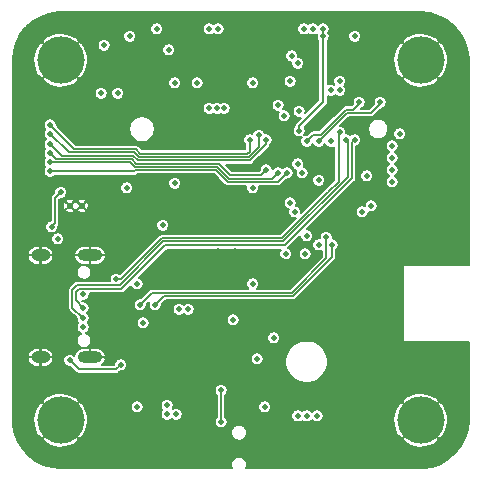
<source format=gbr>
%TF.GenerationSoftware,KiCad,Pcbnew,(5.1.10)-1*%
%TF.CreationDate,2022-07-29T22:32:46-04:00*%
%TF.ProjectId,MicroMod_Extension,4d696372-6f4d-46f6-945f-457874656e73,rev?*%
%TF.SameCoordinates,Original*%
%TF.FileFunction,Copper,L3,Inr*%
%TF.FilePolarity,Positive*%
%FSLAX46Y46*%
G04 Gerber Fmt 4.6, Leading zero omitted, Abs format (unit mm)*
G04 Created by KiCad (PCBNEW (5.1.10)-1) date 2022-07-29 22:32:46*
%MOMM*%
%LPD*%
G01*
G04 APERTURE LIST*
%TA.AperFunction,ComponentPad*%
%ADD10C,4.000000*%
%TD*%
%TA.AperFunction,ComponentPad*%
%ADD11C,0.600000*%
%TD*%
%TA.AperFunction,ComponentPad*%
%ADD12O,1.600000X1.000000*%
%TD*%
%TA.AperFunction,ComponentPad*%
%ADD13O,2.100000X1.000000*%
%TD*%
%TA.AperFunction,ViaPad*%
%ADD14C,0.508000*%
%TD*%
%TA.AperFunction,Conductor*%
%ADD15C,0.127000*%
%TD*%
%TA.AperFunction,Conductor*%
%ADD16C,0.203200*%
%TD*%
%TA.AperFunction,Conductor*%
%ADD17C,0.200000*%
%TD*%
%TA.AperFunction,Conductor*%
%ADD18C,0.100000*%
%TD*%
G04 APERTURE END LIST*
D10*
%TO.N,GND*%
%TO.C,TP7*%
X160020000Y-78740000D03*
%TD*%
%TO.N,GND*%
%TO.C,TP6*%
X160020000Y-48260000D03*
%TD*%
%TO.N,GND*%
%TO.C,TP5*%
X129540000Y-78740000D03*
%TD*%
%TO.N,GND*%
%TO.C,TP4*%
X129540000Y-48260000D03*
%TD*%
D11*
%TO.N,GND*%
%TO.C,U4*%
X131310000Y-60579000D03*
X130310000Y-60579000D03*
%TD*%
D12*
%TO.N,GND*%
%TO.C,J2*%
X127838000Y-64768000D03*
X127838000Y-73408000D03*
D13*
X132018000Y-64768000D03*
X132018000Y-73408000D03*
%TD*%
D14*
%TO.N,/VCCI*%
X151765000Y-46228000D03*
X151765000Y-45593000D03*
X149733000Y-54229000D03*
%TO.N,/IMU_SDA*%
X150876000Y-45593000D03*
%TO.N,/IMU_SCL*%
X150114000Y-45593000D03*
%TO.N,GND*%
X160528000Y-60579000D03*
X156210000Y-64770000D03*
X160274000Y-63627000D03*
X163576000Y-59055000D03*
X162560000Y-59055000D03*
X161544000Y-59055000D03*
X160528000Y-59055000D03*
X137922000Y-58674000D03*
X137922000Y-58039000D03*
X138684000Y-64516000D03*
X137795000Y-75184000D03*
X137795000Y-73406000D03*
X137795000Y-71755000D03*
X137414000Y-67183000D03*
X141224000Y-59182000D03*
X141224000Y-61468000D03*
X141224000Y-59944000D03*
X163068000Y-54737000D03*
X163068000Y-53594000D03*
X163068000Y-52451000D03*
X160655000Y-54737000D03*
X160655000Y-53594000D03*
X160655000Y-52451000D03*
X128651000Y-58420000D03*
X126238000Y-53721000D03*
X126238000Y-54483000D03*
X126238000Y-55245000D03*
X126238000Y-57658000D03*
X126238000Y-56896000D03*
X126238000Y-58420000D03*
X148717000Y-78359000D03*
X132080000Y-62738000D03*
X140208000Y-52578000D03*
X138811000Y-51943000D03*
X163195000Y-64516000D03*
X162560000Y-73406000D03*
X160274000Y-62611000D03*
X160528000Y-59817000D03*
X159385000Y-60579000D03*
X156591000Y-69723000D03*
X156210000Y-73914000D03*
X157226000Y-73914000D03*
X155067000Y-73914000D03*
X149987000Y-81788000D03*
X151130000Y-81788000D03*
X148844000Y-81788000D03*
X133985000Y-79883000D03*
X133985000Y-78740000D03*
X133985000Y-77597000D03*
X133985000Y-76454000D03*
X146558000Y-50927000D03*
X144272000Y-64389000D03*
X142875000Y-64389000D03*
X138938000Y-62611000D03*
X139827000Y-62611000D03*
X141097000Y-62611000D03*
X141986000Y-62611000D03*
X142875000Y-62611000D03*
X141351000Y-45593000D03*
X126492000Y-63119000D03*
X150368000Y-76200000D03*
X152527000Y-74168000D03*
X153797000Y-72644000D03*
X154432000Y-73279000D03*
X153162000Y-72009000D03*
X147955000Y-69342000D03*
X150114000Y-70739000D03*
X148336000Y-65278000D03*
X145796000Y-66040000D03*
X145796000Y-69088000D03*
X150749000Y-50800000D03*
X140716000Y-54991000D03*
X141478000Y-54991000D03*
X143129000Y-54991000D03*
X143891000Y-54991000D03*
X144653000Y-54991000D03*
X140589000Y-58039000D03*
X141351000Y-58039000D03*
X142113000Y-58039000D03*
X139827000Y-58039000D03*
X158369000Y-73914000D03*
X162433000Y-64516000D03*
X163195000Y-65278000D03*
X163322000Y-73406000D03*
X163322000Y-72390000D03*
X162560000Y-72390000D03*
X158242000Y-71628000D03*
X158242000Y-70739000D03*
X158242000Y-69850000D03*
X158242000Y-67818000D03*
X157480000Y-66040000D03*
X158242000Y-66929000D03*
X158242000Y-66040000D03*
X155448000Y-69723000D03*
X154813000Y-70358000D03*
X154178000Y-70993000D03*
X153543000Y-69215000D03*
X154178000Y-68580000D03*
X154813000Y-67945000D03*
X154305000Y-66675000D03*
X153670000Y-67310000D03*
X155448000Y-67310000D03*
X156083000Y-66675000D03*
X154940000Y-66040000D03*
X158369000Y-64389000D03*
X158750000Y-62230000D03*
X159385000Y-61595000D03*
X159004000Y-63754000D03*
X159639000Y-63119000D03*
X156845000Y-64135000D03*
X158115000Y-62865000D03*
X157480000Y-63500000D03*
X156718000Y-66040000D03*
X141351000Y-75184000D03*
X141351000Y-73406000D03*
X139573000Y-75184000D03*
X139573000Y-73406000D03*
X139573000Y-71755000D03*
X141351000Y-71755000D03*
X154813000Y-53594000D03*
X157988000Y-50419000D03*
X136017000Y-47752000D03*
X159512000Y-73914000D03*
X161544000Y-61849000D03*
X161544000Y-61214000D03*
X152400000Y-71501000D03*
X151892000Y-67056000D03*
X162433000Y-65278000D03*
X142367000Y-66421000D03*
X138176000Y-61341000D03*
X141224000Y-60706000D03*
X143764000Y-62611000D03*
X146558000Y-59944000D03*
X147828000Y-46609000D03*
X136779000Y-55626000D03*
X140462000Y-47244000D03*
X138684000Y-45593000D03*
X154686000Y-57785000D03*
X150749000Y-57785000D03*
X137287000Y-77470000D03*
X139319000Y-81407000D03*
X154051000Y-62865000D03*
X128905000Y-66675000D03*
X129540000Y-61849000D03*
X131572000Y-62230000D03*
X133604000Y-62357000D03*
X138176000Y-51943000D03*
X145034000Y-54483000D03*
X146558000Y-52959000D03*
X157353000Y-71755000D03*
X146939000Y-72136000D03*
X146304000Y-74422000D03*
X144653000Y-71628000D03*
X139827000Y-66421000D03*
X143510000Y-72009000D03*
%TO.N,/VCC*%
X133223000Y-46990000D03*
X141097000Y-50165000D03*
X135382000Y-46228000D03*
X154432000Y-46228000D03*
X151384000Y-58420000D03*
X155448000Y-58039000D03*
X145796000Y-59055000D03*
%TO.N,/MOTOR4*%
X157607000Y-57531000D03*
X149606000Y-57023000D03*
%TO.N,/MOTOR3*%
X157607000Y-56515000D03*
X138684000Y-47371000D03*
%TO.N,/RED_L*%
X132969000Y-51054000D03*
%TO.N,/GREEN_L*%
X134366000Y-51054000D03*
%TO.N,/STM_SWIO*%
X142113000Y-45593000D03*
%TO.N,/STM_SWCLK*%
X142875000Y-45593000D03*
%TO.N,/C13*%
X148463000Y-52959000D03*
%TO.N,/E_RX1*%
X150241000Y-64643000D03*
X148590000Y-64643000D03*
%TO.N,/C4*%
X149987000Y-57785000D03*
X157607000Y-58547000D03*
X145796000Y-50165000D03*
%TO.N,/E_SDA*%
X128651000Y-53721000D03*
X145542000Y-54991000D03*
X155067000Y-61087000D03*
X149352000Y-61087000D03*
%TO.N,/E_SCL*%
X128651000Y-54483000D03*
X146304000Y-54610000D03*
X155829000Y-60579000D03*
X148971000Y-60325000D03*
%TO.N,/E_SPI_MISO*%
X128651000Y-56134000D03*
X146939000Y-57531000D03*
%TO.N,/INT_GYR*%
X147955000Y-52070000D03*
%TO.N,/E_SPI_MOSI*%
X128651000Y-56896000D03*
X147955000Y-57785000D03*
%TO.N,/B4*%
X128651000Y-57658000D03*
X148717000Y-57785000D03*
%TO.N,/RED_R*%
X154813000Y-51816000D03*
X150368000Y-55118000D03*
%TO.N,/MOTOR2*%
X158242000Y-54483000D03*
X149606000Y-48514000D03*
%TO.N,/GREEN_R*%
X156591000Y-51816000D03*
X151384000Y-55118000D03*
%TO.N,/SPI2_MOSI*%
X149098000Y-47879000D03*
%TO.N,/SPI2_MISO*%
X148971000Y-50038000D03*
%TO.N,/NRF_CTRL*%
X146812000Y-77597000D03*
X151384000Y-63881000D03*
%TO.N,/MOTOR1*%
X157607000Y-55499000D03*
X152400000Y-55118000D03*
%TO.N,/IMU_SCL*%
X152400000Y-50800000D03*
%TO.N,/IMU_SDA*%
X153162000Y-50038000D03*
%TO.N,/OTG_FS_D-*%
X131445000Y-70104000D03*
X153670000Y-54991000D03*
%TO.N,/OTG_FS_D+*%
X131445000Y-69215000D03*
X154432000Y-54991000D03*
%TO.N,/NRF_TX*%
X137541000Y-68961000D03*
X152527000Y-63881000D03*
%TO.N,/NRF_RX*%
X136271000Y-68961000D03*
X152019000Y-63246000D03*
%TO.N,Net-(J2-PadA5)*%
X131445000Y-70866000D03*
%TO.N,Net-(J2-PadB5)*%
X131445000Y-68072000D03*
%TO.N,/NRF_SWCLK*%
X150368000Y-78359000D03*
%TO.N,/NRF_SWIO*%
X149606000Y-78359000D03*
%TO.N,/VCC_NRF*%
X136017000Y-77597000D03*
X136525000Y-70485000D03*
X137668000Y-45593000D03*
X151257000Y-78359000D03*
X142113000Y-52324000D03*
X143383000Y-52324000D03*
X142748000Y-52324000D03*
X145796000Y-67183000D03*
X144145000Y-70231000D03*
%TO.N,BATT*%
X150368000Y-63119000D03*
X129286000Y-63373000D03*
%TO.N,Net-(C17-Pad2)*%
X146177000Y-73533000D03*
%TO.N,Net-(C18-Pad2)*%
X135128000Y-59055000D03*
%TO.N,VBUS*%
X153162000Y-54356000D03*
X136017000Y-67183000D03*
X134239000Y-66802000D03*
%TO.N,/STM_BOOT0*%
X139573000Y-69342000D03*
%TO.N,/STM_NRST*%
X139192000Y-58674000D03*
X139192000Y-50165000D03*
X140335000Y-69342000D03*
%TO.N,/E_SPI_SCK*%
X128651000Y-55372000D03*
X146939000Y-54991000D03*
%TO.N,/SPI2_SCK*%
X149733000Y-52578000D03*
%TO.N,/VEN_D*%
X138176000Y-62230000D03*
X138557000Y-77470000D03*
%TO.N,Net-(R13-Pad2)*%
X147574000Y-71755000D03*
%TO.N,/SWITCH*%
X143129000Y-78867000D03*
X143129000Y-76200000D03*
%TO.N,/PM_PGOOD*%
X130302000Y-73660000D03*
X128778000Y-62357000D03*
X134620000Y-74041000D03*
X129540000Y-59436000D03*
%TO.N,/VCCI*%
X153162000Y-50800000D03*
%TO.N,/NRF_TX2*%
X138557000Y-78232000D03*
%TO.N,/NRF_RX2*%
X139319000Y-78232000D03*
%TD*%
D15*
%TO.N,/E_SDA*%
X145542000Y-54991000D02*
X145542000Y-55778360D01*
X145542000Y-55778360D02*
X145542000Y-55978712D01*
X145542000Y-55978712D02*
X145361352Y-56159360D01*
X136286389Y-56159360D02*
X135905394Y-55778360D01*
X145361352Y-56159360D02*
X136286389Y-56159360D01*
X135905394Y-55778360D02*
X130708360Y-55778360D01*
X130708360Y-55778360D02*
X128651000Y-53721000D01*
%TO.N,/E_SCL*%
X146304000Y-55611856D02*
X145477086Y-56438770D01*
X136170655Y-56438770D02*
X135789659Y-56057770D01*
X145477086Y-56438770D02*
X136170655Y-56438770D01*
X135789659Y-56057770D02*
X130225770Y-56057770D01*
X130225770Y-56057770D02*
X128651000Y-54483000D01*
X146304000Y-55611856D02*
X146304000Y-54610000D01*
%TO.N,/E_SPI_MISO*%
X146939000Y-57531000D02*
X146481820Y-57988180D01*
X146481820Y-57988180D02*
X144399000Y-57988180D01*
X143914778Y-57988180D02*
X142924189Y-56997590D01*
X144399000Y-57988180D02*
X143914778Y-57988180D01*
X135939188Y-56997590D02*
X135558189Y-56616590D01*
X142924189Y-56997590D02*
X135939188Y-56997590D01*
X135558189Y-56616590D02*
X129133590Y-56616590D01*
X129133590Y-56616590D02*
X128651000Y-56134000D01*
%TO.N,/E_SPI_MOSI*%
X147955000Y-57785000D02*
X147472410Y-58267590D01*
X147472410Y-58267590D02*
X144018000Y-58267590D01*
X143799044Y-58267590D02*
X142808454Y-57277000D01*
X144018000Y-58267590D02*
X143799044Y-58267590D01*
X135823454Y-57277000D02*
X135442454Y-56896000D01*
X142808454Y-57277000D02*
X135823454Y-57277000D01*
X135442454Y-56896000D02*
X128651000Y-56896000D01*
%TO.N,/B4*%
X147955000Y-58547000D02*
X148717000Y-57785000D01*
X143683310Y-58547000D02*
X147955000Y-58547000D01*
X142692720Y-57556410D02*
X143683310Y-58547000D01*
X135864590Y-57556410D02*
X142692720Y-57556410D01*
X135763000Y-57658000D02*
X135864590Y-57556410D01*
X128651000Y-57658000D02*
X135763000Y-57658000D01*
%TO.N,/RED_R*%
X150368000Y-55118000D02*
X150946572Y-54539428D01*
X151567428Y-54539428D02*
X153681265Y-52425590D01*
X150946572Y-54539428D02*
X151567428Y-54539428D01*
X153681265Y-52425590D02*
X154330410Y-52425590D01*
X154330410Y-52425590D02*
X154813000Y-51943000D01*
X154813000Y-51943000D02*
X154813000Y-51816000D01*
%TO.N,/GREEN_R*%
X151384000Y-55118000D02*
X153797000Y-52705000D01*
X153797000Y-52705000D02*
X155829000Y-52705000D01*
X155829000Y-52705000D02*
X156591000Y-51943000D01*
X156591000Y-51943000D02*
X156591000Y-51816000D01*
%TO.N,/OTG_FS_D-*%
X130530590Y-69189590D02*
X131445000Y-70104000D01*
X130956777Y-67271900D02*
X130530590Y-67698087D01*
X134551612Y-67271900D02*
X130956777Y-67271900D01*
X138234612Y-63588900D02*
X134551612Y-67271900D01*
X148394612Y-63588900D02*
X138234612Y-63588900D01*
X130530590Y-67698087D02*
X130530590Y-69189590D01*
X153885900Y-58097612D02*
X148394612Y-63588900D01*
X153885900Y-55206900D02*
X153885900Y-58097612D01*
X153670000Y-54991000D02*
X153885900Y-55206900D01*
%TO.N,/OTG_FS_D+*%
X154216100Y-55206900D02*
X154432000Y-54991000D01*
X154216100Y-58234388D02*
X154216100Y-55206900D01*
X148531388Y-63919100D02*
X154216100Y-58234388D01*
X134688388Y-67602100D02*
X138371388Y-63919100D01*
X138371388Y-63919100D02*
X148531388Y-63919100D01*
X131093553Y-67602100D02*
X134688388Y-67602100D01*
X130810000Y-67885653D02*
X131093553Y-67602100D01*
X130810000Y-68580000D02*
X130810000Y-67885653D01*
X131445000Y-69215000D02*
X130810000Y-68580000D01*
%TO.N,/NRF_TX*%
X152527000Y-63881000D02*
X152527000Y-64911144D01*
X152527000Y-64911144D02*
X149213735Y-68224410D01*
X138277590Y-68224410D02*
X137541000Y-68961000D01*
X149213735Y-68224410D02*
X138277590Y-68224410D01*
%TO.N,/NRF_RX*%
X152019000Y-63246000D02*
X152019000Y-65024000D01*
X152019000Y-65024000D02*
X149098000Y-67945000D01*
X137287000Y-67945000D02*
X136271000Y-68961000D01*
X149098000Y-67945000D02*
X137287000Y-67945000D01*
%TO.N,VBUS*%
X134239000Y-66802000D02*
X134620000Y-66802000D01*
X137928368Y-63500000D02*
X138118877Y-63309490D01*
X137922000Y-63500000D02*
X137928368Y-63500000D01*
X134620000Y-66802000D02*
X137922000Y-63500000D01*
X138118877Y-63309490D02*
X148278878Y-63309490D01*
X148278878Y-63309490D02*
X149926684Y-61661684D01*
X149926684Y-61661684D02*
X152212684Y-59375684D01*
X153073099Y-58515269D02*
X153073099Y-54444901D01*
X152212684Y-59375684D02*
X153073099Y-58515269D01*
X153073099Y-54444901D02*
X153162000Y-54356000D01*
%TO.N,/E_SPI_SCK*%
X146939000Y-54991000D02*
X146939000Y-55372000D01*
X146939000Y-55372000D02*
X145592820Y-56718180D01*
X136054921Y-56718180D02*
X135673924Y-56337180D01*
X145592820Y-56718180D02*
X136054921Y-56718180D01*
X135673924Y-56337180D02*
X129616180Y-56337180D01*
X129616180Y-56337180D02*
X128651000Y-55372000D01*
%TO.N,/SWITCH*%
X143129000Y-76200000D02*
X143129000Y-78867000D01*
%TO.N,/PM_PGOOD*%
X129540000Y-59436000D02*
X129070099Y-59905901D01*
X129070099Y-59905901D02*
X129070099Y-62064901D01*
X129070099Y-62064901D02*
X128778000Y-62357000D01*
X131064000Y-74422000D02*
X130302000Y-73660000D01*
X134239000Y-74422000D02*
X131064000Y-74422000D01*
X134620000Y-74041000D02*
X134239000Y-74422000D01*
D16*
%TO.N,/VCCI*%
X149733000Y-54229000D02*
X149733000Y-53848000D01*
X149733000Y-53848000D02*
X151765000Y-51816000D01*
X151765000Y-51816000D02*
X151765000Y-45593000D01*
%TD*%
D17*
%TO.N,GND*%
X160787550Y-44274139D02*
X161527420Y-44491192D01*
X162212881Y-44844229D01*
X162819227Y-45320518D01*
X163324571Y-45902874D01*
X163710675Y-46570281D01*
X163963606Y-47298649D01*
X164076165Y-48074953D01*
X164080800Y-48264608D01*
X164080801Y-65559000D01*
X158623000Y-65559000D01*
X158603491Y-65560921D01*
X158584732Y-65566612D01*
X158567443Y-65575853D01*
X158552289Y-65588289D01*
X158539853Y-65603443D01*
X158530612Y-65620732D01*
X158524921Y-65639491D01*
X158523000Y-65659000D01*
X158523000Y-72009000D01*
X158524921Y-72028509D01*
X158530612Y-72047268D01*
X158539853Y-72064557D01*
X158552289Y-72079711D01*
X158567443Y-72092147D01*
X158584732Y-72101388D01*
X158603491Y-72107079D01*
X158623000Y-72109000D01*
X164080801Y-72109000D01*
X164080801Y-78722088D01*
X164005861Y-79507555D01*
X163788808Y-80247418D01*
X163435771Y-80932881D01*
X162959479Y-81539230D01*
X162377125Y-82044571D01*
X161709723Y-82430673D01*
X160981351Y-82683606D01*
X160205047Y-82796165D01*
X160015392Y-82800800D01*
X145270617Y-82800800D01*
X145302060Y-82724890D01*
X145328000Y-82594482D01*
X145328000Y-82461518D01*
X145302060Y-82331110D01*
X145251177Y-82208268D01*
X145177307Y-82097713D01*
X145083287Y-82003693D01*
X144972732Y-81929823D01*
X144849890Y-81878940D01*
X144719482Y-81853000D01*
X144586518Y-81853000D01*
X144456110Y-81878940D01*
X144333268Y-81929823D01*
X144222713Y-82003693D01*
X144128693Y-82097713D01*
X144054823Y-82208268D01*
X144003940Y-82331110D01*
X143978000Y-82461518D01*
X143978000Y-82594482D01*
X144003940Y-82724890D01*
X144035383Y-82800800D01*
X129557901Y-82800800D01*
X128772445Y-82725861D01*
X128032582Y-82508808D01*
X127347119Y-82155771D01*
X126740770Y-81679479D01*
X126235429Y-81097125D01*
X125849327Y-80429723D01*
X125812249Y-80322949D01*
X127960586Y-80322949D01*
X128183575Y-80611211D01*
X128574694Y-80839882D01*
X129002909Y-80987854D01*
X129451764Y-81049444D01*
X129904009Y-81022283D01*
X130342266Y-80907415D01*
X130749692Y-80709253D01*
X130896425Y-80611211D01*
X131119414Y-80322949D01*
X129540000Y-78743536D01*
X127960586Y-80322949D01*
X125812249Y-80322949D01*
X125596394Y-79701351D01*
X125483835Y-78925047D01*
X125479200Y-78735392D01*
X125479200Y-78651764D01*
X127230556Y-78651764D01*
X127257717Y-79104009D01*
X127372585Y-79542266D01*
X127570747Y-79949692D01*
X127668789Y-80096425D01*
X127957051Y-80319414D01*
X129536464Y-78740000D01*
X129543536Y-78740000D01*
X131122949Y-80319414D01*
X131411211Y-80096425D01*
X131636250Y-79711518D01*
X143978000Y-79711518D01*
X143978000Y-79844482D01*
X144003940Y-79974890D01*
X144054823Y-80097732D01*
X144128693Y-80208287D01*
X144222713Y-80302307D01*
X144333268Y-80376177D01*
X144456110Y-80427060D01*
X144586518Y-80453000D01*
X144719482Y-80453000D01*
X144849890Y-80427060D01*
X144972732Y-80376177D01*
X145052393Y-80322949D01*
X158440586Y-80322949D01*
X158663575Y-80611211D01*
X159054694Y-80839882D01*
X159482909Y-80987854D01*
X159931764Y-81049444D01*
X160384009Y-81022283D01*
X160822266Y-80907415D01*
X161229692Y-80709253D01*
X161376425Y-80611211D01*
X161599414Y-80322949D01*
X160020000Y-78743536D01*
X158440586Y-80322949D01*
X145052393Y-80322949D01*
X145083287Y-80302307D01*
X145177307Y-80208287D01*
X145251177Y-80097732D01*
X145302060Y-79974890D01*
X145328000Y-79844482D01*
X145328000Y-79711518D01*
X145302060Y-79581110D01*
X145251177Y-79458268D01*
X145177307Y-79347713D01*
X145083287Y-79253693D01*
X144972732Y-79179823D01*
X144849890Y-79128940D01*
X144719482Y-79103000D01*
X144586518Y-79103000D01*
X144456110Y-79128940D01*
X144333268Y-79179823D01*
X144222713Y-79253693D01*
X144128693Y-79347713D01*
X144054823Y-79458268D01*
X144003940Y-79581110D01*
X143978000Y-79711518D01*
X131636250Y-79711518D01*
X131639882Y-79705306D01*
X131787854Y-79277091D01*
X131849444Y-78828236D01*
X131822283Y-78375991D01*
X131707415Y-77937734D01*
X131515152Y-77542436D01*
X135463000Y-77542436D01*
X135463000Y-77651564D01*
X135484289Y-77758596D01*
X135526051Y-77859418D01*
X135586680Y-77950155D01*
X135663845Y-78027320D01*
X135754582Y-78087949D01*
X135855404Y-78129711D01*
X135962436Y-78151000D01*
X136071564Y-78151000D01*
X136178596Y-78129711D01*
X136279418Y-78087949D01*
X136370155Y-78027320D01*
X136447320Y-77950155D01*
X136507949Y-77859418D01*
X136549711Y-77758596D01*
X136571000Y-77651564D01*
X136571000Y-77542436D01*
X136549711Y-77435404D01*
X136541440Y-77415436D01*
X138003000Y-77415436D01*
X138003000Y-77524564D01*
X138024289Y-77631596D01*
X138066051Y-77732418D01*
X138126680Y-77823155D01*
X138154525Y-77851000D01*
X138126680Y-77878845D01*
X138066051Y-77969582D01*
X138024289Y-78070404D01*
X138003000Y-78177436D01*
X138003000Y-78286564D01*
X138024289Y-78393596D01*
X138066051Y-78494418D01*
X138126680Y-78585155D01*
X138203845Y-78662320D01*
X138294582Y-78722949D01*
X138395404Y-78764711D01*
X138502436Y-78786000D01*
X138611564Y-78786000D01*
X138718596Y-78764711D01*
X138819418Y-78722949D01*
X138910155Y-78662320D01*
X138938000Y-78634475D01*
X138965845Y-78662320D01*
X139056582Y-78722949D01*
X139157404Y-78764711D01*
X139264436Y-78786000D01*
X139373564Y-78786000D01*
X139480596Y-78764711D01*
X139581418Y-78722949D01*
X139672155Y-78662320D01*
X139749320Y-78585155D01*
X139809949Y-78494418D01*
X139851711Y-78393596D01*
X139873000Y-78286564D01*
X139873000Y-78177436D01*
X139851711Y-78070404D01*
X139809949Y-77969582D01*
X139749320Y-77878845D01*
X139672155Y-77801680D01*
X139581418Y-77741051D01*
X139480596Y-77699289D01*
X139373564Y-77678000D01*
X139264436Y-77678000D01*
X139157404Y-77699289D01*
X139056582Y-77741051D01*
X139030565Y-77758435D01*
X139047949Y-77732418D01*
X139089711Y-77631596D01*
X139111000Y-77524564D01*
X139111000Y-77415436D01*
X139089711Y-77308404D01*
X139047949Y-77207582D01*
X138987320Y-77116845D01*
X138910155Y-77039680D01*
X138819418Y-76979051D01*
X138718596Y-76937289D01*
X138611564Y-76916000D01*
X138502436Y-76916000D01*
X138395404Y-76937289D01*
X138294582Y-76979051D01*
X138203845Y-77039680D01*
X138126680Y-77116845D01*
X138066051Y-77207582D01*
X138024289Y-77308404D01*
X138003000Y-77415436D01*
X136541440Y-77415436D01*
X136507949Y-77334582D01*
X136447320Y-77243845D01*
X136370155Y-77166680D01*
X136279418Y-77106051D01*
X136178596Y-77064289D01*
X136071564Y-77043000D01*
X135962436Y-77043000D01*
X135855404Y-77064289D01*
X135754582Y-77106051D01*
X135663845Y-77166680D01*
X135586680Y-77243845D01*
X135526051Y-77334582D01*
X135484289Y-77435404D01*
X135463000Y-77542436D01*
X131515152Y-77542436D01*
X131509253Y-77530308D01*
X131411211Y-77383575D01*
X131122949Y-77160586D01*
X129543536Y-78740000D01*
X129536464Y-78740000D01*
X127957051Y-77160586D01*
X127668789Y-77383575D01*
X127440118Y-77774694D01*
X127292146Y-78202909D01*
X127230556Y-78651764D01*
X125479200Y-78651764D01*
X125479200Y-77157051D01*
X127960586Y-77157051D01*
X129540000Y-78736464D01*
X131119414Y-77157051D01*
X130896425Y-76868789D01*
X130505306Y-76640118D01*
X130077091Y-76492146D01*
X129628236Y-76430556D01*
X129175991Y-76457717D01*
X128737734Y-76572585D01*
X128330308Y-76770747D01*
X128183575Y-76868789D01*
X127960586Y-77157051D01*
X125479200Y-77157051D01*
X125479200Y-76145436D01*
X142575000Y-76145436D01*
X142575000Y-76254564D01*
X142596289Y-76361596D01*
X142638051Y-76462418D01*
X142698680Y-76553155D01*
X142765500Y-76619975D01*
X142765501Y-78447024D01*
X142698680Y-78513845D01*
X142638051Y-78604582D01*
X142596289Y-78705404D01*
X142575000Y-78812436D01*
X142575000Y-78921564D01*
X142596289Y-79028596D01*
X142638051Y-79129418D01*
X142698680Y-79220155D01*
X142775845Y-79297320D01*
X142866582Y-79357949D01*
X142967404Y-79399711D01*
X143074436Y-79421000D01*
X143183564Y-79421000D01*
X143290596Y-79399711D01*
X143391418Y-79357949D01*
X143482155Y-79297320D01*
X143559320Y-79220155D01*
X143619949Y-79129418D01*
X143661711Y-79028596D01*
X143683000Y-78921564D01*
X143683000Y-78812436D01*
X143661711Y-78705404D01*
X143619949Y-78604582D01*
X143559320Y-78513845D01*
X143492500Y-78447025D01*
X143492500Y-78304436D01*
X149052000Y-78304436D01*
X149052000Y-78413564D01*
X149073289Y-78520596D01*
X149115051Y-78621418D01*
X149175680Y-78712155D01*
X149252845Y-78789320D01*
X149343582Y-78849949D01*
X149444404Y-78891711D01*
X149551436Y-78913000D01*
X149660564Y-78913000D01*
X149767596Y-78891711D01*
X149868418Y-78849949D01*
X149959155Y-78789320D01*
X149987000Y-78761475D01*
X150014845Y-78789320D01*
X150105582Y-78849949D01*
X150206404Y-78891711D01*
X150313436Y-78913000D01*
X150422564Y-78913000D01*
X150529596Y-78891711D01*
X150630418Y-78849949D01*
X150721155Y-78789320D01*
X150798320Y-78712155D01*
X150812500Y-78690933D01*
X150826680Y-78712155D01*
X150903845Y-78789320D01*
X150994582Y-78849949D01*
X151095404Y-78891711D01*
X151202436Y-78913000D01*
X151311564Y-78913000D01*
X151418596Y-78891711D01*
X151519418Y-78849949D01*
X151610155Y-78789320D01*
X151687320Y-78712155D01*
X151727672Y-78651764D01*
X157710556Y-78651764D01*
X157737717Y-79104009D01*
X157852585Y-79542266D01*
X158050747Y-79949692D01*
X158148789Y-80096425D01*
X158437051Y-80319414D01*
X160016464Y-78740000D01*
X160023536Y-78740000D01*
X161602949Y-80319414D01*
X161891211Y-80096425D01*
X162119882Y-79705306D01*
X162267854Y-79277091D01*
X162329444Y-78828236D01*
X162302283Y-78375991D01*
X162187415Y-77937734D01*
X161989253Y-77530308D01*
X161891211Y-77383575D01*
X161602949Y-77160586D01*
X160023536Y-78740000D01*
X160016464Y-78740000D01*
X158437051Y-77160586D01*
X158148789Y-77383575D01*
X157920118Y-77774694D01*
X157772146Y-78202909D01*
X157710556Y-78651764D01*
X151727672Y-78651764D01*
X151747949Y-78621418D01*
X151789711Y-78520596D01*
X151811000Y-78413564D01*
X151811000Y-78304436D01*
X151789711Y-78197404D01*
X151747949Y-78096582D01*
X151687320Y-78005845D01*
X151610155Y-77928680D01*
X151519418Y-77868051D01*
X151418596Y-77826289D01*
X151311564Y-77805000D01*
X151202436Y-77805000D01*
X151095404Y-77826289D01*
X150994582Y-77868051D01*
X150903845Y-77928680D01*
X150826680Y-78005845D01*
X150812500Y-78027067D01*
X150798320Y-78005845D01*
X150721155Y-77928680D01*
X150630418Y-77868051D01*
X150529596Y-77826289D01*
X150422564Y-77805000D01*
X150313436Y-77805000D01*
X150206404Y-77826289D01*
X150105582Y-77868051D01*
X150014845Y-77928680D01*
X149987000Y-77956525D01*
X149959155Y-77928680D01*
X149868418Y-77868051D01*
X149767596Y-77826289D01*
X149660564Y-77805000D01*
X149551436Y-77805000D01*
X149444404Y-77826289D01*
X149343582Y-77868051D01*
X149252845Y-77928680D01*
X149175680Y-78005845D01*
X149115051Y-78096582D01*
X149073289Y-78197404D01*
X149052000Y-78304436D01*
X143492500Y-78304436D01*
X143492500Y-77542436D01*
X146258000Y-77542436D01*
X146258000Y-77651564D01*
X146279289Y-77758596D01*
X146321051Y-77859418D01*
X146381680Y-77950155D01*
X146458845Y-78027320D01*
X146549582Y-78087949D01*
X146650404Y-78129711D01*
X146757436Y-78151000D01*
X146866564Y-78151000D01*
X146973596Y-78129711D01*
X147074418Y-78087949D01*
X147165155Y-78027320D01*
X147242320Y-77950155D01*
X147302949Y-77859418D01*
X147344711Y-77758596D01*
X147366000Y-77651564D01*
X147366000Y-77542436D01*
X147344711Y-77435404D01*
X147302949Y-77334582D01*
X147242320Y-77243845D01*
X147165155Y-77166680D01*
X147150745Y-77157051D01*
X158440586Y-77157051D01*
X160020000Y-78736464D01*
X161599414Y-77157051D01*
X161376425Y-76868789D01*
X160985306Y-76640118D01*
X160557091Y-76492146D01*
X160108236Y-76430556D01*
X159655991Y-76457717D01*
X159217734Y-76572585D01*
X158810308Y-76770747D01*
X158663575Y-76868789D01*
X158440586Y-77157051D01*
X147150745Y-77157051D01*
X147074418Y-77106051D01*
X146973596Y-77064289D01*
X146866564Y-77043000D01*
X146757436Y-77043000D01*
X146650404Y-77064289D01*
X146549582Y-77106051D01*
X146458845Y-77166680D01*
X146381680Y-77243845D01*
X146321051Y-77334582D01*
X146279289Y-77435404D01*
X146258000Y-77542436D01*
X143492500Y-77542436D01*
X143492500Y-76619975D01*
X143559320Y-76553155D01*
X143619949Y-76462418D01*
X143661711Y-76361596D01*
X143683000Y-76254564D01*
X143683000Y-76145436D01*
X143661711Y-76038404D01*
X143619949Y-75937582D01*
X143559320Y-75846845D01*
X143482155Y-75769680D01*
X143391418Y-75709051D01*
X143290596Y-75667289D01*
X143183564Y-75646000D01*
X143074436Y-75646000D01*
X142967404Y-75667289D01*
X142866582Y-75709051D01*
X142775845Y-75769680D01*
X142698680Y-75846845D01*
X142638051Y-75937582D01*
X142596289Y-76038404D01*
X142575000Y-76145436D01*
X125479200Y-76145436D01*
X125479200Y-73535616D01*
X126748244Y-73535616D01*
X126752885Y-73561621D01*
X126797941Y-73711837D01*
X126871437Y-73850377D01*
X126970548Y-73971917D01*
X127091466Y-74071786D01*
X127229544Y-74146146D01*
X127379476Y-74192140D01*
X127535500Y-74208000D01*
X127835500Y-74208000D01*
X127835500Y-73410500D01*
X127840500Y-73410500D01*
X127840500Y-74208000D01*
X128140500Y-74208000D01*
X128296524Y-74192140D01*
X128446456Y-74146146D01*
X128584534Y-74071786D01*
X128705452Y-73971917D01*
X128804563Y-73850377D01*
X128878059Y-73711837D01*
X128909973Y-73605436D01*
X129748000Y-73605436D01*
X129748000Y-73714564D01*
X129769289Y-73821596D01*
X129811051Y-73922418D01*
X129871680Y-74013155D01*
X129948845Y-74090320D01*
X130039582Y-74150949D01*
X130140404Y-74192711D01*
X130247436Y-74214000D01*
X130341934Y-74214000D01*
X130794350Y-74666417D01*
X130805724Y-74680276D01*
X130819582Y-74691649D01*
X130819588Y-74691655D01*
X130861073Y-74725701D01*
X130924220Y-74759453D01*
X130924222Y-74759454D01*
X130992742Y-74780240D01*
X131046150Y-74785500D01*
X131046160Y-74785500D01*
X131064000Y-74787257D01*
X131081840Y-74785500D01*
X134221160Y-74785500D01*
X134239000Y-74787257D01*
X134256840Y-74785500D01*
X134256850Y-74785500D01*
X134310258Y-74780240D01*
X134378778Y-74759454D01*
X134441926Y-74725701D01*
X134497276Y-74680276D01*
X134508654Y-74666412D01*
X134580066Y-74595000D01*
X134674564Y-74595000D01*
X134781596Y-74573711D01*
X134882418Y-74531949D01*
X134973155Y-74471320D01*
X135050320Y-74394155D01*
X135110949Y-74303418D01*
X135152711Y-74202596D01*
X135174000Y-74095564D01*
X135174000Y-73986436D01*
X135152711Y-73879404D01*
X135110949Y-73778582D01*
X135050320Y-73687845D01*
X134973155Y-73610680D01*
X134882418Y-73550051D01*
X134781596Y-73508289D01*
X134674564Y-73487000D01*
X134565436Y-73487000D01*
X134458404Y-73508289D01*
X134357582Y-73550051D01*
X134266845Y-73610680D01*
X134189680Y-73687845D01*
X134129051Y-73778582D01*
X134087289Y-73879404D01*
X134066000Y-73986436D01*
X134066000Y-74058500D01*
X133030620Y-74058500D01*
X133135452Y-73971917D01*
X133234563Y-73850377D01*
X133308059Y-73711837D01*
X133353115Y-73561621D01*
X133357756Y-73535616D01*
X133328160Y-73478436D01*
X145623000Y-73478436D01*
X145623000Y-73587564D01*
X145644289Y-73694596D01*
X145686051Y-73795418D01*
X145746680Y-73886155D01*
X145823845Y-73963320D01*
X145914582Y-74023949D01*
X146015404Y-74065711D01*
X146122436Y-74087000D01*
X146231564Y-74087000D01*
X146338596Y-74065711D01*
X146439418Y-74023949D01*
X146530155Y-73963320D01*
X146607320Y-73886155D01*
X146667949Y-73795418D01*
X146709711Y-73694596D01*
X146726593Y-73609716D01*
X148568000Y-73609716D01*
X148568000Y-73964284D01*
X148637173Y-74312041D01*
X148772861Y-74639620D01*
X148969849Y-74934433D01*
X149220567Y-75185151D01*
X149515380Y-75382139D01*
X149842959Y-75517827D01*
X150190716Y-75587000D01*
X150545284Y-75587000D01*
X150893041Y-75517827D01*
X151220620Y-75382139D01*
X151515433Y-75185151D01*
X151766151Y-74934433D01*
X151963139Y-74639620D01*
X152098827Y-74312041D01*
X152168000Y-73964284D01*
X152168000Y-73609716D01*
X152098827Y-73261959D01*
X151963139Y-72934380D01*
X151766151Y-72639567D01*
X151515433Y-72388849D01*
X151220620Y-72191861D01*
X150893041Y-72056173D01*
X150545284Y-71987000D01*
X150190716Y-71987000D01*
X149842959Y-72056173D01*
X149515380Y-72191861D01*
X149220567Y-72388849D01*
X148969849Y-72639567D01*
X148772861Y-72934380D01*
X148637173Y-73261959D01*
X148568000Y-73609716D01*
X146726593Y-73609716D01*
X146731000Y-73587564D01*
X146731000Y-73478436D01*
X146709711Y-73371404D01*
X146667949Y-73270582D01*
X146607320Y-73179845D01*
X146530155Y-73102680D01*
X146439418Y-73042051D01*
X146338596Y-73000289D01*
X146231564Y-72979000D01*
X146122436Y-72979000D01*
X146015404Y-73000289D01*
X145914582Y-73042051D01*
X145823845Y-73102680D01*
X145746680Y-73179845D01*
X145686051Y-73270582D01*
X145644289Y-73371404D01*
X145623000Y-73478436D01*
X133328160Y-73478436D01*
X133292996Y-73410500D01*
X132020500Y-73410500D01*
X132020500Y-73430500D01*
X132015500Y-73430500D01*
X132015500Y-73410500D01*
X131995500Y-73410500D01*
X131995500Y-73405500D01*
X132015500Y-73405500D01*
X132015500Y-72608000D01*
X132020500Y-72608000D01*
X132020500Y-73405500D01*
X133292996Y-73405500D01*
X133357756Y-73280384D01*
X133353115Y-73254379D01*
X133308059Y-73104163D01*
X133234563Y-72965623D01*
X133135452Y-72844083D01*
X133014534Y-72744214D01*
X132876456Y-72669854D01*
X132726524Y-72623860D01*
X132570500Y-72608000D01*
X132020500Y-72608000D01*
X132015500Y-72608000D01*
X131465500Y-72608000D01*
X131309476Y-72623860D01*
X131159544Y-72669854D01*
X131021466Y-72744214D01*
X130900548Y-72844083D01*
X130801437Y-72965623D01*
X130727941Y-73104163D01*
X130682885Y-73254379D01*
X130682426Y-73256951D01*
X130655155Y-73229680D01*
X130564418Y-73169051D01*
X130463596Y-73127289D01*
X130356564Y-73106000D01*
X130247436Y-73106000D01*
X130140404Y-73127289D01*
X130039582Y-73169051D01*
X129948845Y-73229680D01*
X129871680Y-73306845D01*
X129811051Y-73397582D01*
X129769289Y-73498404D01*
X129748000Y-73605436D01*
X128909973Y-73605436D01*
X128923115Y-73561621D01*
X128927756Y-73535616D01*
X128862996Y-73410500D01*
X127840500Y-73410500D01*
X127835500Y-73410500D01*
X126813004Y-73410500D01*
X126748244Y-73535616D01*
X125479200Y-73535616D01*
X125479200Y-73280384D01*
X126748244Y-73280384D01*
X126813004Y-73405500D01*
X127835500Y-73405500D01*
X127835500Y-72608000D01*
X127840500Y-72608000D01*
X127840500Y-73405500D01*
X128862996Y-73405500D01*
X128927756Y-73280384D01*
X128923115Y-73254379D01*
X128878059Y-73104163D01*
X128804563Y-72965623D01*
X128705452Y-72844083D01*
X128584534Y-72744214D01*
X128446456Y-72669854D01*
X128296524Y-72623860D01*
X128140500Y-72608000D01*
X127840500Y-72608000D01*
X127835500Y-72608000D01*
X127535500Y-72608000D01*
X127379476Y-72623860D01*
X127229544Y-72669854D01*
X127091466Y-72744214D01*
X126970548Y-72844083D01*
X126871437Y-72965623D01*
X126797941Y-73104163D01*
X126752885Y-73254379D01*
X126748244Y-73280384D01*
X125479200Y-73280384D01*
X125479200Y-67698087D01*
X130165333Y-67698087D01*
X130167090Y-67715927D01*
X130167091Y-69171740D01*
X130165333Y-69189590D01*
X130172351Y-69260848D01*
X130193137Y-69329368D01*
X130226890Y-69392516D01*
X130260935Y-69434001D01*
X130260942Y-69434008D01*
X130272315Y-69447866D01*
X130286173Y-69459239D01*
X130891000Y-70064067D01*
X130891000Y-70158564D01*
X130912289Y-70265596D01*
X130954051Y-70366418D01*
X131014680Y-70457155D01*
X131042525Y-70485000D01*
X131014680Y-70512845D01*
X130954051Y-70603582D01*
X130912289Y-70704404D01*
X130891000Y-70811436D01*
X130891000Y-70920564D01*
X130912289Y-71027596D01*
X130954051Y-71128418D01*
X131014680Y-71219155D01*
X131091845Y-71296320D01*
X131182582Y-71356949D01*
X131283364Y-71398695D01*
X131221952Y-71424132D01*
X131119586Y-71492531D01*
X131032531Y-71579586D01*
X130964132Y-71681952D01*
X130917019Y-71795694D01*
X130893000Y-71916443D01*
X130893000Y-72039557D01*
X130917019Y-72160306D01*
X130964132Y-72274048D01*
X131032531Y-72376414D01*
X131119586Y-72463469D01*
X131221952Y-72531868D01*
X131335694Y-72578981D01*
X131456443Y-72603000D01*
X131579557Y-72603000D01*
X131700306Y-72578981D01*
X131814048Y-72531868D01*
X131916414Y-72463469D01*
X132003469Y-72376414D01*
X132071868Y-72274048D01*
X132118981Y-72160306D01*
X132143000Y-72039557D01*
X132143000Y-71916443D01*
X132118981Y-71795694D01*
X132079525Y-71700436D01*
X147020000Y-71700436D01*
X147020000Y-71809564D01*
X147041289Y-71916596D01*
X147083051Y-72017418D01*
X147143680Y-72108155D01*
X147220845Y-72185320D01*
X147311582Y-72245949D01*
X147412404Y-72287711D01*
X147519436Y-72309000D01*
X147628564Y-72309000D01*
X147735596Y-72287711D01*
X147836418Y-72245949D01*
X147927155Y-72185320D01*
X148004320Y-72108155D01*
X148064949Y-72017418D01*
X148106711Y-71916596D01*
X148128000Y-71809564D01*
X148128000Y-71700436D01*
X148106711Y-71593404D01*
X148064949Y-71492582D01*
X148004320Y-71401845D01*
X147927155Y-71324680D01*
X147836418Y-71264051D01*
X147735596Y-71222289D01*
X147628564Y-71201000D01*
X147519436Y-71201000D01*
X147412404Y-71222289D01*
X147311582Y-71264051D01*
X147220845Y-71324680D01*
X147143680Y-71401845D01*
X147083051Y-71492582D01*
X147041289Y-71593404D01*
X147020000Y-71700436D01*
X132079525Y-71700436D01*
X132071868Y-71681952D01*
X132003469Y-71579586D01*
X131916414Y-71492531D01*
X131814048Y-71424132D01*
X131700306Y-71377019D01*
X131672377Y-71371463D01*
X131707418Y-71356949D01*
X131798155Y-71296320D01*
X131875320Y-71219155D01*
X131935949Y-71128418D01*
X131977711Y-71027596D01*
X131999000Y-70920564D01*
X131999000Y-70811436D01*
X131977711Y-70704404D01*
X131935949Y-70603582D01*
X131875320Y-70512845D01*
X131847475Y-70485000D01*
X131875320Y-70457155D01*
X131893173Y-70430436D01*
X135971000Y-70430436D01*
X135971000Y-70539564D01*
X135992289Y-70646596D01*
X136034051Y-70747418D01*
X136094680Y-70838155D01*
X136171845Y-70915320D01*
X136262582Y-70975949D01*
X136363404Y-71017711D01*
X136470436Y-71039000D01*
X136579564Y-71039000D01*
X136686596Y-71017711D01*
X136787418Y-70975949D01*
X136878155Y-70915320D01*
X136955320Y-70838155D01*
X137015949Y-70747418D01*
X137057711Y-70646596D01*
X137079000Y-70539564D01*
X137079000Y-70430436D01*
X137057711Y-70323404D01*
X137015949Y-70222582D01*
X136985115Y-70176436D01*
X143591000Y-70176436D01*
X143591000Y-70285564D01*
X143612289Y-70392596D01*
X143654051Y-70493418D01*
X143714680Y-70584155D01*
X143791845Y-70661320D01*
X143882582Y-70721949D01*
X143983404Y-70763711D01*
X144090436Y-70785000D01*
X144199564Y-70785000D01*
X144306596Y-70763711D01*
X144407418Y-70721949D01*
X144498155Y-70661320D01*
X144575320Y-70584155D01*
X144635949Y-70493418D01*
X144677711Y-70392596D01*
X144699000Y-70285564D01*
X144699000Y-70176436D01*
X144677711Y-70069404D01*
X144635949Y-69968582D01*
X144575320Y-69877845D01*
X144498155Y-69800680D01*
X144407418Y-69740051D01*
X144306596Y-69698289D01*
X144199564Y-69677000D01*
X144090436Y-69677000D01*
X143983404Y-69698289D01*
X143882582Y-69740051D01*
X143791845Y-69800680D01*
X143714680Y-69877845D01*
X143654051Y-69968582D01*
X143612289Y-70069404D01*
X143591000Y-70176436D01*
X136985115Y-70176436D01*
X136955320Y-70131845D01*
X136878155Y-70054680D01*
X136787418Y-69994051D01*
X136686596Y-69952289D01*
X136579564Y-69931000D01*
X136470436Y-69931000D01*
X136363404Y-69952289D01*
X136262582Y-69994051D01*
X136171845Y-70054680D01*
X136094680Y-70131845D01*
X136034051Y-70222582D01*
X135992289Y-70323404D01*
X135971000Y-70430436D01*
X131893173Y-70430436D01*
X131935949Y-70366418D01*
X131977711Y-70265596D01*
X131999000Y-70158564D01*
X131999000Y-70049436D01*
X131977711Y-69942404D01*
X131935949Y-69841582D01*
X131875320Y-69750845D01*
X131798155Y-69673680D01*
X131776933Y-69659500D01*
X131798155Y-69645320D01*
X131875320Y-69568155D01*
X131935949Y-69477418D01*
X131977711Y-69376596D01*
X131999000Y-69269564D01*
X131999000Y-69160436D01*
X131977711Y-69053404D01*
X131935949Y-68952582D01*
X131905115Y-68906436D01*
X135717000Y-68906436D01*
X135717000Y-69015564D01*
X135738289Y-69122596D01*
X135780051Y-69223418D01*
X135840680Y-69314155D01*
X135917845Y-69391320D01*
X136008582Y-69451949D01*
X136109404Y-69493711D01*
X136216436Y-69515000D01*
X136325564Y-69515000D01*
X136432596Y-69493711D01*
X136533418Y-69451949D01*
X136624155Y-69391320D01*
X136701320Y-69314155D01*
X136761949Y-69223418D01*
X136803711Y-69122596D01*
X136825000Y-69015564D01*
X136825000Y-68921066D01*
X137055219Y-68690847D01*
X137050051Y-68698582D01*
X137008289Y-68799404D01*
X136987000Y-68906436D01*
X136987000Y-69015564D01*
X137008289Y-69122596D01*
X137050051Y-69223418D01*
X137110680Y-69314155D01*
X137187845Y-69391320D01*
X137278582Y-69451949D01*
X137379404Y-69493711D01*
X137486436Y-69515000D01*
X137595564Y-69515000D01*
X137702596Y-69493711D01*
X137803418Y-69451949D01*
X137894155Y-69391320D01*
X137971320Y-69314155D01*
X137989173Y-69287436D01*
X139019000Y-69287436D01*
X139019000Y-69396564D01*
X139040289Y-69503596D01*
X139082051Y-69604418D01*
X139142680Y-69695155D01*
X139219845Y-69772320D01*
X139310582Y-69832949D01*
X139411404Y-69874711D01*
X139518436Y-69896000D01*
X139627564Y-69896000D01*
X139734596Y-69874711D01*
X139835418Y-69832949D01*
X139926155Y-69772320D01*
X139954000Y-69744475D01*
X139981845Y-69772320D01*
X140072582Y-69832949D01*
X140173404Y-69874711D01*
X140280436Y-69896000D01*
X140389564Y-69896000D01*
X140496596Y-69874711D01*
X140597418Y-69832949D01*
X140688155Y-69772320D01*
X140765320Y-69695155D01*
X140825949Y-69604418D01*
X140867711Y-69503596D01*
X140889000Y-69396564D01*
X140889000Y-69287436D01*
X140867711Y-69180404D01*
X140825949Y-69079582D01*
X140765320Y-68988845D01*
X140688155Y-68911680D01*
X140597418Y-68851051D01*
X140496596Y-68809289D01*
X140389564Y-68788000D01*
X140280436Y-68788000D01*
X140173404Y-68809289D01*
X140072582Y-68851051D01*
X139981845Y-68911680D01*
X139954000Y-68939525D01*
X139926155Y-68911680D01*
X139835418Y-68851051D01*
X139734596Y-68809289D01*
X139627564Y-68788000D01*
X139518436Y-68788000D01*
X139411404Y-68809289D01*
X139310582Y-68851051D01*
X139219845Y-68911680D01*
X139142680Y-68988845D01*
X139082051Y-69079582D01*
X139040289Y-69180404D01*
X139019000Y-69287436D01*
X137989173Y-69287436D01*
X138031949Y-69223418D01*
X138073711Y-69122596D01*
X138095000Y-69015564D01*
X138095000Y-68921066D01*
X138428157Y-68587910D01*
X149195895Y-68587910D01*
X149213735Y-68589667D01*
X149231575Y-68587910D01*
X149231585Y-68587910D01*
X149284993Y-68582650D01*
X149353513Y-68561864D01*
X149416661Y-68528111D01*
X149472011Y-68482686D01*
X149483389Y-68468822D01*
X152771418Y-65180793D01*
X152785276Y-65169420D01*
X152796649Y-65155562D01*
X152796655Y-65155556D01*
X152830700Y-65114071D01*
X152840756Y-65095259D01*
X152864454Y-65050922D01*
X152885240Y-64982402D01*
X152890500Y-64928994D01*
X152890500Y-64928984D01*
X152892257Y-64911144D01*
X152890500Y-64893304D01*
X152890500Y-64300975D01*
X152957320Y-64234155D01*
X153017949Y-64143418D01*
X153059711Y-64042596D01*
X153081000Y-63935564D01*
X153081000Y-63826436D01*
X153059711Y-63719404D01*
X153017949Y-63618582D01*
X152957320Y-63527845D01*
X152880155Y-63450680D01*
X152789418Y-63390051D01*
X152688596Y-63348289D01*
X152581564Y-63327000D01*
X152567742Y-63327000D01*
X152573000Y-63300564D01*
X152573000Y-63191436D01*
X152551711Y-63084404D01*
X152509949Y-62983582D01*
X152449320Y-62892845D01*
X152372155Y-62815680D01*
X152281418Y-62755051D01*
X152180596Y-62713289D01*
X152073564Y-62692000D01*
X151964436Y-62692000D01*
X151857404Y-62713289D01*
X151756582Y-62755051D01*
X151665845Y-62815680D01*
X151588680Y-62892845D01*
X151528051Y-62983582D01*
X151486289Y-63084404D01*
X151465000Y-63191436D01*
X151465000Y-63300564D01*
X151471564Y-63333564D01*
X151438564Y-63327000D01*
X151329436Y-63327000D01*
X151222404Y-63348289D01*
X151121582Y-63390051D01*
X151030845Y-63450680D01*
X150953680Y-63527845D01*
X150893051Y-63618582D01*
X150851289Y-63719404D01*
X150830000Y-63826436D01*
X150830000Y-63935564D01*
X150851289Y-64042596D01*
X150893051Y-64143418D01*
X150953680Y-64234155D01*
X151030845Y-64311320D01*
X151121582Y-64371949D01*
X151222404Y-64413711D01*
X151329436Y-64435000D01*
X151438564Y-64435000D01*
X151545596Y-64413711D01*
X151646418Y-64371949D01*
X151655501Y-64365880D01*
X151655501Y-64873432D01*
X148947434Y-67581500D01*
X146180975Y-67581500D01*
X146226320Y-67536155D01*
X146286949Y-67445418D01*
X146328711Y-67344596D01*
X146350000Y-67237564D01*
X146350000Y-67128436D01*
X146328711Y-67021404D01*
X146286949Y-66920582D01*
X146226320Y-66829845D01*
X146149155Y-66752680D01*
X146058418Y-66692051D01*
X145957596Y-66650289D01*
X145850564Y-66629000D01*
X145741436Y-66629000D01*
X145634404Y-66650289D01*
X145533582Y-66692051D01*
X145442845Y-66752680D01*
X145365680Y-66829845D01*
X145305051Y-66920582D01*
X145263289Y-67021404D01*
X145242000Y-67128436D01*
X145242000Y-67237564D01*
X145263289Y-67344596D01*
X145305051Y-67445418D01*
X145365680Y-67536155D01*
X145411025Y-67581500D01*
X137304840Y-67581500D01*
X137287000Y-67579743D01*
X137269160Y-67581500D01*
X137269150Y-67581500D01*
X137215742Y-67586760D01*
X137147222Y-67607546D01*
X137084074Y-67641299D01*
X137084072Y-67641300D01*
X137084073Y-67641300D01*
X137042588Y-67675345D01*
X137042582Y-67675351D01*
X137028724Y-67686724D01*
X137017350Y-67700583D01*
X136310934Y-68407000D01*
X136216436Y-68407000D01*
X136109404Y-68428289D01*
X136008582Y-68470051D01*
X135917845Y-68530680D01*
X135840680Y-68607845D01*
X135780051Y-68698582D01*
X135738289Y-68799404D01*
X135717000Y-68906436D01*
X131905115Y-68906436D01*
X131875320Y-68861845D01*
X131798155Y-68784680D01*
X131707418Y-68724051D01*
X131606596Y-68682289D01*
X131499564Y-68661000D01*
X131405067Y-68661000D01*
X131365009Y-68620942D01*
X131390436Y-68626000D01*
X131499564Y-68626000D01*
X131606596Y-68604711D01*
X131707418Y-68562949D01*
X131798155Y-68502320D01*
X131875320Y-68425155D01*
X131935949Y-68334418D01*
X131977711Y-68233596D01*
X131999000Y-68126564D01*
X131999000Y-68017436D01*
X131988690Y-67965600D01*
X134670548Y-67965600D01*
X134688388Y-67967357D01*
X134706228Y-67965600D01*
X134706238Y-67965600D01*
X134759646Y-67960340D01*
X134828166Y-67939554D01*
X134891314Y-67905801D01*
X134946664Y-67860376D01*
X134958042Y-67846512D01*
X135480252Y-67324302D01*
X135484289Y-67344596D01*
X135526051Y-67445418D01*
X135586680Y-67536155D01*
X135663845Y-67613320D01*
X135754582Y-67673949D01*
X135855404Y-67715711D01*
X135962436Y-67737000D01*
X136071564Y-67737000D01*
X136178596Y-67715711D01*
X136279418Y-67673949D01*
X136370155Y-67613320D01*
X136447320Y-67536155D01*
X136507949Y-67445418D01*
X136549711Y-67344596D01*
X136571000Y-67237564D01*
X136571000Y-67128436D01*
X136549711Y-67021404D01*
X136507949Y-66920582D01*
X136447320Y-66829845D01*
X136370155Y-66752680D01*
X136279418Y-66692051D01*
X136178596Y-66650289D01*
X136158302Y-66646252D01*
X138521955Y-64282600D01*
X148166925Y-64282600D01*
X148159680Y-64289845D01*
X148099051Y-64380582D01*
X148057289Y-64481404D01*
X148036000Y-64588436D01*
X148036000Y-64697564D01*
X148057289Y-64804596D01*
X148099051Y-64905418D01*
X148159680Y-64996155D01*
X148236845Y-65073320D01*
X148327582Y-65133949D01*
X148428404Y-65175711D01*
X148535436Y-65197000D01*
X148644564Y-65197000D01*
X148751596Y-65175711D01*
X148852418Y-65133949D01*
X148943155Y-65073320D01*
X149020320Y-64996155D01*
X149080949Y-64905418D01*
X149122711Y-64804596D01*
X149144000Y-64697564D01*
X149144000Y-64588436D01*
X149687000Y-64588436D01*
X149687000Y-64697564D01*
X149708289Y-64804596D01*
X149750051Y-64905418D01*
X149810680Y-64996155D01*
X149887845Y-65073320D01*
X149978582Y-65133949D01*
X150079404Y-65175711D01*
X150186436Y-65197000D01*
X150295564Y-65197000D01*
X150402596Y-65175711D01*
X150503418Y-65133949D01*
X150594155Y-65073320D01*
X150671320Y-64996155D01*
X150731949Y-64905418D01*
X150773711Y-64804596D01*
X150795000Y-64697564D01*
X150795000Y-64588436D01*
X150773711Y-64481404D01*
X150731949Y-64380582D01*
X150671320Y-64289845D01*
X150594155Y-64212680D01*
X150503418Y-64152051D01*
X150402596Y-64110289D01*
X150295564Y-64089000D01*
X150186436Y-64089000D01*
X150079404Y-64110289D01*
X149978582Y-64152051D01*
X149887845Y-64212680D01*
X149810680Y-64289845D01*
X149750051Y-64380582D01*
X149708289Y-64481404D01*
X149687000Y-64588436D01*
X149144000Y-64588436D01*
X149122711Y-64481404D01*
X149080949Y-64380582D01*
X149020320Y-64289845D01*
X148943155Y-64212680D01*
X148852418Y-64152051D01*
X148824194Y-64140360D01*
X149814000Y-63150554D01*
X149814000Y-63173564D01*
X149835289Y-63280596D01*
X149877051Y-63381418D01*
X149937680Y-63472155D01*
X150014845Y-63549320D01*
X150105582Y-63609949D01*
X150206404Y-63651711D01*
X150313436Y-63673000D01*
X150422564Y-63673000D01*
X150529596Y-63651711D01*
X150630418Y-63609949D01*
X150721155Y-63549320D01*
X150798320Y-63472155D01*
X150858949Y-63381418D01*
X150900711Y-63280596D01*
X150922000Y-63173564D01*
X150922000Y-63064436D01*
X150900711Y-62957404D01*
X150858949Y-62856582D01*
X150798320Y-62765845D01*
X150721155Y-62688680D01*
X150630418Y-62628051D01*
X150529596Y-62586289D01*
X150422564Y-62565000D01*
X150399554Y-62565000D01*
X151932118Y-61032436D01*
X154513000Y-61032436D01*
X154513000Y-61141564D01*
X154534289Y-61248596D01*
X154576051Y-61349418D01*
X154636680Y-61440155D01*
X154713845Y-61517320D01*
X154804582Y-61577949D01*
X154905404Y-61619711D01*
X155012436Y-61641000D01*
X155121564Y-61641000D01*
X155228596Y-61619711D01*
X155329418Y-61577949D01*
X155420155Y-61517320D01*
X155497320Y-61440155D01*
X155557949Y-61349418D01*
X155599711Y-61248596D01*
X155621000Y-61141564D01*
X155621000Y-61092490D01*
X155667404Y-61111711D01*
X155774436Y-61133000D01*
X155883564Y-61133000D01*
X155990596Y-61111711D01*
X156091418Y-61069949D01*
X156182155Y-61009320D01*
X156259320Y-60932155D01*
X156319949Y-60841418D01*
X156361711Y-60740596D01*
X156383000Y-60633564D01*
X156383000Y-60524436D01*
X156361711Y-60417404D01*
X156319949Y-60316582D01*
X156259320Y-60225845D01*
X156182155Y-60148680D01*
X156091418Y-60088051D01*
X155990596Y-60046289D01*
X155883564Y-60025000D01*
X155774436Y-60025000D01*
X155667404Y-60046289D01*
X155566582Y-60088051D01*
X155475845Y-60148680D01*
X155398680Y-60225845D01*
X155338051Y-60316582D01*
X155296289Y-60417404D01*
X155275000Y-60524436D01*
X155275000Y-60573510D01*
X155228596Y-60554289D01*
X155121564Y-60533000D01*
X155012436Y-60533000D01*
X154905404Y-60554289D01*
X154804582Y-60596051D01*
X154713845Y-60656680D01*
X154636680Y-60733845D01*
X154576051Y-60824582D01*
X154534289Y-60925404D01*
X154513000Y-61032436D01*
X151932118Y-61032436D01*
X154460522Y-58504033D01*
X154474375Y-58492664D01*
X154485745Y-58478810D01*
X154485755Y-58478800D01*
X154519801Y-58437315D01*
X154553554Y-58374166D01*
X154561971Y-58346419D01*
X154574340Y-58305646D01*
X154579600Y-58252238D01*
X154579600Y-58252228D01*
X154581357Y-58234388D01*
X154579600Y-58216548D01*
X154579600Y-57984436D01*
X154894000Y-57984436D01*
X154894000Y-58093564D01*
X154915289Y-58200596D01*
X154957051Y-58301418D01*
X155017680Y-58392155D01*
X155094845Y-58469320D01*
X155185582Y-58529949D01*
X155286404Y-58571711D01*
X155393436Y-58593000D01*
X155502564Y-58593000D01*
X155609596Y-58571711D01*
X155710418Y-58529949D01*
X155801155Y-58469320D01*
X155878320Y-58392155D01*
X155938949Y-58301418D01*
X155980711Y-58200596D01*
X156002000Y-58093564D01*
X156002000Y-57984436D01*
X155980711Y-57877404D01*
X155938949Y-57776582D01*
X155878320Y-57685845D01*
X155801155Y-57608680D01*
X155710418Y-57548051D01*
X155609596Y-57506289D01*
X155502564Y-57485000D01*
X155393436Y-57485000D01*
X155286404Y-57506289D01*
X155185582Y-57548051D01*
X155094845Y-57608680D01*
X155017680Y-57685845D01*
X154957051Y-57776582D01*
X154915289Y-57877404D01*
X154894000Y-57984436D01*
X154579600Y-57984436D01*
X154579600Y-55526495D01*
X154593596Y-55523711D01*
X154694418Y-55481949D01*
X154750559Y-55444436D01*
X157053000Y-55444436D01*
X157053000Y-55553564D01*
X157074289Y-55660596D01*
X157116051Y-55761418D01*
X157176680Y-55852155D01*
X157253845Y-55929320D01*
X157344582Y-55989949D01*
X157385747Y-56007000D01*
X157344582Y-56024051D01*
X157253845Y-56084680D01*
X157176680Y-56161845D01*
X157116051Y-56252582D01*
X157074289Y-56353404D01*
X157053000Y-56460436D01*
X157053000Y-56569564D01*
X157074289Y-56676596D01*
X157116051Y-56777418D01*
X157176680Y-56868155D01*
X157253845Y-56945320D01*
X157344582Y-57005949D01*
X157385747Y-57023000D01*
X157344582Y-57040051D01*
X157253845Y-57100680D01*
X157176680Y-57177845D01*
X157116051Y-57268582D01*
X157074289Y-57369404D01*
X157053000Y-57476436D01*
X157053000Y-57585564D01*
X157074289Y-57692596D01*
X157116051Y-57793418D01*
X157176680Y-57884155D01*
X157253845Y-57961320D01*
X157344582Y-58021949D01*
X157385747Y-58039000D01*
X157344582Y-58056051D01*
X157253845Y-58116680D01*
X157176680Y-58193845D01*
X157116051Y-58284582D01*
X157074289Y-58385404D01*
X157053000Y-58492436D01*
X157053000Y-58601564D01*
X157074289Y-58708596D01*
X157116051Y-58809418D01*
X157176680Y-58900155D01*
X157253845Y-58977320D01*
X157344582Y-59037949D01*
X157445404Y-59079711D01*
X157552436Y-59101000D01*
X157661564Y-59101000D01*
X157768596Y-59079711D01*
X157869418Y-59037949D01*
X157960155Y-58977320D01*
X158037320Y-58900155D01*
X158097949Y-58809418D01*
X158139711Y-58708596D01*
X158161000Y-58601564D01*
X158161000Y-58492436D01*
X158139711Y-58385404D01*
X158097949Y-58284582D01*
X158037320Y-58193845D01*
X157960155Y-58116680D01*
X157869418Y-58056051D01*
X157828253Y-58039000D01*
X157869418Y-58021949D01*
X157960155Y-57961320D01*
X158037320Y-57884155D01*
X158097949Y-57793418D01*
X158139711Y-57692596D01*
X158161000Y-57585564D01*
X158161000Y-57476436D01*
X158139711Y-57369404D01*
X158097949Y-57268582D01*
X158037320Y-57177845D01*
X157960155Y-57100680D01*
X157869418Y-57040051D01*
X157828253Y-57023000D01*
X157869418Y-57005949D01*
X157960155Y-56945320D01*
X158037320Y-56868155D01*
X158097949Y-56777418D01*
X158139711Y-56676596D01*
X158161000Y-56569564D01*
X158161000Y-56460436D01*
X158139711Y-56353404D01*
X158097949Y-56252582D01*
X158037320Y-56161845D01*
X157960155Y-56084680D01*
X157869418Y-56024051D01*
X157828253Y-56007000D01*
X157869418Y-55989949D01*
X157960155Y-55929320D01*
X158037320Y-55852155D01*
X158097949Y-55761418D01*
X158139711Y-55660596D01*
X158161000Y-55553564D01*
X158161000Y-55444436D01*
X158139711Y-55337404D01*
X158097949Y-55236582D01*
X158037320Y-55145845D01*
X157960155Y-55068680D01*
X157869418Y-55008051D01*
X157768596Y-54966289D01*
X157661564Y-54945000D01*
X157552436Y-54945000D01*
X157445404Y-54966289D01*
X157344582Y-55008051D01*
X157253845Y-55068680D01*
X157176680Y-55145845D01*
X157116051Y-55236582D01*
X157074289Y-55337404D01*
X157053000Y-55444436D01*
X154750559Y-55444436D01*
X154785155Y-55421320D01*
X154862320Y-55344155D01*
X154922949Y-55253418D01*
X154964711Y-55152596D01*
X154986000Y-55045564D01*
X154986000Y-54936436D01*
X154964711Y-54829404D01*
X154922949Y-54728582D01*
X154862320Y-54637845D01*
X154785155Y-54560680D01*
X154694418Y-54500051D01*
X154593596Y-54458289D01*
X154486564Y-54437000D01*
X154377436Y-54437000D01*
X154270404Y-54458289D01*
X154169582Y-54500051D01*
X154078845Y-54560680D01*
X154051000Y-54588525D01*
X154023155Y-54560680D01*
X153932418Y-54500051D01*
X153831596Y-54458289D01*
X153724564Y-54437000D01*
X153710742Y-54437000D01*
X153716000Y-54410564D01*
X153716000Y-54301436D01*
X153694711Y-54194404D01*
X153652949Y-54093582D01*
X153592320Y-54002845D01*
X153585757Y-53996282D01*
X155581000Y-53996282D01*
X155581000Y-54163718D01*
X155613665Y-54327936D01*
X155677740Y-54482626D01*
X155770762Y-54621844D01*
X155889156Y-54740238D01*
X156028374Y-54833260D01*
X156183064Y-54897335D01*
X156347282Y-54930000D01*
X156514718Y-54930000D01*
X156678936Y-54897335D01*
X156833626Y-54833260D01*
X156972844Y-54740238D01*
X157091238Y-54621844D01*
X157184260Y-54482626D01*
X157206706Y-54428436D01*
X157688000Y-54428436D01*
X157688000Y-54537564D01*
X157709289Y-54644596D01*
X157751051Y-54745418D01*
X157811680Y-54836155D01*
X157888845Y-54913320D01*
X157979582Y-54973949D01*
X158080404Y-55015711D01*
X158187436Y-55037000D01*
X158296564Y-55037000D01*
X158403596Y-55015711D01*
X158504418Y-54973949D01*
X158595155Y-54913320D01*
X158672320Y-54836155D01*
X158732949Y-54745418D01*
X158774711Y-54644596D01*
X158796000Y-54537564D01*
X158796000Y-54428436D01*
X158774711Y-54321404D01*
X158732949Y-54220582D01*
X158672320Y-54129845D01*
X158595155Y-54052680D01*
X158504418Y-53992051D01*
X158403596Y-53950289D01*
X158296564Y-53929000D01*
X158187436Y-53929000D01*
X158080404Y-53950289D01*
X157979582Y-53992051D01*
X157888845Y-54052680D01*
X157811680Y-54129845D01*
X157751051Y-54220582D01*
X157709289Y-54321404D01*
X157688000Y-54428436D01*
X157206706Y-54428436D01*
X157248335Y-54327936D01*
X157281000Y-54163718D01*
X157281000Y-53996282D01*
X157248335Y-53832064D01*
X157184260Y-53677374D01*
X157091238Y-53538156D01*
X156972844Y-53419762D01*
X156833626Y-53326740D01*
X156678936Y-53262665D01*
X156514718Y-53230000D01*
X156347282Y-53230000D01*
X156183064Y-53262665D01*
X156028374Y-53326740D01*
X155889156Y-53419762D01*
X155770762Y-53538156D01*
X155677740Y-53677374D01*
X155613665Y-53832064D01*
X155581000Y-53996282D01*
X153585757Y-53996282D01*
X153515155Y-53925680D01*
X153424418Y-53865051D01*
X153323596Y-53823289D01*
X153216564Y-53802000D01*
X153214066Y-53802000D01*
X153947566Y-53068500D01*
X155811160Y-53068500D01*
X155829000Y-53070257D01*
X155846840Y-53068500D01*
X155846850Y-53068500D01*
X155900258Y-53063240D01*
X155968778Y-53042454D01*
X156031926Y-53008701D01*
X156087276Y-52963276D01*
X156098654Y-52949412D01*
X156686137Y-52361930D01*
X156752596Y-52348711D01*
X156853418Y-52306949D01*
X156944155Y-52246320D01*
X157021320Y-52169155D01*
X157081949Y-52078418D01*
X157123711Y-51977596D01*
X157145000Y-51870564D01*
X157145000Y-51761436D01*
X157123711Y-51654404D01*
X157081949Y-51553582D01*
X157021320Y-51462845D01*
X156944155Y-51385680D01*
X156853418Y-51325051D01*
X156752596Y-51283289D01*
X156645564Y-51262000D01*
X156536436Y-51262000D01*
X156429404Y-51283289D01*
X156328582Y-51325051D01*
X156237845Y-51385680D01*
X156160680Y-51462845D01*
X156100051Y-51553582D01*
X156058289Y-51654404D01*
X156037000Y-51761436D01*
X156037000Y-51870564D01*
X156055643Y-51964291D01*
X155678434Y-52341500D01*
X154992005Y-52341500D01*
X155075418Y-52306949D01*
X155166155Y-52246320D01*
X155243320Y-52169155D01*
X155303949Y-52078418D01*
X155345711Y-51977596D01*
X155367000Y-51870564D01*
X155367000Y-51761436D01*
X155345711Y-51654404D01*
X155303949Y-51553582D01*
X155243320Y-51462845D01*
X155166155Y-51385680D01*
X155075418Y-51325051D01*
X154974596Y-51283289D01*
X154867564Y-51262000D01*
X154758436Y-51262000D01*
X154651404Y-51283289D01*
X154550582Y-51325051D01*
X154459845Y-51385680D01*
X154382680Y-51462845D01*
X154322051Y-51553582D01*
X154280289Y-51654404D01*
X154259000Y-51761436D01*
X154259000Y-51870564D01*
X154277643Y-51964291D01*
X154179844Y-52062090D01*
X153699105Y-52062090D01*
X153681265Y-52060333D01*
X153663425Y-52062090D01*
X153663415Y-52062090D01*
X153610007Y-52067350D01*
X153548446Y-52086025D01*
X153541487Y-52088136D01*
X153478338Y-52121889D01*
X153436853Y-52155935D01*
X153436847Y-52155941D01*
X153422989Y-52167314D01*
X153411615Y-52181173D01*
X151416862Y-54175928D01*
X150964411Y-54175928D01*
X150946571Y-54174171D01*
X150928731Y-54175928D01*
X150928722Y-54175928D01*
X150875314Y-54181188D01*
X150806794Y-54201974D01*
X150751797Y-54231370D01*
X150743644Y-54235728D01*
X150717914Y-54256845D01*
X150688296Y-54281152D01*
X150676918Y-54295016D01*
X150407934Y-54564000D01*
X150313436Y-54564000D01*
X150206404Y-54585289D01*
X150127505Y-54617970D01*
X150163320Y-54582155D01*
X150223949Y-54491418D01*
X150265711Y-54390596D01*
X150287000Y-54283564D01*
X150287000Y-54174436D01*
X150265711Y-54067404D01*
X150223949Y-53966582D01*
X150207293Y-53941654D01*
X152035025Y-52113923D01*
X152050348Y-52101348D01*
X152100534Y-52040196D01*
X152137825Y-51970429D01*
X152160789Y-51894727D01*
X152166600Y-51835727D01*
X152166600Y-51835725D01*
X152168543Y-51816000D01*
X152166600Y-51796275D01*
X152166600Y-51302969D01*
X152238404Y-51332711D01*
X152345436Y-51354000D01*
X152454564Y-51354000D01*
X152561596Y-51332711D01*
X152662418Y-51290949D01*
X152753155Y-51230320D01*
X152781000Y-51202475D01*
X152808845Y-51230320D01*
X152899582Y-51290949D01*
X153000404Y-51332711D01*
X153107436Y-51354000D01*
X153216564Y-51354000D01*
X153323596Y-51332711D01*
X153424418Y-51290949D01*
X153515155Y-51230320D01*
X153592320Y-51153155D01*
X153652949Y-51062418D01*
X153694711Y-50961596D01*
X153716000Y-50854564D01*
X153716000Y-50745436D01*
X153694711Y-50638404D01*
X153652949Y-50537582D01*
X153592320Y-50446845D01*
X153564475Y-50419000D01*
X153592320Y-50391155D01*
X153652949Y-50300418D01*
X153694711Y-50199596D01*
X153716000Y-50092564D01*
X153716000Y-49983436D01*
X153694711Y-49876404D01*
X153680854Y-49842949D01*
X158440586Y-49842949D01*
X158663575Y-50131211D01*
X159054694Y-50359882D01*
X159482909Y-50507854D01*
X159931764Y-50569444D01*
X160384009Y-50542283D01*
X160822266Y-50427415D01*
X161229692Y-50229253D01*
X161376425Y-50131211D01*
X161599414Y-49842949D01*
X160020000Y-48263536D01*
X158440586Y-49842949D01*
X153680854Y-49842949D01*
X153652949Y-49775582D01*
X153592320Y-49684845D01*
X153515155Y-49607680D01*
X153424418Y-49547051D01*
X153323596Y-49505289D01*
X153216564Y-49484000D01*
X153107436Y-49484000D01*
X153000404Y-49505289D01*
X152899582Y-49547051D01*
X152808845Y-49607680D01*
X152731680Y-49684845D01*
X152671051Y-49775582D01*
X152629289Y-49876404D01*
X152608000Y-49983436D01*
X152608000Y-50092564D01*
X152629289Y-50199596D01*
X152671051Y-50300418D01*
X152688435Y-50326435D01*
X152662418Y-50309051D01*
X152561596Y-50267289D01*
X152454564Y-50246000D01*
X152345436Y-50246000D01*
X152238404Y-50267289D01*
X152166600Y-50297031D01*
X152166600Y-48171764D01*
X157710556Y-48171764D01*
X157737717Y-48624009D01*
X157852585Y-49062266D01*
X158050747Y-49469692D01*
X158148789Y-49616425D01*
X158437051Y-49839414D01*
X160016464Y-48260000D01*
X160023536Y-48260000D01*
X161602949Y-49839414D01*
X161891211Y-49616425D01*
X162119882Y-49225306D01*
X162267854Y-48797091D01*
X162329444Y-48348236D01*
X162302283Y-47895991D01*
X162187415Y-47457734D01*
X161989253Y-47050308D01*
X161891211Y-46903575D01*
X161602949Y-46680586D01*
X160023536Y-48260000D01*
X160016464Y-48260000D01*
X158437051Y-46680586D01*
X158148789Y-46903575D01*
X157920118Y-47294694D01*
X157772146Y-47722909D01*
X157710556Y-48171764D01*
X152166600Y-48171764D01*
X152166600Y-46609875D01*
X152195320Y-46581155D01*
X152255949Y-46490418D01*
X152297711Y-46389596D01*
X152319000Y-46282564D01*
X152319000Y-46173436D01*
X153878000Y-46173436D01*
X153878000Y-46282564D01*
X153899289Y-46389596D01*
X153941051Y-46490418D01*
X154001680Y-46581155D01*
X154078845Y-46658320D01*
X154169582Y-46718949D01*
X154270404Y-46760711D01*
X154377436Y-46782000D01*
X154486564Y-46782000D01*
X154593596Y-46760711D01*
X154694418Y-46718949D01*
X154757122Y-46677051D01*
X158440586Y-46677051D01*
X160020000Y-48256464D01*
X161599414Y-46677051D01*
X161376425Y-46388789D01*
X160985306Y-46160118D01*
X160557091Y-46012146D01*
X160108236Y-45950556D01*
X159655991Y-45977717D01*
X159217734Y-46092585D01*
X158810308Y-46290747D01*
X158663575Y-46388789D01*
X158440586Y-46677051D01*
X154757122Y-46677051D01*
X154785155Y-46658320D01*
X154862320Y-46581155D01*
X154922949Y-46490418D01*
X154964711Y-46389596D01*
X154986000Y-46282564D01*
X154986000Y-46173436D01*
X154964711Y-46066404D01*
X154922949Y-45965582D01*
X154862320Y-45874845D01*
X154785155Y-45797680D01*
X154694418Y-45737051D01*
X154593596Y-45695289D01*
X154486564Y-45674000D01*
X154377436Y-45674000D01*
X154270404Y-45695289D01*
X154169582Y-45737051D01*
X154078845Y-45797680D01*
X154001680Y-45874845D01*
X153941051Y-45965582D01*
X153899289Y-46066404D01*
X153878000Y-46173436D01*
X152319000Y-46173436D01*
X152297711Y-46066404D01*
X152255949Y-45965582D01*
X152219144Y-45910500D01*
X152255949Y-45855418D01*
X152297711Y-45754596D01*
X152319000Y-45647564D01*
X152319000Y-45538436D01*
X152297711Y-45431404D01*
X152255949Y-45330582D01*
X152195320Y-45239845D01*
X152118155Y-45162680D01*
X152027418Y-45102051D01*
X151926596Y-45060289D01*
X151819564Y-45039000D01*
X151710436Y-45039000D01*
X151603404Y-45060289D01*
X151502582Y-45102051D01*
X151411845Y-45162680D01*
X151334680Y-45239845D01*
X151320500Y-45261067D01*
X151306320Y-45239845D01*
X151229155Y-45162680D01*
X151138418Y-45102051D01*
X151037596Y-45060289D01*
X150930564Y-45039000D01*
X150821436Y-45039000D01*
X150714404Y-45060289D01*
X150613582Y-45102051D01*
X150522845Y-45162680D01*
X150495000Y-45190525D01*
X150467155Y-45162680D01*
X150376418Y-45102051D01*
X150275596Y-45060289D01*
X150168564Y-45039000D01*
X150059436Y-45039000D01*
X149952404Y-45060289D01*
X149851582Y-45102051D01*
X149760845Y-45162680D01*
X149683680Y-45239845D01*
X149623051Y-45330582D01*
X149581289Y-45431404D01*
X149560000Y-45538436D01*
X149560000Y-45647564D01*
X149581289Y-45754596D01*
X149623051Y-45855418D01*
X149683680Y-45946155D01*
X149760845Y-46023320D01*
X149851582Y-46083949D01*
X149952404Y-46125711D01*
X150059436Y-46147000D01*
X150168564Y-46147000D01*
X150275596Y-46125711D01*
X150376418Y-46083949D01*
X150467155Y-46023320D01*
X150495000Y-45995475D01*
X150522845Y-46023320D01*
X150613582Y-46083949D01*
X150714404Y-46125711D01*
X150821436Y-46147000D01*
X150930564Y-46147000D01*
X151037596Y-46125711D01*
X151138418Y-46083949D01*
X151229155Y-46023320D01*
X151264970Y-45987505D01*
X151232289Y-46066404D01*
X151211000Y-46173436D01*
X151211000Y-46282564D01*
X151232289Y-46389596D01*
X151274051Y-46490418D01*
X151334680Y-46581155D01*
X151363401Y-46609876D01*
X151363400Y-51649652D01*
X150260234Y-52752819D01*
X150265711Y-52739596D01*
X150287000Y-52632564D01*
X150287000Y-52523436D01*
X150265711Y-52416404D01*
X150223949Y-52315582D01*
X150163320Y-52224845D01*
X150086155Y-52147680D01*
X149995418Y-52087051D01*
X149894596Y-52045289D01*
X149787564Y-52024000D01*
X149678436Y-52024000D01*
X149571404Y-52045289D01*
X149470582Y-52087051D01*
X149379845Y-52147680D01*
X149302680Y-52224845D01*
X149242051Y-52315582D01*
X149200289Y-52416404D01*
X149179000Y-52523436D01*
X149179000Y-52632564D01*
X149200289Y-52739596D01*
X149242051Y-52840418D01*
X149302680Y-52931155D01*
X149379845Y-53008320D01*
X149470582Y-53068949D01*
X149571404Y-53110711D01*
X149678436Y-53132000D01*
X149787564Y-53132000D01*
X149894596Y-53110711D01*
X149907819Y-53105234D01*
X149462977Y-53550076D01*
X149447653Y-53562652D01*
X149397467Y-53623804D01*
X149360176Y-53693571D01*
X149337211Y-53769273D01*
X149334315Y-53798680D01*
X149329457Y-53848000D01*
X149329553Y-53848972D01*
X149302680Y-53875845D01*
X149242051Y-53966582D01*
X149200289Y-54067404D01*
X149179000Y-54174436D01*
X149179000Y-54283564D01*
X149200289Y-54390596D01*
X149242051Y-54491418D01*
X149302680Y-54582155D01*
X149379845Y-54659320D01*
X149470582Y-54719949D01*
X149571404Y-54761711D01*
X149678436Y-54783000D01*
X149787564Y-54783000D01*
X149894596Y-54761711D01*
X149973495Y-54729030D01*
X149937680Y-54764845D01*
X149877051Y-54855582D01*
X149835289Y-54956404D01*
X149814000Y-55063436D01*
X149814000Y-55172564D01*
X149835289Y-55279596D01*
X149877051Y-55380418D01*
X149937680Y-55471155D01*
X150014845Y-55548320D01*
X150105582Y-55608949D01*
X150206404Y-55650711D01*
X150313436Y-55672000D01*
X150422564Y-55672000D01*
X150529596Y-55650711D01*
X150630418Y-55608949D01*
X150721155Y-55548320D01*
X150798320Y-55471155D01*
X150858949Y-55380418D01*
X150876000Y-55339253D01*
X150893051Y-55380418D01*
X150953680Y-55471155D01*
X151030845Y-55548320D01*
X151121582Y-55608949D01*
X151222404Y-55650711D01*
X151329436Y-55672000D01*
X151438564Y-55672000D01*
X151545596Y-55650711D01*
X151646418Y-55608949D01*
X151737155Y-55548320D01*
X151814320Y-55471155D01*
X151874949Y-55380418D01*
X151892000Y-55339253D01*
X151909051Y-55380418D01*
X151969680Y-55471155D01*
X152046845Y-55548320D01*
X152137582Y-55608949D01*
X152238404Y-55650711D01*
X152345436Y-55672000D01*
X152454564Y-55672000D01*
X152561596Y-55650711D01*
X152662418Y-55608949D01*
X152709600Y-55577423D01*
X152709599Y-58364702D01*
X151968277Y-59106025D01*
X151968272Y-59106029D01*
X149899361Y-61174941D01*
X149906000Y-61141564D01*
X149906000Y-61032436D01*
X149884711Y-60925404D01*
X149842949Y-60824582D01*
X149782320Y-60733845D01*
X149705155Y-60656680D01*
X149614418Y-60596051D01*
X149513596Y-60554289D01*
X149478558Y-60547320D01*
X149503711Y-60486596D01*
X149525000Y-60379564D01*
X149525000Y-60270436D01*
X149503711Y-60163404D01*
X149461949Y-60062582D01*
X149401320Y-59971845D01*
X149324155Y-59894680D01*
X149233418Y-59834051D01*
X149132596Y-59792289D01*
X149025564Y-59771000D01*
X148916436Y-59771000D01*
X148809404Y-59792289D01*
X148708582Y-59834051D01*
X148617845Y-59894680D01*
X148540680Y-59971845D01*
X148480051Y-60062582D01*
X148438289Y-60163404D01*
X148417000Y-60270436D01*
X148417000Y-60379564D01*
X148438289Y-60486596D01*
X148480051Y-60587418D01*
X148540680Y-60678155D01*
X148617845Y-60755320D01*
X148708582Y-60815949D01*
X148809404Y-60857711D01*
X148844442Y-60864680D01*
X148819289Y-60925404D01*
X148798000Y-61032436D01*
X148798000Y-61141564D01*
X148819289Y-61248596D01*
X148861051Y-61349418D01*
X148921680Y-61440155D01*
X148998845Y-61517320D01*
X149089582Y-61577949D01*
X149190404Y-61619711D01*
X149297436Y-61641000D01*
X149406564Y-61641000D01*
X149439940Y-61634361D01*
X148128312Y-62945990D01*
X138136715Y-62945990D01*
X138118875Y-62944233D01*
X138101035Y-62945990D01*
X138101027Y-62945990D01*
X138047619Y-62951250D01*
X137979099Y-62972036D01*
X137915951Y-63005789D01*
X137860601Y-63051214D01*
X137849222Y-63065079D01*
X137713108Y-63201195D01*
X137677588Y-63230345D01*
X137677582Y-63230351D01*
X137663724Y-63241724D01*
X137652351Y-63255582D01*
X134558645Y-66349289D01*
X134501418Y-66311051D01*
X134400596Y-66269289D01*
X134293564Y-66248000D01*
X134184436Y-66248000D01*
X134077404Y-66269289D01*
X133976582Y-66311051D01*
X133885845Y-66371680D01*
X133808680Y-66448845D01*
X133748051Y-66539582D01*
X133706289Y-66640404D01*
X133685000Y-66747436D01*
X133685000Y-66856564D01*
X133695310Y-66908400D01*
X130974616Y-66908400D01*
X130956776Y-66906643D01*
X130938936Y-66908400D01*
X130938927Y-66908400D01*
X130885519Y-66913660D01*
X130816999Y-66934446D01*
X130803282Y-66941778D01*
X130753849Y-66968200D01*
X130712365Y-67002246D01*
X130698501Y-67013624D01*
X130687123Y-67027488D01*
X130286174Y-67428437D01*
X130272314Y-67439812D01*
X130260941Y-67453670D01*
X130260935Y-67453676D01*
X130232059Y-67488863D01*
X130226889Y-67495162D01*
X130193136Y-67558310D01*
X130172350Y-67626830D01*
X130167090Y-67680238D01*
X130167090Y-67680247D01*
X130165333Y-67698087D01*
X125479200Y-67698087D01*
X125479200Y-66136443D01*
X130893000Y-66136443D01*
X130893000Y-66259557D01*
X130917019Y-66380306D01*
X130964132Y-66494048D01*
X131032531Y-66596414D01*
X131119586Y-66683469D01*
X131221952Y-66751868D01*
X131335694Y-66798981D01*
X131456443Y-66823000D01*
X131579557Y-66823000D01*
X131700306Y-66798981D01*
X131814048Y-66751868D01*
X131916414Y-66683469D01*
X132003469Y-66596414D01*
X132071868Y-66494048D01*
X132118981Y-66380306D01*
X132143000Y-66259557D01*
X132143000Y-66136443D01*
X132118981Y-66015694D01*
X132071868Y-65901952D01*
X132003469Y-65799586D01*
X131916414Y-65712531D01*
X131814048Y-65644132D01*
X131700306Y-65597019D01*
X131579557Y-65573000D01*
X131456443Y-65573000D01*
X131335694Y-65597019D01*
X131221952Y-65644132D01*
X131119586Y-65712531D01*
X131032531Y-65799586D01*
X130964132Y-65901952D01*
X130917019Y-66015694D01*
X130893000Y-66136443D01*
X125479200Y-66136443D01*
X125479200Y-64895616D01*
X126748244Y-64895616D01*
X126752885Y-64921621D01*
X126797941Y-65071837D01*
X126871437Y-65210377D01*
X126970548Y-65331917D01*
X127091466Y-65431786D01*
X127229544Y-65506146D01*
X127379476Y-65552140D01*
X127535500Y-65568000D01*
X127835500Y-65568000D01*
X127835500Y-64770500D01*
X127840500Y-64770500D01*
X127840500Y-65568000D01*
X128140500Y-65568000D01*
X128296524Y-65552140D01*
X128446456Y-65506146D01*
X128584534Y-65431786D01*
X128705452Y-65331917D01*
X128804563Y-65210377D01*
X128878059Y-65071837D01*
X128923115Y-64921621D01*
X128927756Y-64895616D01*
X130678244Y-64895616D01*
X130682885Y-64921621D01*
X130727941Y-65071837D01*
X130801437Y-65210377D01*
X130900548Y-65331917D01*
X131021466Y-65431786D01*
X131159544Y-65506146D01*
X131309476Y-65552140D01*
X131465500Y-65568000D01*
X132015500Y-65568000D01*
X132015500Y-64770500D01*
X132020500Y-64770500D01*
X132020500Y-65568000D01*
X132570500Y-65568000D01*
X132726524Y-65552140D01*
X132876456Y-65506146D01*
X133014534Y-65431786D01*
X133135452Y-65331917D01*
X133234563Y-65210377D01*
X133308059Y-65071837D01*
X133353115Y-64921621D01*
X133357756Y-64895616D01*
X133292996Y-64770500D01*
X132020500Y-64770500D01*
X132015500Y-64770500D01*
X130743004Y-64770500D01*
X130678244Y-64895616D01*
X128927756Y-64895616D01*
X128862996Y-64770500D01*
X127840500Y-64770500D01*
X127835500Y-64770500D01*
X126813004Y-64770500D01*
X126748244Y-64895616D01*
X125479200Y-64895616D01*
X125479200Y-64640384D01*
X126748244Y-64640384D01*
X126813004Y-64765500D01*
X127835500Y-64765500D01*
X127835500Y-63968000D01*
X127840500Y-63968000D01*
X127840500Y-64765500D01*
X128862996Y-64765500D01*
X128927756Y-64640384D01*
X130678244Y-64640384D01*
X130743004Y-64765500D01*
X132015500Y-64765500D01*
X132015500Y-63968000D01*
X132020500Y-63968000D01*
X132020500Y-64765500D01*
X133292996Y-64765500D01*
X133357756Y-64640384D01*
X133353115Y-64614379D01*
X133308059Y-64464163D01*
X133234563Y-64325623D01*
X133135452Y-64204083D01*
X133014534Y-64104214D01*
X132876456Y-64029854D01*
X132726524Y-63983860D01*
X132570500Y-63968000D01*
X132020500Y-63968000D01*
X132015500Y-63968000D01*
X131465500Y-63968000D01*
X131309476Y-63983860D01*
X131159544Y-64029854D01*
X131021466Y-64104214D01*
X130900548Y-64204083D01*
X130801437Y-64325623D01*
X130727941Y-64464163D01*
X130682885Y-64614379D01*
X130678244Y-64640384D01*
X128927756Y-64640384D01*
X128923115Y-64614379D01*
X128878059Y-64464163D01*
X128804563Y-64325623D01*
X128705452Y-64204083D01*
X128584534Y-64104214D01*
X128446456Y-64029854D01*
X128296524Y-63983860D01*
X128140500Y-63968000D01*
X127840500Y-63968000D01*
X127835500Y-63968000D01*
X127535500Y-63968000D01*
X127379476Y-63983860D01*
X127229544Y-64029854D01*
X127091466Y-64104214D01*
X126970548Y-64204083D01*
X126871437Y-64325623D01*
X126797941Y-64464163D01*
X126752885Y-64614379D01*
X126748244Y-64640384D01*
X125479200Y-64640384D01*
X125479200Y-63318436D01*
X128732000Y-63318436D01*
X128732000Y-63427564D01*
X128753289Y-63534596D01*
X128795051Y-63635418D01*
X128855680Y-63726155D01*
X128932845Y-63803320D01*
X129023582Y-63863949D01*
X129124404Y-63905711D01*
X129231436Y-63927000D01*
X129340564Y-63927000D01*
X129447596Y-63905711D01*
X129548418Y-63863949D01*
X129639155Y-63803320D01*
X129716320Y-63726155D01*
X129776949Y-63635418D01*
X129818711Y-63534596D01*
X129840000Y-63427564D01*
X129840000Y-63318436D01*
X129818711Y-63211404D01*
X129776949Y-63110582D01*
X129716320Y-63019845D01*
X129639155Y-62942680D01*
X129548418Y-62882051D01*
X129447596Y-62840289D01*
X129340564Y-62819000D01*
X129231436Y-62819000D01*
X129124404Y-62840289D01*
X129023582Y-62882051D01*
X128932845Y-62942680D01*
X128855680Y-63019845D01*
X128795051Y-63110582D01*
X128753289Y-63211404D01*
X128732000Y-63318436D01*
X125479200Y-63318436D01*
X125479200Y-62302436D01*
X128224000Y-62302436D01*
X128224000Y-62411564D01*
X128245289Y-62518596D01*
X128287051Y-62619418D01*
X128347680Y-62710155D01*
X128424845Y-62787320D01*
X128515582Y-62847949D01*
X128616404Y-62889711D01*
X128723436Y-62911000D01*
X128832564Y-62911000D01*
X128939596Y-62889711D01*
X129040418Y-62847949D01*
X129131155Y-62787320D01*
X129208320Y-62710155D01*
X129268949Y-62619418D01*
X129310711Y-62518596D01*
X129332000Y-62411564D01*
X129332000Y-62318760D01*
X129345397Y-62302436D01*
X129373799Y-62267829D01*
X129378157Y-62259676D01*
X129407553Y-62204679D01*
X129416424Y-62175436D01*
X137622000Y-62175436D01*
X137622000Y-62284564D01*
X137643289Y-62391596D01*
X137685051Y-62492418D01*
X137745680Y-62583155D01*
X137822845Y-62660320D01*
X137913582Y-62720949D01*
X138014404Y-62762711D01*
X138121436Y-62784000D01*
X138230564Y-62784000D01*
X138337596Y-62762711D01*
X138438418Y-62720949D01*
X138529155Y-62660320D01*
X138606320Y-62583155D01*
X138666949Y-62492418D01*
X138708711Y-62391596D01*
X138730000Y-62284564D01*
X138730000Y-62175436D01*
X138708711Y-62068404D01*
X138666949Y-61967582D01*
X138606320Y-61876845D01*
X138529155Y-61799680D01*
X138438418Y-61739051D01*
X138337596Y-61697289D01*
X138230564Y-61676000D01*
X138121436Y-61676000D01*
X138014404Y-61697289D01*
X137913582Y-61739051D01*
X137822845Y-61799680D01*
X137745680Y-61876845D01*
X137685051Y-61967582D01*
X137643289Y-62068404D01*
X137622000Y-62175436D01*
X129416424Y-62175436D01*
X129428339Y-62136159D01*
X129433599Y-62082751D01*
X129433599Y-62082742D01*
X129435356Y-62064902D01*
X129433599Y-62047062D01*
X129433599Y-60954047D01*
X129938488Y-60954047D01*
X129957648Y-61068224D01*
X130059861Y-61127564D01*
X130171686Y-61165823D01*
X130288828Y-61181531D01*
X130406782Y-61174085D01*
X130521018Y-61143769D01*
X130627144Y-61091749D01*
X130662352Y-61068224D01*
X130681512Y-60954047D01*
X130938488Y-60954047D01*
X130957648Y-61068224D01*
X131059861Y-61127564D01*
X131171686Y-61165823D01*
X131288828Y-61181531D01*
X131406782Y-61174085D01*
X131521018Y-61143769D01*
X131627144Y-61091749D01*
X131662352Y-61068224D01*
X131681512Y-60954047D01*
X131310000Y-60582536D01*
X130938488Y-60954047D01*
X130681512Y-60954047D01*
X130310000Y-60582536D01*
X129938488Y-60954047D01*
X129433599Y-60954047D01*
X129433599Y-60557828D01*
X129707469Y-60557828D01*
X129714915Y-60675782D01*
X129745231Y-60790018D01*
X129797251Y-60896144D01*
X129820776Y-60931352D01*
X129934953Y-60950512D01*
X130306464Y-60579000D01*
X130313536Y-60579000D01*
X130685047Y-60950512D01*
X130799224Y-60931352D01*
X130809244Y-60914093D01*
X130820776Y-60931352D01*
X130934953Y-60950512D01*
X131306464Y-60579000D01*
X131313536Y-60579000D01*
X131685047Y-60950512D01*
X131799224Y-60931352D01*
X131858564Y-60829139D01*
X131896823Y-60717314D01*
X131912531Y-60600172D01*
X131905085Y-60482218D01*
X131874769Y-60367982D01*
X131822749Y-60261856D01*
X131799224Y-60226648D01*
X131685047Y-60207488D01*
X131313536Y-60579000D01*
X131306464Y-60579000D01*
X130934953Y-60207488D01*
X130820776Y-60226648D01*
X130810756Y-60243907D01*
X130799224Y-60226648D01*
X130685047Y-60207488D01*
X130313536Y-60579000D01*
X130306464Y-60579000D01*
X129934953Y-60207488D01*
X129820776Y-60226648D01*
X129761436Y-60328861D01*
X129723177Y-60440686D01*
X129707469Y-60557828D01*
X129433599Y-60557828D01*
X129433599Y-60203953D01*
X129938488Y-60203953D01*
X130310000Y-60575464D01*
X130681512Y-60203953D01*
X130938488Y-60203953D01*
X131310000Y-60575464D01*
X131681512Y-60203953D01*
X131662352Y-60089776D01*
X131560139Y-60030436D01*
X131448314Y-59992177D01*
X131331172Y-59976469D01*
X131213218Y-59983915D01*
X131098982Y-60014231D01*
X130992856Y-60066251D01*
X130957648Y-60089776D01*
X130938488Y-60203953D01*
X130681512Y-60203953D01*
X130662352Y-60089776D01*
X130560139Y-60030436D01*
X130448314Y-59992177D01*
X130331172Y-59976469D01*
X130213218Y-59983915D01*
X130098982Y-60014231D01*
X129992856Y-60066251D01*
X129957648Y-60089776D01*
X129938488Y-60203953D01*
X129433599Y-60203953D01*
X129433599Y-60056467D01*
X129500066Y-59990000D01*
X129594564Y-59990000D01*
X129701596Y-59968711D01*
X129802418Y-59926949D01*
X129893155Y-59866320D01*
X129970320Y-59789155D01*
X130030949Y-59698418D01*
X130072711Y-59597596D01*
X130094000Y-59490564D01*
X130094000Y-59381436D01*
X130072711Y-59274404D01*
X130030949Y-59173582D01*
X129970320Y-59082845D01*
X129893155Y-59005680D01*
X129885307Y-59000436D01*
X134574000Y-59000436D01*
X134574000Y-59109564D01*
X134595289Y-59216596D01*
X134637051Y-59317418D01*
X134697680Y-59408155D01*
X134774845Y-59485320D01*
X134865582Y-59545949D01*
X134966404Y-59587711D01*
X135073436Y-59609000D01*
X135182564Y-59609000D01*
X135289596Y-59587711D01*
X135390418Y-59545949D01*
X135481155Y-59485320D01*
X135558320Y-59408155D01*
X135618949Y-59317418D01*
X135660711Y-59216596D01*
X135682000Y-59109564D01*
X135682000Y-59000436D01*
X135660711Y-58893404D01*
X135618949Y-58792582D01*
X135558320Y-58701845D01*
X135481155Y-58624680D01*
X135473307Y-58619436D01*
X138638000Y-58619436D01*
X138638000Y-58728564D01*
X138659289Y-58835596D01*
X138701051Y-58936418D01*
X138761680Y-59027155D01*
X138838845Y-59104320D01*
X138929582Y-59164949D01*
X139030404Y-59206711D01*
X139137436Y-59228000D01*
X139246564Y-59228000D01*
X139353596Y-59206711D01*
X139454418Y-59164949D01*
X139545155Y-59104320D01*
X139622320Y-59027155D01*
X139682949Y-58936418D01*
X139724711Y-58835596D01*
X139746000Y-58728564D01*
X139746000Y-58619436D01*
X139724711Y-58512404D01*
X139682949Y-58411582D01*
X139622320Y-58320845D01*
X139545155Y-58243680D01*
X139454418Y-58183051D01*
X139353596Y-58141289D01*
X139246564Y-58120000D01*
X139137436Y-58120000D01*
X139030404Y-58141289D01*
X138929582Y-58183051D01*
X138838845Y-58243680D01*
X138761680Y-58320845D01*
X138701051Y-58411582D01*
X138659289Y-58512404D01*
X138638000Y-58619436D01*
X135473307Y-58619436D01*
X135390418Y-58564051D01*
X135289596Y-58522289D01*
X135182564Y-58501000D01*
X135073436Y-58501000D01*
X134966404Y-58522289D01*
X134865582Y-58564051D01*
X134774845Y-58624680D01*
X134697680Y-58701845D01*
X134637051Y-58792582D01*
X134595289Y-58893404D01*
X134574000Y-59000436D01*
X129885307Y-59000436D01*
X129802418Y-58945051D01*
X129701596Y-58903289D01*
X129594564Y-58882000D01*
X129485436Y-58882000D01*
X129378404Y-58903289D01*
X129277582Y-58945051D01*
X129186845Y-59005680D01*
X129109680Y-59082845D01*
X129049051Y-59173582D01*
X129007289Y-59274404D01*
X128986000Y-59381436D01*
X128986000Y-59475934D01*
X128825683Y-59636251D01*
X128811823Y-59647626D01*
X128800450Y-59661484D01*
X128800444Y-59661490D01*
X128784916Y-59680412D01*
X128766398Y-59702976D01*
X128732645Y-59766124D01*
X128711859Y-59834644D01*
X128706599Y-59888052D01*
X128706599Y-59888061D01*
X128704842Y-59905901D01*
X128706599Y-59923741D01*
X128706600Y-61806349D01*
X128616404Y-61824289D01*
X128515582Y-61866051D01*
X128424845Y-61926680D01*
X128347680Y-62003845D01*
X128287051Y-62094582D01*
X128245289Y-62195404D01*
X128224000Y-62302436D01*
X125479200Y-62302436D01*
X125479200Y-53666436D01*
X128097000Y-53666436D01*
X128097000Y-53775564D01*
X128118289Y-53882596D01*
X128160051Y-53983418D01*
X128220680Y-54074155D01*
X128248525Y-54102000D01*
X128220680Y-54129845D01*
X128160051Y-54220582D01*
X128118289Y-54321404D01*
X128097000Y-54428436D01*
X128097000Y-54537564D01*
X128118289Y-54644596D01*
X128160051Y-54745418D01*
X128220680Y-54836155D01*
X128297845Y-54913320D01*
X128319067Y-54927500D01*
X128297845Y-54941680D01*
X128220680Y-55018845D01*
X128160051Y-55109582D01*
X128118289Y-55210404D01*
X128097000Y-55317436D01*
X128097000Y-55426564D01*
X128118289Y-55533596D01*
X128160051Y-55634418D01*
X128220680Y-55725155D01*
X128248525Y-55753000D01*
X128220680Y-55780845D01*
X128160051Y-55871582D01*
X128118289Y-55972404D01*
X128097000Y-56079436D01*
X128097000Y-56188564D01*
X128118289Y-56295596D01*
X128160051Y-56396418D01*
X128220680Y-56487155D01*
X128248525Y-56515000D01*
X128220680Y-56542845D01*
X128160051Y-56633582D01*
X128118289Y-56734404D01*
X128097000Y-56841436D01*
X128097000Y-56950564D01*
X128118289Y-57057596D01*
X128160051Y-57158418D01*
X128220680Y-57249155D01*
X128248525Y-57277000D01*
X128220680Y-57304845D01*
X128160051Y-57395582D01*
X128118289Y-57496404D01*
X128097000Y-57603436D01*
X128097000Y-57712564D01*
X128118289Y-57819596D01*
X128160051Y-57920418D01*
X128220680Y-58011155D01*
X128297845Y-58088320D01*
X128388582Y-58148949D01*
X128489404Y-58190711D01*
X128596436Y-58212000D01*
X128705564Y-58212000D01*
X128812596Y-58190711D01*
X128913418Y-58148949D01*
X129004155Y-58088320D01*
X129070975Y-58021500D01*
X135745160Y-58021500D01*
X135763000Y-58023257D01*
X135780840Y-58021500D01*
X135780850Y-58021500D01*
X135834258Y-58016240D01*
X135902778Y-57995454D01*
X135965926Y-57961701D01*
X136016848Y-57919910D01*
X142542154Y-57919910D01*
X143413660Y-58791417D01*
X143425034Y-58805276D01*
X143438892Y-58816649D01*
X143438898Y-58816655D01*
X143480383Y-58850701D01*
X143523055Y-58873509D01*
X143543532Y-58884454D01*
X143612052Y-58905240D01*
X143665460Y-58910500D01*
X143665470Y-58910500D01*
X143683310Y-58912257D01*
X143701150Y-58910500D01*
X145259889Y-58910500D01*
X145242000Y-59000436D01*
X145242000Y-59109564D01*
X145263289Y-59216596D01*
X145305051Y-59317418D01*
X145365680Y-59408155D01*
X145442845Y-59485320D01*
X145533582Y-59545949D01*
X145634404Y-59587711D01*
X145741436Y-59609000D01*
X145850564Y-59609000D01*
X145957596Y-59587711D01*
X146058418Y-59545949D01*
X146149155Y-59485320D01*
X146226320Y-59408155D01*
X146286949Y-59317418D01*
X146328711Y-59216596D01*
X146350000Y-59109564D01*
X146350000Y-59000436D01*
X146332111Y-58910500D01*
X147937160Y-58910500D01*
X147955000Y-58912257D01*
X147972840Y-58910500D01*
X147972850Y-58910500D01*
X148026258Y-58905240D01*
X148094778Y-58884454D01*
X148157926Y-58850701D01*
X148213276Y-58805276D01*
X148224654Y-58791412D01*
X148650630Y-58365436D01*
X150830000Y-58365436D01*
X150830000Y-58474564D01*
X150851289Y-58581596D01*
X150893051Y-58682418D01*
X150953680Y-58773155D01*
X151030845Y-58850320D01*
X151121582Y-58910949D01*
X151222404Y-58952711D01*
X151329436Y-58974000D01*
X151438564Y-58974000D01*
X151545596Y-58952711D01*
X151646418Y-58910949D01*
X151737155Y-58850320D01*
X151814320Y-58773155D01*
X151874949Y-58682418D01*
X151916711Y-58581596D01*
X151938000Y-58474564D01*
X151938000Y-58365436D01*
X151916711Y-58258404D01*
X151874949Y-58157582D01*
X151814320Y-58066845D01*
X151737155Y-57989680D01*
X151646418Y-57929051D01*
X151545596Y-57887289D01*
X151438564Y-57866000D01*
X151329436Y-57866000D01*
X151222404Y-57887289D01*
X151121582Y-57929051D01*
X151030845Y-57989680D01*
X150953680Y-58066845D01*
X150893051Y-58157582D01*
X150851289Y-58258404D01*
X150830000Y-58365436D01*
X148650630Y-58365436D01*
X148677067Y-58339000D01*
X148771564Y-58339000D01*
X148878596Y-58317711D01*
X148979418Y-58275949D01*
X149070155Y-58215320D01*
X149147320Y-58138155D01*
X149207949Y-58047418D01*
X149249711Y-57946596D01*
X149271000Y-57839564D01*
X149271000Y-57730436D01*
X149249711Y-57623404D01*
X149207949Y-57522582D01*
X149147320Y-57431845D01*
X149070155Y-57354680D01*
X148979418Y-57294051D01*
X148878596Y-57252289D01*
X148771564Y-57231000D01*
X148662436Y-57231000D01*
X148555404Y-57252289D01*
X148454582Y-57294051D01*
X148363845Y-57354680D01*
X148336000Y-57382525D01*
X148308155Y-57354680D01*
X148217418Y-57294051D01*
X148116596Y-57252289D01*
X148009564Y-57231000D01*
X147900436Y-57231000D01*
X147793404Y-57252289D01*
X147692582Y-57294051D01*
X147601845Y-57354680D01*
X147524680Y-57431845D01*
X147493000Y-57479257D01*
X147493000Y-57476436D01*
X147471711Y-57369404D01*
X147429949Y-57268582D01*
X147369320Y-57177845D01*
X147292155Y-57100680D01*
X147201418Y-57040051D01*
X147100596Y-56998289D01*
X146993564Y-56977000D01*
X146884436Y-56977000D01*
X146777404Y-56998289D01*
X146676582Y-57040051D01*
X146585845Y-57100680D01*
X146508680Y-57177845D01*
X146448051Y-57268582D01*
X146406289Y-57369404D01*
X146385000Y-57476436D01*
X146385000Y-57570934D01*
X146331254Y-57624680D01*
X144065345Y-57624680D01*
X143522345Y-57081680D01*
X145574980Y-57081680D01*
X145592820Y-57083437D01*
X145610660Y-57081680D01*
X145610670Y-57081680D01*
X145664078Y-57076420D01*
X145732598Y-57055634D01*
X145795746Y-57021881D01*
X145851096Y-56976456D01*
X145857677Y-56968436D01*
X149052000Y-56968436D01*
X149052000Y-57077564D01*
X149073289Y-57184596D01*
X149115051Y-57285418D01*
X149175680Y-57376155D01*
X149252845Y-57453320D01*
X149343582Y-57513949D01*
X149444404Y-57555711D01*
X149479442Y-57562680D01*
X149454289Y-57623404D01*
X149433000Y-57730436D01*
X149433000Y-57839564D01*
X149454289Y-57946596D01*
X149496051Y-58047418D01*
X149556680Y-58138155D01*
X149633845Y-58215320D01*
X149724582Y-58275949D01*
X149825404Y-58317711D01*
X149932436Y-58339000D01*
X150041564Y-58339000D01*
X150148596Y-58317711D01*
X150249418Y-58275949D01*
X150340155Y-58215320D01*
X150417320Y-58138155D01*
X150477949Y-58047418D01*
X150519711Y-57946596D01*
X150541000Y-57839564D01*
X150541000Y-57730436D01*
X150519711Y-57623404D01*
X150477949Y-57522582D01*
X150417320Y-57431845D01*
X150340155Y-57354680D01*
X150249418Y-57294051D01*
X150148596Y-57252289D01*
X150113558Y-57245320D01*
X150138711Y-57184596D01*
X150160000Y-57077564D01*
X150160000Y-56968436D01*
X150138711Y-56861404D01*
X150096949Y-56760582D01*
X150036320Y-56669845D01*
X149959155Y-56592680D01*
X149868418Y-56532051D01*
X149767596Y-56490289D01*
X149660564Y-56469000D01*
X149551436Y-56469000D01*
X149444404Y-56490289D01*
X149343582Y-56532051D01*
X149252845Y-56592680D01*
X149175680Y-56669845D01*
X149115051Y-56760582D01*
X149073289Y-56861404D01*
X149052000Y-56968436D01*
X145857677Y-56968436D01*
X145862474Y-56962592D01*
X147183417Y-55641649D01*
X147197276Y-55630276D01*
X147208649Y-55616418D01*
X147208655Y-55616412D01*
X147242700Y-55574927D01*
X147256922Y-55548320D01*
X147276454Y-55511778D01*
X147297240Y-55443258D01*
X147300192Y-55413283D01*
X147369320Y-55344155D01*
X147429949Y-55253418D01*
X147471711Y-55152596D01*
X147493000Y-55045564D01*
X147493000Y-54936436D01*
X147471711Y-54829404D01*
X147429949Y-54728582D01*
X147369320Y-54637845D01*
X147292155Y-54560680D01*
X147201418Y-54500051D01*
X147100596Y-54458289D01*
X146993564Y-54437000D01*
X146884436Y-54437000D01*
X146835980Y-54446638D01*
X146794949Y-54347582D01*
X146734320Y-54256845D01*
X146657155Y-54179680D01*
X146566418Y-54119051D01*
X146465596Y-54077289D01*
X146358564Y-54056000D01*
X146249436Y-54056000D01*
X146142404Y-54077289D01*
X146041582Y-54119051D01*
X145950845Y-54179680D01*
X145873680Y-54256845D01*
X145813051Y-54347582D01*
X145771289Y-54448404D01*
X145764320Y-54483442D01*
X145703596Y-54458289D01*
X145596564Y-54437000D01*
X145487436Y-54437000D01*
X145380404Y-54458289D01*
X145279582Y-54500051D01*
X145188845Y-54560680D01*
X145111680Y-54637845D01*
X145051051Y-54728582D01*
X145009289Y-54829404D01*
X144988000Y-54936436D01*
X144988000Y-55045564D01*
X145009289Y-55152596D01*
X145051051Y-55253418D01*
X145111680Y-55344155D01*
X145178501Y-55410976D01*
X145178501Y-55760501D01*
X145178500Y-55760511D01*
X145178500Y-55795860D01*
X136436956Y-55795860D01*
X136175048Y-55533948D01*
X136163670Y-55520084D01*
X136108320Y-55474659D01*
X136045172Y-55440906D01*
X135976652Y-55420120D01*
X135923244Y-55414860D01*
X135923234Y-55414860D01*
X135905396Y-55413103D01*
X135887556Y-55414860D01*
X130858926Y-55414860D01*
X129415725Y-53971659D01*
X135331000Y-53971659D01*
X135331000Y-54188341D01*
X135373273Y-54400858D01*
X135456193Y-54601045D01*
X135576575Y-54781209D01*
X135729791Y-54934425D01*
X135909955Y-55054807D01*
X136110142Y-55137727D01*
X136322659Y-55180000D01*
X136539341Y-55180000D01*
X136751858Y-55137727D01*
X136952045Y-55054807D01*
X137132209Y-54934425D01*
X137285425Y-54781209D01*
X137405807Y-54601045D01*
X137488727Y-54400858D01*
X137531000Y-54188341D01*
X137531000Y-53971659D01*
X137488727Y-53759142D01*
X137405807Y-53558955D01*
X137285425Y-53378791D01*
X137132209Y-53225575D01*
X136952045Y-53105193D01*
X136751858Y-53022273D01*
X136539341Y-52980000D01*
X136322659Y-52980000D01*
X136110142Y-53022273D01*
X135909955Y-53105193D01*
X135729791Y-53225575D01*
X135576575Y-53378791D01*
X135456193Y-53558955D01*
X135373273Y-53759142D01*
X135331000Y-53971659D01*
X129415725Y-53971659D01*
X129205000Y-53760934D01*
X129205000Y-53666436D01*
X129183711Y-53559404D01*
X129141949Y-53458582D01*
X129081320Y-53367845D01*
X129004155Y-53290680D01*
X128913418Y-53230051D01*
X128812596Y-53188289D01*
X128705564Y-53167000D01*
X128596436Y-53167000D01*
X128489404Y-53188289D01*
X128388582Y-53230051D01*
X128297845Y-53290680D01*
X128220680Y-53367845D01*
X128160051Y-53458582D01*
X128118289Y-53559404D01*
X128097000Y-53666436D01*
X125479200Y-53666436D01*
X125479200Y-52269436D01*
X141559000Y-52269436D01*
X141559000Y-52378564D01*
X141580289Y-52485596D01*
X141622051Y-52586418D01*
X141682680Y-52677155D01*
X141759845Y-52754320D01*
X141850582Y-52814949D01*
X141951404Y-52856711D01*
X142058436Y-52878000D01*
X142167564Y-52878000D01*
X142274596Y-52856711D01*
X142375418Y-52814949D01*
X142430500Y-52778144D01*
X142485582Y-52814949D01*
X142586404Y-52856711D01*
X142693436Y-52878000D01*
X142802564Y-52878000D01*
X142909596Y-52856711D01*
X143010418Y-52814949D01*
X143065500Y-52778144D01*
X143120582Y-52814949D01*
X143221404Y-52856711D01*
X143328436Y-52878000D01*
X143437564Y-52878000D01*
X143544596Y-52856711D01*
X143645418Y-52814949D01*
X143736155Y-52754320D01*
X143813320Y-52677155D01*
X143873949Y-52586418D01*
X143915711Y-52485596D01*
X143937000Y-52378564D01*
X143937000Y-52269436D01*
X143915711Y-52162404D01*
X143873949Y-52061582D01*
X143843115Y-52015436D01*
X147401000Y-52015436D01*
X147401000Y-52124564D01*
X147422289Y-52231596D01*
X147464051Y-52332418D01*
X147524680Y-52423155D01*
X147601845Y-52500320D01*
X147692582Y-52560949D01*
X147793404Y-52602711D01*
X147900436Y-52624000D01*
X148009564Y-52624000D01*
X148022233Y-52621480D01*
X147972051Y-52696582D01*
X147930289Y-52797404D01*
X147909000Y-52904436D01*
X147909000Y-53013564D01*
X147930289Y-53120596D01*
X147972051Y-53221418D01*
X148032680Y-53312155D01*
X148109845Y-53389320D01*
X148200582Y-53449949D01*
X148301404Y-53491711D01*
X148408436Y-53513000D01*
X148517564Y-53513000D01*
X148624596Y-53491711D01*
X148725418Y-53449949D01*
X148816155Y-53389320D01*
X148893320Y-53312155D01*
X148953949Y-53221418D01*
X148995711Y-53120596D01*
X149017000Y-53013564D01*
X149017000Y-52904436D01*
X148995711Y-52797404D01*
X148953949Y-52696582D01*
X148893320Y-52605845D01*
X148816155Y-52528680D01*
X148725418Y-52468051D01*
X148624596Y-52426289D01*
X148517564Y-52405000D01*
X148408436Y-52405000D01*
X148395767Y-52407520D01*
X148445949Y-52332418D01*
X148487711Y-52231596D01*
X148509000Y-52124564D01*
X148509000Y-52015436D01*
X148487711Y-51908404D01*
X148445949Y-51807582D01*
X148385320Y-51716845D01*
X148308155Y-51639680D01*
X148217418Y-51579051D01*
X148116596Y-51537289D01*
X148009564Y-51516000D01*
X147900436Y-51516000D01*
X147793404Y-51537289D01*
X147692582Y-51579051D01*
X147601845Y-51639680D01*
X147524680Y-51716845D01*
X147464051Y-51807582D01*
X147422289Y-51908404D01*
X147401000Y-52015436D01*
X143843115Y-52015436D01*
X143813320Y-51970845D01*
X143736155Y-51893680D01*
X143645418Y-51833051D01*
X143544596Y-51791289D01*
X143437564Y-51770000D01*
X143328436Y-51770000D01*
X143221404Y-51791289D01*
X143120582Y-51833051D01*
X143065500Y-51869856D01*
X143010418Y-51833051D01*
X142909596Y-51791289D01*
X142802564Y-51770000D01*
X142693436Y-51770000D01*
X142586404Y-51791289D01*
X142485582Y-51833051D01*
X142430500Y-51869856D01*
X142375418Y-51833051D01*
X142274596Y-51791289D01*
X142167564Y-51770000D01*
X142058436Y-51770000D01*
X141951404Y-51791289D01*
X141850582Y-51833051D01*
X141759845Y-51893680D01*
X141682680Y-51970845D01*
X141622051Y-52061582D01*
X141580289Y-52162404D01*
X141559000Y-52269436D01*
X125479200Y-52269436D01*
X125479200Y-50999436D01*
X132415000Y-50999436D01*
X132415000Y-51108564D01*
X132436289Y-51215596D01*
X132478051Y-51316418D01*
X132538680Y-51407155D01*
X132615845Y-51484320D01*
X132706582Y-51544949D01*
X132807404Y-51586711D01*
X132914436Y-51608000D01*
X133023564Y-51608000D01*
X133130596Y-51586711D01*
X133231418Y-51544949D01*
X133322155Y-51484320D01*
X133399320Y-51407155D01*
X133459949Y-51316418D01*
X133501711Y-51215596D01*
X133523000Y-51108564D01*
X133523000Y-50999436D01*
X133812000Y-50999436D01*
X133812000Y-51108564D01*
X133833289Y-51215596D01*
X133875051Y-51316418D01*
X133935680Y-51407155D01*
X134012845Y-51484320D01*
X134103582Y-51544949D01*
X134204404Y-51586711D01*
X134311436Y-51608000D01*
X134420564Y-51608000D01*
X134527596Y-51586711D01*
X134628418Y-51544949D01*
X134719155Y-51484320D01*
X134796320Y-51407155D01*
X134856949Y-51316418D01*
X134898711Y-51215596D01*
X134920000Y-51108564D01*
X134920000Y-50999436D01*
X134898711Y-50892404D01*
X134856949Y-50791582D01*
X134796320Y-50700845D01*
X134719155Y-50623680D01*
X134628418Y-50563051D01*
X134527596Y-50521289D01*
X134420564Y-50500000D01*
X134311436Y-50500000D01*
X134204404Y-50521289D01*
X134103582Y-50563051D01*
X134012845Y-50623680D01*
X133935680Y-50700845D01*
X133875051Y-50791582D01*
X133833289Y-50892404D01*
X133812000Y-50999436D01*
X133523000Y-50999436D01*
X133501711Y-50892404D01*
X133459949Y-50791582D01*
X133399320Y-50700845D01*
X133322155Y-50623680D01*
X133231418Y-50563051D01*
X133130596Y-50521289D01*
X133023564Y-50500000D01*
X132914436Y-50500000D01*
X132807404Y-50521289D01*
X132706582Y-50563051D01*
X132615845Y-50623680D01*
X132538680Y-50700845D01*
X132478051Y-50791582D01*
X132436289Y-50892404D01*
X132415000Y-50999436D01*
X125479200Y-50999436D01*
X125479200Y-49842949D01*
X127960586Y-49842949D01*
X128183575Y-50131211D01*
X128574694Y-50359882D01*
X129002909Y-50507854D01*
X129451764Y-50569444D01*
X129904009Y-50542283D01*
X130342266Y-50427415D01*
X130749692Y-50229253D01*
X130896425Y-50131211D01*
X130912495Y-50110436D01*
X138638000Y-50110436D01*
X138638000Y-50219564D01*
X138659289Y-50326596D01*
X138701051Y-50427418D01*
X138761680Y-50518155D01*
X138838845Y-50595320D01*
X138929582Y-50655949D01*
X139030404Y-50697711D01*
X139137436Y-50719000D01*
X139246564Y-50719000D01*
X139353596Y-50697711D01*
X139454418Y-50655949D01*
X139545155Y-50595320D01*
X139622320Y-50518155D01*
X139682949Y-50427418D01*
X139724711Y-50326596D01*
X139746000Y-50219564D01*
X139746000Y-50110436D01*
X140543000Y-50110436D01*
X140543000Y-50219564D01*
X140564289Y-50326596D01*
X140606051Y-50427418D01*
X140666680Y-50518155D01*
X140743845Y-50595320D01*
X140834582Y-50655949D01*
X140935404Y-50697711D01*
X141042436Y-50719000D01*
X141151564Y-50719000D01*
X141258596Y-50697711D01*
X141359418Y-50655949D01*
X141450155Y-50595320D01*
X141527320Y-50518155D01*
X141587949Y-50427418D01*
X141629711Y-50326596D01*
X141651000Y-50219564D01*
X141651000Y-50110436D01*
X145242000Y-50110436D01*
X145242000Y-50219564D01*
X145263289Y-50326596D01*
X145305051Y-50427418D01*
X145365680Y-50518155D01*
X145442845Y-50595320D01*
X145533582Y-50655949D01*
X145634404Y-50697711D01*
X145741436Y-50719000D01*
X145850564Y-50719000D01*
X145957596Y-50697711D01*
X146058418Y-50655949D01*
X146149155Y-50595320D01*
X146226320Y-50518155D01*
X146286949Y-50427418D01*
X146328711Y-50326596D01*
X146350000Y-50219564D01*
X146350000Y-50110436D01*
X146328711Y-50003404D01*
X146320440Y-49983436D01*
X148417000Y-49983436D01*
X148417000Y-50092564D01*
X148438289Y-50199596D01*
X148480051Y-50300418D01*
X148540680Y-50391155D01*
X148617845Y-50468320D01*
X148708582Y-50528949D01*
X148809404Y-50570711D01*
X148916436Y-50592000D01*
X149025564Y-50592000D01*
X149132596Y-50570711D01*
X149233418Y-50528949D01*
X149324155Y-50468320D01*
X149401320Y-50391155D01*
X149461949Y-50300418D01*
X149503711Y-50199596D01*
X149525000Y-50092564D01*
X149525000Y-49983436D01*
X149503711Y-49876404D01*
X149461949Y-49775582D01*
X149401320Y-49684845D01*
X149324155Y-49607680D01*
X149233418Y-49547051D01*
X149132596Y-49505289D01*
X149025564Y-49484000D01*
X148916436Y-49484000D01*
X148809404Y-49505289D01*
X148708582Y-49547051D01*
X148617845Y-49607680D01*
X148540680Y-49684845D01*
X148480051Y-49775582D01*
X148438289Y-49876404D01*
X148417000Y-49983436D01*
X146320440Y-49983436D01*
X146286949Y-49902582D01*
X146226320Y-49811845D01*
X146149155Y-49734680D01*
X146058418Y-49674051D01*
X145957596Y-49632289D01*
X145850564Y-49611000D01*
X145741436Y-49611000D01*
X145634404Y-49632289D01*
X145533582Y-49674051D01*
X145442845Y-49734680D01*
X145365680Y-49811845D01*
X145305051Y-49902582D01*
X145263289Y-50003404D01*
X145242000Y-50110436D01*
X141651000Y-50110436D01*
X141629711Y-50003404D01*
X141587949Y-49902582D01*
X141527320Y-49811845D01*
X141450155Y-49734680D01*
X141359418Y-49674051D01*
X141258596Y-49632289D01*
X141151564Y-49611000D01*
X141042436Y-49611000D01*
X140935404Y-49632289D01*
X140834582Y-49674051D01*
X140743845Y-49734680D01*
X140666680Y-49811845D01*
X140606051Y-49902582D01*
X140564289Y-50003404D01*
X140543000Y-50110436D01*
X139746000Y-50110436D01*
X139724711Y-50003404D01*
X139682949Y-49902582D01*
X139622320Y-49811845D01*
X139545155Y-49734680D01*
X139454418Y-49674051D01*
X139353596Y-49632289D01*
X139246564Y-49611000D01*
X139137436Y-49611000D01*
X139030404Y-49632289D01*
X138929582Y-49674051D01*
X138838845Y-49734680D01*
X138761680Y-49811845D01*
X138701051Y-49902582D01*
X138659289Y-50003404D01*
X138638000Y-50110436D01*
X130912495Y-50110436D01*
X131119414Y-49842949D01*
X129540000Y-48263536D01*
X127960586Y-49842949D01*
X125479200Y-49842949D01*
X125479200Y-48277901D01*
X125489326Y-48171764D01*
X127230556Y-48171764D01*
X127257717Y-48624009D01*
X127372585Y-49062266D01*
X127570747Y-49469692D01*
X127668789Y-49616425D01*
X127957051Y-49839414D01*
X129536464Y-48260000D01*
X129543536Y-48260000D01*
X131122949Y-49839414D01*
X131411211Y-49616425D01*
X131639882Y-49225306D01*
X131787854Y-48797091D01*
X131849444Y-48348236D01*
X131822283Y-47895991D01*
X131707415Y-47457734D01*
X131509253Y-47050308D01*
X131432500Y-46935436D01*
X132669000Y-46935436D01*
X132669000Y-47044564D01*
X132690289Y-47151596D01*
X132732051Y-47252418D01*
X132792680Y-47343155D01*
X132869845Y-47420320D01*
X132960582Y-47480949D01*
X133061404Y-47522711D01*
X133168436Y-47544000D01*
X133277564Y-47544000D01*
X133384596Y-47522711D01*
X133485418Y-47480949D01*
X133576155Y-47420320D01*
X133653320Y-47343155D01*
X133671173Y-47316436D01*
X138130000Y-47316436D01*
X138130000Y-47425564D01*
X138151289Y-47532596D01*
X138193051Y-47633418D01*
X138253680Y-47724155D01*
X138330845Y-47801320D01*
X138421582Y-47861949D01*
X138522404Y-47903711D01*
X138629436Y-47925000D01*
X138738564Y-47925000D01*
X138845596Y-47903711D01*
X138946418Y-47861949D01*
X139002559Y-47824436D01*
X148544000Y-47824436D01*
X148544000Y-47933564D01*
X148565289Y-48040596D01*
X148607051Y-48141418D01*
X148667680Y-48232155D01*
X148744845Y-48309320D01*
X148835582Y-48369949D01*
X148936404Y-48411711D01*
X149043436Y-48433000D01*
X149057258Y-48433000D01*
X149052000Y-48459436D01*
X149052000Y-48568564D01*
X149073289Y-48675596D01*
X149115051Y-48776418D01*
X149175680Y-48867155D01*
X149252845Y-48944320D01*
X149343582Y-49004949D01*
X149444404Y-49046711D01*
X149551436Y-49068000D01*
X149660564Y-49068000D01*
X149767596Y-49046711D01*
X149868418Y-49004949D01*
X149959155Y-48944320D01*
X150036320Y-48867155D01*
X150096949Y-48776418D01*
X150138711Y-48675596D01*
X150160000Y-48568564D01*
X150160000Y-48459436D01*
X150138711Y-48352404D01*
X150096949Y-48251582D01*
X150036320Y-48160845D01*
X149959155Y-48083680D01*
X149868418Y-48023051D01*
X149767596Y-47981289D01*
X149660564Y-47960000D01*
X149646742Y-47960000D01*
X149652000Y-47933564D01*
X149652000Y-47824436D01*
X149630711Y-47717404D01*
X149588949Y-47616582D01*
X149528320Y-47525845D01*
X149451155Y-47448680D01*
X149360418Y-47388051D01*
X149259596Y-47346289D01*
X149152564Y-47325000D01*
X149043436Y-47325000D01*
X148936404Y-47346289D01*
X148835582Y-47388051D01*
X148744845Y-47448680D01*
X148667680Y-47525845D01*
X148607051Y-47616582D01*
X148565289Y-47717404D01*
X148544000Y-47824436D01*
X139002559Y-47824436D01*
X139037155Y-47801320D01*
X139114320Y-47724155D01*
X139174949Y-47633418D01*
X139216711Y-47532596D01*
X139238000Y-47425564D01*
X139238000Y-47316436D01*
X139216711Y-47209404D01*
X139174949Y-47108582D01*
X139114320Y-47017845D01*
X139037155Y-46940680D01*
X138946418Y-46880051D01*
X138845596Y-46838289D01*
X138738564Y-46817000D01*
X138629436Y-46817000D01*
X138522404Y-46838289D01*
X138421582Y-46880051D01*
X138330845Y-46940680D01*
X138253680Y-47017845D01*
X138193051Y-47108582D01*
X138151289Y-47209404D01*
X138130000Y-47316436D01*
X133671173Y-47316436D01*
X133713949Y-47252418D01*
X133755711Y-47151596D01*
X133777000Y-47044564D01*
X133777000Y-46935436D01*
X133755711Y-46828404D01*
X133713949Y-46727582D01*
X133653320Y-46636845D01*
X133576155Y-46559680D01*
X133485418Y-46499051D01*
X133384596Y-46457289D01*
X133277564Y-46436000D01*
X133168436Y-46436000D01*
X133061404Y-46457289D01*
X132960582Y-46499051D01*
X132869845Y-46559680D01*
X132792680Y-46636845D01*
X132732051Y-46727582D01*
X132690289Y-46828404D01*
X132669000Y-46935436D01*
X131432500Y-46935436D01*
X131411211Y-46903575D01*
X131122949Y-46680586D01*
X129543536Y-48260000D01*
X129536464Y-48260000D01*
X127957051Y-46680586D01*
X127668789Y-46903575D01*
X127440118Y-47294694D01*
X127292146Y-47722909D01*
X127230556Y-48171764D01*
X125489326Y-48171764D01*
X125554139Y-47492450D01*
X125771192Y-46752580D01*
X125810092Y-46677051D01*
X127960586Y-46677051D01*
X129540000Y-48256464D01*
X131119414Y-46677051D01*
X130896425Y-46388789D01*
X130528086Y-46173436D01*
X134828000Y-46173436D01*
X134828000Y-46282564D01*
X134849289Y-46389596D01*
X134891051Y-46490418D01*
X134951680Y-46581155D01*
X135028845Y-46658320D01*
X135119582Y-46718949D01*
X135220404Y-46760711D01*
X135327436Y-46782000D01*
X135436564Y-46782000D01*
X135543596Y-46760711D01*
X135644418Y-46718949D01*
X135735155Y-46658320D01*
X135812320Y-46581155D01*
X135872949Y-46490418D01*
X135914711Y-46389596D01*
X135936000Y-46282564D01*
X135936000Y-46173436D01*
X135914711Y-46066404D01*
X135872949Y-45965582D01*
X135812320Y-45874845D01*
X135735155Y-45797680D01*
X135644418Y-45737051D01*
X135543596Y-45695289D01*
X135436564Y-45674000D01*
X135327436Y-45674000D01*
X135220404Y-45695289D01*
X135119582Y-45737051D01*
X135028845Y-45797680D01*
X134951680Y-45874845D01*
X134891051Y-45965582D01*
X134849289Y-46066404D01*
X134828000Y-46173436D01*
X130528086Y-46173436D01*
X130505306Y-46160118D01*
X130077091Y-46012146D01*
X129628236Y-45950556D01*
X129175991Y-45977717D01*
X128737734Y-46092585D01*
X128330308Y-46290747D01*
X128183575Y-46388789D01*
X127960586Y-46677051D01*
X125810092Y-46677051D01*
X126124229Y-46067119D01*
X126539513Y-45538436D01*
X137114000Y-45538436D01*
X137114000Y-45647564D01*
X137135289Y-45754596D01*
X137177051Y-45855418D01*
X137237680Y-45946155D01*
X137314845Y-46023320D01*
X137405582Y-46083949D01*
X137506404Y-46125711D01*
X137613436Y-46147000D01*
X137722564Y-46147000D01*
X137829596Y-46125711D01*
X137930418Y-46083949D01*
X138021155Y-46023320D01*
X138098320Y-45946155D01*
X138158949Y-45855418D01*
X138200711Y-45754596D01*
X138222000Y-45647564D01*
X138222000Y-45538436D01*
X141559000Y-45538436D01*
X141559000Y-45647564D01*
X141580289Y-45754596D01*
X141622051Y-45855418D01*
X141682680Y-45946155D01*
X141759845Y-46023320D01*
X141850582Y-46083949D01*
X141951404Y-46125711D01*
X142058436Y-46147000D01*
X142167564Y-46147000D01*
X142274596Y-46125711D01*
X142375418Y-46083949D01*
X142466155Y-46023320D01*
X142494000Y-45995475D01*
X142521845Y-46023320D01*
X142612582Y-46083949D01*
X142713404Y-46125711D01*
X142820436Y-46147000D01*
X142929564Y-46147000D01*
X143036596Y-46125711D01*
X143137418Y-46083949D01*
X143228155Y-46023320D01*
X143305320Y-45946155D01*
X143365949Y-45855418D01*
X143407711Y-45754596D01*
X143429000Y-45647564D01*
X143429000Y-45538436D01*
X143407711Y-45431404D01*
X143365949Y-45330582D01*
X143305320Y-45239845D01*
X143228155Y-45162680D01*
X143137418Y-45102051D01*
X143036596Y-45060289D01*
X142929564Y-45039000D01*
X142820436Y-45039000D01*
X142713404Y-45060289D01*
X142612582Y-45102051D01*
X142521845Y-45162680D01*
X142494000Y-45190525D01*
X142466155Y-45162680D01*
X142375418Y-45102051D01*
X142274596Y-45060289D01*
X142167564Y-45039000D01*
X142058436Y-45039000D01*
X141951404Y-45060289D01*
X141850582Y-45102051D01*
X141759845Y-45162680D01*
X141682680Y-45239845D01*
X141622051Y-45330582D01*
X141580289Y-45431404D01*
X141559000Y-45538436D01*
X138222000Y-45538436D01*
X138200711Y-45431404D01*
X138158949Y-45330582D01*
X138098320Y-45239845D01*
X138021155Y-45162680D01*
X137930418Y-45102051D01*
X137829596Y-45060289D01*
X137722564Y-45039000D01*
X137613436Y-45039000D01*
X137506404Y-45060289D01*
X137405582Y-45102051D01*
X137314845Y-45162680D01*
X137237680Y-45239845D01*
X137177051Y-45330582D01*
X137135289Y-45431404D01*
X137114000Y-45538436D01*
X126539513Y-45538436D01*
X126600518Y-45460773D01*
X127182874Y-44955429D01*
X127850281Y-44569325D01*
X128578649Y-44316394D01*
X129354953Y-44203835D01*
X129544608Y-44199200D01*
X160002099Y-44199200D01*
X160787550Y-44274139D01*
%TA.AperFunction,Conductor*%
D18*
G36*
X160787550Y-44274139D02*
G01*
X161527420Y-44491192D01*
X162212881Y-44844229D01*
X162819227Y-45320518D01*
X163324571Y-45902874D01*
X163710675Y-46570281D01*
X163963606Y-47298649D01*
X164076165Y-48074953D01*
X164080800Y-48264608D01*
X164080801Y-65559000D01*
X158623000Y-65559000D01*
X158603491Y-65560921D01*
X158584732Y-65566612D01*
X158567443Y-65575853D01*
X158552289Y-65588289D01*
X158539853Y-65603443D01*
X158530612Y-65620732D01*
X158524921Y-65639491D01*
X158523000Y-65659000D01*
X158523000Y-72009000D01*
X158524921Y-72028509D01*
X158530612Y-72047268D01*
X158539853Y-72064557D01*
X158552289Y-72079711D01*
X158567443Y-72092147D01*
X158584732Y-72101388D01*
X158603491Y-72107079D01*
X158623000Y-72109000D01*
X164080801Y-72109000D01*
X164080801Y-78722088D01*
X164005861Y-79507555D01*
X163788808Y-80247418D01*
X163435771Y-80932881D01*
X162959479Y-81539230D01*
X162377125Y-82044571D01*
X161709723Y-82430673D01*
X160981351Y-82683606D01*
X160205047Y-82796165D01*
X160015392Y-82800800D01*
X145270617Y-82800800D01*
X145302060Y-82724890D01*
X145328000Y-82594482D01*
X145328000Y-82461518D01*
X145302060Y-82331110D01*
X145251177Y-82208268D01*
X145177307Y-82097713D01*
X145083287Y-82003693D01*
X144972732Y-81929823D01*
X144849890Y-81878940D01*
X144719482Y-81853000D01*
X144586518Y-81853000D01*
X144456110Y-81878940D01*
X144333268Y-81929823D01*
X144222713Y-82003693D01*
X144128693Y-82097713D01*
X144054823Y-82208268D01*
X144003940Y-82331110D01*
X143978000Y-82461518D01*
X143978000Y-82594482D01*
X144003940Y-82724890D01*
X144035383Y-82800800D01*
X129557901Y-82800800D01*
X128772445Y-82725861D01*
X128032582Y-82508808D01*
X127347119Y-82155771D01*
X126740770Y-81679479D01*
X126235429Y-81097125D01*
X125849327Y-80429723D01*
X125812249Y-80322949D01*
X127960586Y-80322949D01*
X128183575Y-80611211D01*
X128574694Y-80839882D01*
X129002909Y-80987854D01*
X129451764Y-81049444D01*
X129904009Y-81022283D01*
X130342266Y-80907415D01*
X130749692Y-80709253D01*
X130896425Y-80611211D01*
X131119414Y-80322949D01*
X129540000Y-78743536D01*
X127960586Y-80322949D01*
X125812249Y-80322949D01*
X125596394Y-79701351D01*
X125483835Y-78925047D01*
X125479200Y-78735392D01*
X125479200Y-78651764D01*
X127230556Y-78651764D01*
X127257717Y-79104009D01*
X127372585Y-79542266D01*
X127570747Y-79949692D01*
X127668789Y-80096425D01*
X127957051Y-80319414D01*
X129536464Y-78740000D01*
X129543536Y-78740000D01*
X131122949Y-80319414D01*
X131411211Y-80096425D01*
X131636250Y-79711518D01*
X143978000Y-79711518D01*
X143978000Y-79844482D01*
X144003940Y-79974890D01*
X144054823Y-80097732D01*
X144128693Y-80208287D01*
X144222713Y-80302307D01*
X144333268Y-80376177D01*
X144456110Y-80427060D01*
X144586518Y-80453000D01*
X144719482Y-80453000D01*
X144849890Y-80427060D01*
X144972732Y-80376177D01*
X145052393Y-80322949D01*
X158440586Y-80322949D01*
X158663575Y-80611211D01*
X159054694Y-80839882D01*
X159482909Y-80987854D01*
X159931764Y-81049444D01*
X160384009Y-81022283D01*
X160822266Y-80907415D01*
X161229692Y-80709253D01*
X161376425Y-80611211D01*
X161599414Y-80322949D01*
X160020000Y-78743536D01*
X158440586Y-80322949D01*
X145052393Y-80322949D01*
X145083287Y-80302307D01*
X145177307Y-80208287D01*
X145251177Y-80097732D01*
X145302060Y-79974890D01*
X145328000Y-79844482D01*
X145328000Y-79711518D01*
X145302060Y-79581110D01*
X145251177Y-79458268D01*
X145177307Y-79347713D01*
X145083287Y-79253693D01*
X144972732Y-79179823D01*
X144849890Y-79128940D01*
X144719482Y-79103000D01*
X144586518Y-79103000D01*
X144456110Y-79128940D01*
X144333268Y-79179823D01*
X144222713Y-79253693D01*
X144128693Y-79347713D01*
X144054823Y-79458268D01*
X144003940Y-79581110D01*
X143978000Y-79711518D01*
X131636250Y-79711518D01*
X131639882Y-79705306D01*
X131787854Y-79277091D01*
X131849444Y-78828236D01*
X131822283Y-78375991D01*
X131707415Y-77937734D01*
X131515152Y-77542436D01*
X135463000Y-77542436D01*
X135463000Y-77651564D01*
X135484289Y-77758596D01*
X135526051Y-77859418D01*
X135586680Y-77950155D01*
X135663845Y-78027320D01*
X135754582Y-78087949D01*
X135855404Y-78129711D01*
X135962436Y-78151000D01*
X136071564Y-78151000D01*
X136178596Y-78129711D01*
X136279418Y-78087949D01*
X136370155Y-78027320D01*
X136447320Y-77950155D01*
X136507949Y-77859418D01*
X136549711Y-77758596D01*
X136571000Y-77651564D01*
X136571000Y-77542436D01*
X136549711Y-77435404D01*
X136541440Y-77415436D01*
X138003000Y-77415436D01*
X138003000Y-77524564D01*
X138024289Y-77631596D01*
X138066051Y-77732418D01*
X138126680Y-77823155D01*
X138154525Y-77851000D01*
X138126680Y-77878845D01*
X138066051Y-77969582D01*
X138024289Y-78070404D01*
X138003000Y-78177436D01*
X138003000Y-78286564D01*
X138024289Y-78393596D01*
X138066051Y-78494418D01*
X138126680Y-78585155D01*
X138203845Y-78662320D01*
X138294582Y-78722949D01*
X138395404Y-78764711D01*
X138502436Y-78786000D01*
X138611564Y-78786000D01*
X138718596Y-78764711D01*
X138819418Y-78722949D01*
X138910155Y-78662320D01*
X138938000Y-78634475D01*
X138965845Y-78662320D01*
X139056582Y-78722949D01*
X139157404Y-78764711D01*
X139264436Y-78786000D01*
X139373564Y-78786000D01*
X139480596Y-78764711D01*
X139581418Y-78722949D01*
X139672155Y-78662320D01*
X139749320Y-78585155D01*
X139809949Y-78494418D01*
X139851711Y-78393596D01*
X139873000Y-78286564D01*
X139873000Y-78177436D01*
X139851711Y-78070404D01*
X139809949Y-77969582D01*
X139749320Y-77878845D01*
X139672155Y-77801680D01*
X139581418Y-77741051D01*
X139480596Y-77699289D01*
X139373564Y-77678000D01*
X139264436Y-77678000D01*
X139157404Y-77699289D01*
X139056582Y-77741051D01*
X139030565Y-77758435D01*
X139047949Y-77732418D01*
X139089711Y-77631596D01*
X139111000Y-77524564D01*
X139111000Y-77415436D01*
X139089711Y-77308404D01*
X139047949Y-77207582D01*
X138987320Y-77116845D01*
X138910155Y-77039680D01*
X138819418Y-76979051D01*
X138718596Y-76937289D01*
X138611564Y-76916000D01*
X138502436Y-76916000D01*
X138395404Y-76937289D01*
X138294582Y-76979051D01*
X138203845Y-77039680D01*
X138126680Y-77116845D01*
X138066051Y-77207582D01*
X138024289Y-77308404D01*
X138003000Y-77415436D01*
X136541440Y-77415436D01*
X136507949Y-77334582D01*
X136447320Y-77243845D01*
X136370155Y-77166680D01*
X136279418Y-77106051D01*
X136178596Y-77064289D01*
X136071564Y-77043000D01*
X135962436Y-77043000D01*
X135855404Y-77064289D01*
X135754582Y-77106051D01*
X135663845Y-77166680D01*
X135586680Y-77243845D01*
X135526051Y-77334582D01*
X135484289Y-77435404D01*
X135463000Y-77542436D01*
X131515152Y-77542436D01*
X131509253Y-77530308D01*
X131411211Y-77383575D01*
X131122949Y-77160586D01*
X129543536Y-78740000D01*
X129536464Y-78740000D01*
X127957051Y-77160586D01*
X127668789Y-77383575D01*
X127440118Y-77774694D01*
X127292146Y-78202909D01*
X127230556Y-78651764D01*
X125479200Y-78651764D01*
X125479200Y-77157051D01*
X127960586Y-77157051D01*
X129540000Y-78736464D01*
X131119414Y-77157051D01*
X130896425Y-76868789D01*
X130505306Y-76640118D01*
X130077091Y-76492146D01*
X129628236Y-76430556D01*
X129175991Y-76457717D01*
X128737734Y-76572585D01*
X128330308Y-76770747D01*
X128183575Y-76868789D01*
X127960586Y-77157051D01*
X125479200Y-77157051D01*
X125479200Y-76145436D01*
X142575000Y-76145436D01*
X142575000Y-76254564D01*
X142596289Y-76361596D01*
X142638051Y-76462418D01*
X142698680Y-76553155D01*
X142765500Y-76619975D01*
X142765501Y-78447024D01*
X142698680Y-78513845D01*
X142638051Y-78604582D01*
X142596289Y-78705404D01*
X142575000Y-78812436D01*
X142575000Y-78921564D01*
X142596289Y-79028596D01*
X142638051Y-79129418D01*
X142698680Y-79220155D01*
X142775845Y-79297320D01*
X142866582Y-79357949D01*
X142967404Y-79399711D01*
X143074436Y-79421000D01*
X143183564Y-79421000D01*
X143290596Y-79399711D01*
X143391418Y-79357949D01*
X143482155Y-79297320D01*
X143559320Y-79220155D01*
X143619949Y-79129418D01*
X143661711Y-79028596D01*
X143683000Y-78921564D01*
X143683000Y-78812436D01*
X143661711Y-78705404D01*
X143619949Y-78604582D01*
X143559320Y-78513845D01*
X143492500Y-78447025D01*
X143492500Y-78304436D01*
X149052000Y-78304436D01*
X149052000Y-78413564D01*
X149073289Y-78520596D01*
X149115051Y-78621418D01*
X149175680Y-78712155D01*
X149252845Y-78789320D01*
X149343582Y-78849949D01*
X149444404Y-78891711D01*
X149551436Y-78913000D01*
X149660564Y-78913000D01*
X149767596Y-78891711D01*
X149868418Y-78849949D01*
X149959155Y-78789320D01*
X149987000Y-78761475D01*
X150014845Y-78789320D01*
X150105582Y-78849949D01*
X150206404Y-78891711D01*
X150313436Y-78913000D01*
X150422564Y-78913000D01*
X150529596Y-78891711D01*
X150630418Y-78849949D01*
X150721155Y-78789320D01*
X150798320Y-78712155D01*
X150812500Y-78690933D01*
X150826680Y-78712155D01*
X150903845Y-78789320D01*
X150994582Y-78849949D01*
X151095404Y-78891711D01*
X151202436Y-78913000D01*
X151311564Y-78913000D01*
X151418596Y-78891711D01*
X151519418Y-78849949D01*
X151610155Y-78789320D01*
X151687320Y-78712155D01*
X151727672Y-78651764D01*
X157710556Y-78651764D01*
X157737717Y-79104009D01*
X157852585Y-79542266D01*
X158050747Y-79949692D01*
X158148789Y-80096425D01*
X158437051Y-80319414D01*
X160016464Y-78740000D01*
X160023536Y-78740000D01*
X161602949Y-80319414D01*
X161891211Y-80096425D01*
X162119882Y-79705306D01*
X162267854Y-79277091D01*
X162329444Y-78828236D01*
X162302283Y-78375991D01*
X162187415Y-77937734D01*
X161989253Y-77530308D01*
X161891211Y-77383575D01*
X161602949Y-77160586D01*
X160023536Y-78740000D01*
X160016464Y-78740000D01*
X158437051Y-77160586D01*
X158148789Y-77383575D01*
X157920118Y-77774694D01*
X157772146Y-78202909D01*
X157710556Y-78651764D01*
X151727672Y-78651764D01*
X151747949Y-78621418D01*
X151789711Y-78520596D01*
X151811000Y-78413564D01*
X151811000Y-78304436D01*
X151789711Y-78197404D01*
X151747949Y-78096582D01*
X151687320Y-78005845D01*
X151610155Y-77928680D01*
X151519418Y-77868051D01*
X151418596Y-77826289D01*
X151311564Y-77805000D01*
X151202436Y-77805000D01*
X151095404Y-77826289D01*
X150994582Y-77868051D01*
X150903845Y-77928680D01*
X150826680Y-78005845D01*
X150812500Y-78027067D01*
X150798320Y-78005845D01*
X150721155Y-77928680D01*
X150630418Y-77868051D01*
X150529596Y-77826289D01*
X150422564Y-77805000D01*
X150313436Y-77805000D01*
X150206404Y-77826289D01*
X150105582Y-77868051D01*
X150014845Y-77928680D01*
X149987000Y-77956525D01*
X149959155Y-77928680D01*
X149868418Y-77868051D01*
X149767596Y-77826289D01*
X149660564Y-77805000D01*
X149551436Y-77805000D01*
X149444404Y-77826289D01*
X149343582Y-77868051D01*
X149252845Y-77928680D01*
X149175680Y-78005845D01*
X149115051Y-78096582D01*
X149073289Y-78197404D01*
X149052000Y-78304436D01*
X143492500Y-78304436D01*
X143492500Y-77542436D01*
X146258000Y-77542436D01*
X146258000Y-77651564D01*
X146279289Y-77758596D01*
X146321051Y-77859418D01*
X146381680Y-77950155D01*
X146458845Y-78027320D01*
X146549582Y-78087949D01*
X146650404Y-78129711D01*
X146757436Y-78151000D01*
X146866564Y-78151000D01*
X146973596Y-78129711D01*
X147074418Y-78087949D01*
X147165155Y-78027320D01*
X147242320Y-77950155D01*
X147302949Y-77859418D01*
X147344711Y-77758596D01*
X147366000Y-77651564D01*
X147366000Y-77542436D01*
X147344711Y-77435404D01*
X147302949Y-77334582D01*
X147242320Y-77243845D01*
X147165155Y-77166680D01*
X147150745Y-77157051D01*
X158440586Y-77157051D01*
X160020000Y-78736464D01*
X161599414Y-77157051D01*
X161376425Y-76868789D01*
X160985306Y-76640118D01*
X160557091Y-76492146D01*
X160108236Y-76430556D01*
X159655991Y-76457717D01*
X159217734Y-76572585D01*
X158810308Y-76770747D01*
X158663575Y-76868789D01*
X158440586Y-77157051D01*
X147150745Y-77157051D01*
X147074418Y-77106051D01*
X146973596Y-77064289D01*
X146866564Y-77043000D01*
X146757436Y-77043000D01*
X146650404Y-77064289D01*
X146549582Y-77106051D01*
X146458845Y-77166680D01*
X146381680Y-77243845D01*
X146321051Y-77334582D01*
X146279289Y-77435404D01*
X146258000Y-77542436D01*
X143492500Y-77542436D01*
X143492500Y-76619975D01*
X143559320Y-76553155D01*
X143619949Y-76462418D01*
X143661711Y-76361596D01*
X143683000Y-76254564D01*
X143683000Y-76145436D01*
X143661711Y-76038404D01*
X143619949Y-75937582D01*
X143559320Y-75846845D01*
X143482155Y-75769680D01*
X143391418Y-75709051D01*
X143290596Y-75667289D01*
X143183564Y-75646000D01*
X143074436Y-75646000D01*
X142967404Y-75667289D01*
X142866582Y-75709051D01*
X142775845Y-75769680D01*
X142698680Y-75846845D01*
X142638051Y-75937582D01*
X142596289Y-76038404D01*
X142575000Y-76145436D01*
X125479200Y-76145436D01*
X125479200Y-73535616D01*
X126748244Y-73535616D01*
X126752885Y-73561621D01*
X126797941Y-73711837D01*
X126871437Y-73850377D01*
X126970548Y-73971917D01*
X127091466Y-74071786D01*
X127229544Y-74146146D01*
X127379476Y-74192140D01*
X127535500Y-74208000D01*
X127835500Y-74208000D01*
X127835500Y-73410500D01*
X127840500Y-73410500D01*
X127840500Y-74208000D01*
X128140500Y-74208000D01*
X128296524Y-74192140D01*
X128446456Y-74146146D01*
X128584534Y-74071786D01*
X128705452Y-73971917D01*
X128804563Y-73850377D01*
X128878059Y-73711837D01*
X128909973Y-73605436D01*
X129748000Y-73605436D01*
X129748000Y-73714564D01*
X129769289Y-73821596D01*
X129811051Y-73922418D01*
X129871680Y-74013155D01*
X129948845Y-74090320D01*
X130039582Y-74150949D01*
X130140404Y-74192711D01*
X130247436Y-74214000D01*
X130341934Y-74214000D01*
X130794350Y-74666417D01*
X130805724Y-74680276D01*
X130819582Y-74691649D01*
X130819588Y-74691655D01*
X130861073Y-74725701D01*
X130924220Y-74759453D01*
X130924222Y-74759454D01*
X130992742Y-74780240D01*
X131046150Y-74785500D01*
X131046160Y-74785500D01*
X131064000Y-74787257D01*
X131081840Y-74785500D01*
X134221160Y-74785500D01*
X134239000Y-74787257D01*
X134256840Y-74785500D01*
X134256850Y-74785500D01*
X134310258Y-74780240D01*
X134378778Y-74759454D01*
X134441926Y-74725701D01*
X134497276Y-74680276D01*
X134508654Y-74666412D01*
X134580066Y-74595000D01*
X134674564Y-74595000D01*
X134781596Y-74573711D01*
X134882418Y-74531949D01*
X134973155Y-74471320D01*
X135050320Y-74394155D01*
X135110949Y-74303418D01*
X135152711Y-74202596D01*
X135174000Y-74095564D01*
X135174000Y-73986436D01*
X135152711Y-73879404D01*
X135110949Y-73778582D01*
X135050320Y-73687845D01*
X134973155Y-73610680D01*
X134882418Y-73550051D01*
X134781596Y-73508289D01*
X134674564Y-73487000D01*
X134565436Y-73487000D01*
X134458404Y-73508289D01*
X134357582Y-73550051D01*
X134266845Y-73610680D01*
X134189680Y-73687845D01*
X134129051Y-73778582D01*
X134087289Y-73879404D01*
X134066000Y-73986436D01*
X134066000Y-74058500D01*
X133030620Y-74058500D01*
X133135452Y-73971917D01*
X133234563Y-73850377D01*
X133308059Y-73711837D01*
X133353115Y-73561621D01*
X133357756Y-73535616D01*
X133328160Y-73478436D01*
X145623000Y-73478436D01*
X145623000Y-73587564D01*
X145644289Y-73694596D01*
X145686051Y-73795418D01*
X145746680Y-73886155D01*
X145823845Y-73963320D01*
X145914582Y-74023949D01*
X146015404Y-74065711D01*
X146122436Y-74087000D01*
X146231564Y-74087000D01*
X146338596Y-74065711D01*
X146439418Y-74023949D01*
X146530155Y-73963320D01*
X146607320Y-73886155D01*
X146667949Y-73795418D01*
X146709711Y-73694596D01*
X146726593Y-73609716D01*
X148568000Y-73609716D01*
X148568000Y-73964284D01*
X148637173Y-74312041D01*
X148772861Y-74639620D01*
X148969849Y-74934433D01*
X149220567Y-75185151D01*
X149515380Y-75382139D01*
X149842959Y-75517827D01*
X150190716Y-75587000D01*
X150545284Y-75587000D01*
X150893041Y-75517827D01*
X151220620Y-75382139D01*
X151515433Y-75185151D01*
X151766151Y-74934433D01*
X151963139Y-74639620D01*
X152098827Y-74312041D01*
X152168000Y-73964284D01*
X152168000Y-73609716D01*
X152098827Y-73261959D01*
X151963139Y-72934380D01*
X151766151Y-72639567D01*
X151515433Y-72388849D01*
X151220620Y-72191861D01*
X150893041Y-72056173D01*
X150545284Y-71987000D01*
X150190716Y-71987000D01*
X149842959Y-72056173D01*
X149515380Y-72191861D01*
X149220567Y-72388849D01*
X148969849Y-72639567D01*
X148772861Y-72934380D01*
X148637173Y-73261959D01*
X148568000Y-73609716D01*
X146726593Y-73609716D01*
X146731000Y-73587564D01*
X146731000Y-73478436D01*
X146709711Y-73371404D01*
X146667949Y-73270582D01*
X146607320Y-73179845D01*
X146530155Y-73102680D01*
X146439418Y-73042051D01*
X146338596Y-73000289D01*
X146231564Y-72979000D01*
X146122436Y-72979000D01*
X146015404Y-73000289D01*
X145914582Y-73042051D01*
X145823845Y-73102680D01*
X145746680Y-73179845D01*
X145686051Y-73270582D01*
X145644289Y-73371404D01*
X145623000Y-73478436D01*
X133328160Y-73478436D01*
X133292996Y-73410500D01*
X132020500Y-73410500D01*
X132020500Y-73430500D01*
X132015500Y-73430500D01*
X132015500Y-73410500D01*
X131995500Y-73410500D01*
X131995500Y-73405500D01*
X132015500Y-73405500D01*
X132015500Y-72608000D01*
X132020500Y-72608000D01*
X132020500Y-73405500D01*
X133292996Y-73405500D01*
X133357756Y-73280384D01*
X133353115Y-73254379D01*
X133308059Y-73104163D01*
X133234563Y-72965623D01*
X133135452Y-72844083D01*
X133014534Y-72744214D01*
X132876456Y-72669854D01*
X132726524Y-72623860D01*
X132570500Y-72608000D01*
X132020500Y-72608000D01*
X132015500Y-72608000D01*
X131465500Y-72608000D01*
X131309476Y-72623860D01*
X131159544Y-72669854D01*
X131021466Y-72744214D01*
X130900548Y-72844083D01*
X130801437Y-72965623D01*
X130727941Y-73104163D01*
X130682885Y-73254379D01*
X130682426Y-73256951D01*
X130655155Y-73229680D01*
X130564418Y-73169051D01*
X130463596Y-73127289D01*
X130356564Y-73106000D01*
X130247436Y-73106000D01*
X130140404Y-73127289D01*
X130039582Y-73169051D01*
X129948845Y-73229680D01*
X129871680Y-73306845D01*
X129811051Y-73397582D01*
X129769289Y-73498404D01*
X129748000Y-73605436D01*
X128909973Y-73605436D01*
X128923115Y-73561621D01*
X128927756Y-73535616D01*
X128862996Y-73410500D01*
X127840500Y-73410500D01*
X127835500Y-73410500D01*
X126813004Y-73410500D01*
X126748244Y-73535616D01*
X125479200Y-73535616D01*
X125479200Y-73280384D01*
X126748244Y-73280384D01*
X126813004Y-73405500D01*
X127835500Y-73405500D01*
X127835500Y-72608000D01*
X127840500Y-72608000D01*
X127840500Y-73405500D01*
X128862996Y-73405500D01*
X128927756Y-73280384D01*
X128923115Y-73254379D01*
X128878059Y-73104163D01*
X128804563Y-72965623D01*
X128705452Y-72844083D01*
X128584534Y-72744214D01*
X128446456Y-72669854D01*
X128296524Y-72623860D01*
X128140500Y-72608000D01*
X127840500Y-72608000D01*
X127835500Y-72608000D01*
X127535500Y-72608000D01*
X127379476Y-72623860D01*
X127229544Y-72669854D01*
X127091466Y-72744214D01*
X126970548Y-72844083D01*
X126871437Y-72965623D01*
X126797941Y-73104163D01*
X126752885Y-73254379D01*
X126748244Y-73280384D01*
X125479200Y-73280384D01*
X125479200Y-67698087D01*
X130165333Y-67698087D01*
X130167090Y-67715927D01*
X130167091Y-69171740D01*
X130165333Y-69189590D01*
X130172351Y-69260848D01*
X130193137Y-69329368D01*
X130226890Y-69392516D01*
X130260935Y-69434001D01*
X130260942Y-69434008D01*
X130272315Y-69447866D01*
X130286173Y-69459239D01*
X130891000Y-70064067D01*
X130891000Y-70158564D01*
X130912289Y-70265596D01*
X130954051Y-70366418D01*
X131014680Y-70457155D01*
X131042525Y-70485000D01*
X131014680Y-70512845D01*
X130954051Y-70603582D01*
X130912289Y-70704404D01*
X130891000Y-70811436D01*
X130891000Y-70920564D01*
X130912289Y-71027596D01*
X130954051Y-71128418D01*
X131014680Y-71219155D01*
X131091845Y-71296320D01*
X131182582Y-71356949D01*
X131283364Y-71398695D01*
X131221952Y-71424132D01*
X131119586Y-71492531D01*
X131032531Y-71579586D01*
X130964132Y-71681952D01*
X130917019Y-71795694D01*
X130893000Y-71916443D01*
X130893000Y-72039557D01*
X130917019Y-72160306D01*
X130964132Y-72274048D01*
X131032531Y-72376414D01*
X131119586Y-72463469D01*
X131221952Y-72531868D01*
X131335694Y-72578981D01*
X131456443Y-72603000D01*
X131579557Y-72603000D01*
X131700306Y-72578981D01*
X131814048Y-72531868D01*
X131916414Y-72463469D01*
X132003469Y-72376414D01*
X132071868Y-72274048D01*
X132118981Y-72160306D01*
X132143000Y-72039557D01*
X132143000Y-71916443D01*
X132118981Y-71795694D01*
X132079525Y-71700436D01*
X147020000Y-71700436D01*
X147020000Y-71809564D01*
X147041289Y-71916596D01*
X147083051Y-72017418D01*
X147143680Y-72108155D01*
X147220845Y-72185320D01*
X147311582Y-72245949D01*
X147412404Y-72287711D01*
X147519436Y-72309000D01*
X147628564Y-72309000D01*
X147735596Y-72287711D01*
X147836418Y-72245949D01*
X147927155Y-72185320D01*
X148004320Y-72108155D01*
X148064949Y-72017418D01*
X148106711Y-71916596D01*
X148128000Y-71809564D01*
X148128000Y-71700436D01*
X148106711Y-71593404D01*
X148064949Y-71492582D01*
X148004320Y-71401845D01*
X147927155Y-71324680D01*
X147836418Y-71264051D01*
X147735596Y-71222289D01*
X147628564Y-71201000D01*
X147519436Y-71201000D01*
X147412404Y-71222289D01*
X147311582Y-71264051D01*
X147220845Y-71324680D01*
X147143680Y-71401845D01*
X147083051Y-71492582D01*
X147041289Y-71593404D01*
X147020000Y-71700436D01*
X132079525Y-71700436D01*
X132071868Y-71681952D01*
X132003469Y-71579586D01*
X131916414Y-71492531D01*
X131814048Y-71424132D01*
X131700306Y-71377019D01*
X131672377Y-71371463D01*
X131707418Y-71356949D01*
X131798155Y-71296320D01*
X131875320Y-71219155D01*
X131935949Y-71128418D01*
X131977711Y-71027596D01*
X131999000Y-70920564D01*
X131999000Y-70811436D01*
X131977711Y-70704404D01*
X131935949Y-70603582D01*
X131875320Y-70512845D01*
X131847475Y-70485000D01*
X131875320Y-70457155D01*
X131893173Y-70430436D01*
X135971000Y-70430436D01*
X135971000Y-70539564D01*
X135992289Y-70646596D01*
X136034051Y-70747418D01*
X136094680Y-70838155D01*
X136171845Y-70915320D01*
X136262582Y-70975949D01*
X136363404Y-71017711D01*
X136470436Y-71039000D01*
X136579564Y-71039000D01*
X136686596Y-71017711D01*
X136787418Y-70975949D01*
X136878155Y-70915320D01*
X136955320Y-70838155D01*
X137015949Y-70747418D01*
X137057711Y-70646596D01*
X137079000Y-70539564D01*
X137079000Y-70430436D01*
X137057711Y-70323404D01*
X137015949Y-70222582D01*
X136985115Y-70176436D01*
X143591000Y-70176436D01*
X143591000Y-70285564D01*
X143612289Y-70392596D01*
X143654051Y-70493418D01*
X143714680Y-70584155D01*
X143791845Y-70661320D01*
X143882582Y-70721949D01*
X143983404Y-70763711D01*
X144090436Y-70785000D01*
X144199564Y-70785000D01*
X144306596Y-70763711D01*
X144407418Y-70721949D01*
X144498155Y-70661320D01*
X144575320Y-70584155D01*
X144635949Y-70493418D01*
X144677711Y-70392596D01*
X144699000Y-70285564D01*
X144699000Y-70176436D01*
X144677711Y-70069404D01*
X144635949Y-69968582D01*
X144575320Y-69877845D01*
X144498155Y-69800680D01*
X144407418Y-69740051D01*
X144306596Y-69698289D01*
X144199564Y-69677000D01*
X144090436Y-69677000D01*
X143983404Y-69698289D01*
X143882582Y-69740051D01*
X143791845Y-69800680D01*
X143714680Y-69877845D01*
X143654051Y-69968582D01*
X143612289Y-70069404D01*
X143591000Y-70176436D01*
X136985115Y-70176436D01*
X136955320Y-70131845D01*
X136878155Y-70054680D01*
X136787418Y-69994051D01*
X136686596Y-69952289D01*
X136579564Y-69931000D01*
X136470436Y-69931000D01*
X136363404Y-69952289D01*
X136262582Y-69994051D01*
X136171845Y-70054680D01*
X136094680Y-70131845D01*
X136034051Y-70222582D01*
X135992289Y-70323404D01*
X135971000Y-70430436D01*
X131893173Y-70430436D01*
X131935949Y-70366418D01*
X131977711Y-70265596D01*
X131999000Y-70158564D01*
X131999000Y-70049436D01*
X131977711Y-69942404D01*
X131935949Y-69841582D01*
X131875320Y-69750845D01*
X131798155Y-69673680D01*
X131776933Y-69659500D01*
X131798155Y-69645320D01*
X131875320Y-69568155D01*
X131935949Y-69477418D01*
X131977711Y-69376596D01*
X131999000Y-69269564D01*
X131999000Y-69160436D01*
X131977711Y-69053404D01*
X131935949Y-68952582D01*
X131905115Y-68906436D01*
X135717000Y-68906436D01*
X135717000Y-69015564D01*
X135738289Y-69122596D01*
X135780051Y-69223418D01*
X135840680Y-69314155D01*
X135917845Y-69391320D01*
X136008582Y-69451949D01*
X136109404Y-69493711D01*
X136216436Y-69515000D01*
X136325564Y-69515000D01*
X136432596Y-69493711D01*
X136533418Y-69451949D01*
X136624155Y-69391320D01*
X136701320Y-69314155D01*
X136761949Y-69223418D01*
X136803711Y-69122596D01*
X136825000Y-69015564D01*
X136825000Y-68921066D01*
X137055219Y-68690847D01*
X137050051Y-68698582D01*
X137008289Y-68799404D01*
X136987000Y-68906436D01*
X136987000Y-69015564D01*
X137008289Y-69122596D01*
X137050051Y-69223418D01*
X137110680Y-69314155D01*
X137187845Y-69391320D01*
X137278582Y-69451949D01*
X137379404Y-69493711D01*
X137486436Y-69515000D01*
X137595564Y-69515000D01*
X137702596Y-69493711D01*
X137803418Y-69451949D01*
X137894155Y-69391320D01*
X137971320Y-69314155D01*
X137989173Y-69287436D01*
X139019000Y-69287436D01*
X139019000Y-69396564D01*
X139040289Y-69503596D01*
X139082051Y-69604418D01*
X139142680Y-69695155D01*
X139219845Y-69772320D01*
X139310582Y-69832949D01*
X139411404Y-69874711D01*
X139518436Y-69896000D01*
X139627564Y-69896000D01*
X139734596Y-69874711D01*
X139835418Y-69832949D01*
X139926155Y-69772320D01*
X139954000Y-69744475D01*
X139981845Y-69772320D01*
X140072582Y-69832949D01*
X140173404Y-69874711D01*
X140280436Y-69896000D01*
X140389564Y-69896000D01*
X140496596Y-69874711D01*
X140597418Y-69832949D01*
X140688155Y-69772320D01*
X140765320Y-69695155D01*
X140825949Y-69604418D01*
X140867711Y-69503596D01*
X140889000Y-69396564D01*
X140889000Y-69287436D01*
X140867711Y-69180404D01*
X140825949Y-69079582D01*
X140765320Y-68988845D01*
X140688155Y-68911680D01*
X140597418Y-68851051D01*
X140496596Y-68809289D01*
X140389564Y-68788000D01*
X140280436Y-68788000D01*
X140173404Y-68809289D01*
X140072582Y-68851051D01*
X139981845Y-68911680D01*
X139954000Y-68939525D01*
X139926155Y-68911680D01*
X139835418Y-68851051D01*
X139734596Y-68809289D01*
X139627564Y-68788000D01*
X139518436Y-68788000D01*
X139411404Y-68809289D01*
X139310582Y-68851051D01*
X139219845Y-68911680D01*
X139142680Y-68988845D01*
X139082051Y-69079582D01*
X139040289Y-69180404D01*
X139019000Y-69287436D01*
X137989173Y-69287436D01*
X138031949Y-69223418D01*
X138073711Y-69122596D01*
X138095000Y-69015564D01*
X138095000Y-68921066D01*
X138428157Y-68587910D01*
X149195895Y-68587910D01*
X149213735Y-68589667D01*
X149231575Y-68587910D01*
X149231585Y-68587910D01*
X149284993Y-68582650D01*
X149353513Y-68561864D01*
X149416661Y-68528111D01*
X149472011Y-68482686D01*
X149483389Y-68468822D01*
X152771418Y-65180793D01*
X152785276Y-65169420D01*
X152796649Y-65155562D01*
X152796655Y-65155556D01*
X152830700Y-65114071D01*
X152840756Y-65095259D01*
X152864454Y-65050922D01*
X152885240Y-64982402D01*
X152890500Y-64928994D01*
X152890500Y-64928984D01*
X152892257Y-64911144D01*
X152890500Y-64893304D01*
X152890500Y-64300975D01*
X152957320Y-64234155D01*
X153017949Y-64143418D01*
X153059711Y-64042596D01*
X153081000Y-63935564D01*
X153081000Y-63826436D01*
X153059711Y-63719404D01*
X153017949Y-63618582D01*
X152957320Y-63527845D01*
X152880155Y-63450680D01*
X152789418Y-63390051D01*
X152688596Y-63348289D01*
X152581564Y-63327000D01*
X152567742Y-63327000D01*
X152573000Y-63300564D01*
X152573000Y-63191436D01*
X152551711Y-63084404D01*
X152509949Y-62983582D01*
X152449320Y-62892845D01*
X152372155Y-62815680D01*
X152281418Y-62755051D01*
X152180596Y-62713289D01*
X152073564Y-62692000D01*
X151964436Y-62692000D01*
X151857404Y-62713289D01*
X151756582Y-62755051D01*
X151665845Y-62815680D01*
X151588680Y-62892845D01*
X151528051Y-62983582D01*
X151486289Y-63084404D01*
X151465000Y-63191436D01*
X151465000Y-63300564D01*
X151471564Y-63333564D01*
X151438564Y-63327000D01*
X151329436Y-63327000D01*
X151222404Y-63348289D01*
X151121582Y-63390051D01*
X151030845Y-63450680D01*
X150953680Y-63527845D01*
X150893051Y-63618582D01*
X150851289Y-63719404D01*
X150830000Y-63826436D01*
X150830000Y-63935564D01*
X150851289Y-64042596D01*
X150893051Y-64143418D01*
X150953680Y-64234155D01*
X151030845Y-64311320D01*
X151121582Y-64371949D01*
X151222404Y-64413711D01*
X151329436Y-64435000D01*
X151438564Y-64435000D01*
X151545596Y-64413711D01*
X151646418Y-64371949D01*
X151655501Y-64365880D01*
X151655501Y-64873432D01*
X148947434Y-67581500D01*
X146180975Y-67581500D01*
X146226320Y-67536155D01*
X146286949Y-67445418D01*
X146328711Y-67344596D01*
X146350000Y-67237564D01*
X146350000Y-67128436D01*
X146328711Y-67021404D01*
X146286949Y-66920582D01*
X146226320Y-66829845D01*
X146149155Y-66752680D01*
X146058418Y-66692051D01*
X145957596Y-66650289D01*
X145850564Y-66629000D01*
X145741436Y-66629000D01*
X145634404Y-66650289D01*
X145533582Y-66692051D01*
X145442845Y-66752680D01*
X145365680Y-66829845D01*
X145305051Y-66920582D01*
X145263289Y-67021404D01*
X145242000Y-67128436D01*
X145242000Y-67237564D01*
X145263289Y-67344596D01*
X145305051Y-67445418D01*
X145365680Y-67536155D01*
X145411025Y-67581500D01*
X137304840Y-67581500D01*
X137287000Y-67579743D01*
X137269160Y-67581500D01*
X137269150Y-67581500D01*
X137215742Y-67586760D01*
X137147222Y-67607546D01*
X137084074Y-67641299D01*
X137084072Y-67641300D01*
X137084073Y-67641300D01*
X137042588Y-67675345D01*
X137042582Y-67675351D01*
X137028724Y-67686724D01*
X137017350Y-67700583D01*
X136310934Y-68407000D01*
X136216436Y-68407000D01*
X136109404Y-68428289D01*
X136008582Y-68470051D01*
X135917845Y-68530680D01*
X135840680Y-68607845D01*
X135780051Y-68698582D01*
X135738289Y-68799404D01*
X135717000Y-68906436D01*
X131905115Y-68906436D01*
X131875320Y-68861845D01*
X131798155Y-68784680D01*
X131707418Y-68724051D01*
X131606596Y-68682289D01*
X131499564Y-68661000D01*
X131405067Y-68661000D01*
X131365009Y-68620942D01*
X131390436Y-68626000D01*
X131499564Y-68626000D01*
X131606596Y-68604711D01*
X131707418Y-68562949D01*
X131798155Y-68502320D01*
X131875320Y-68425155D01*
X131935949Y-68334418D01*
X131977711Y-68233596D01*
X131999000Y-68126564D01*
X131999000Y-68017436D01*
X131988690Y-67965600D01*
X134670548Y-67965600D01*
X134688388Y-67967357D01*
X134706228Y-67965600D01*
X134706238Y-67965600D01*
X134759646Y-67960340D01*
X134828166Y-67939554D01*
X134891314Y-67905801D01*
X134946664Y-67860376D01*
X134958042Y-67846512D01*
X135480252Y-67324302D01*
X135484289Y-67344596D01*
X135526051Y-67445418D01*
X135586680Y-67536155D01*
X135663845Y-67613320D01*
X135754582Y-67673949D01*
X135855404Y-67715711D01*
X135962436Y-67737000D01*
X136071564Y-67737000D01*
X136178596Y-67715711D01*
X136279418Y-67673949D01*
X136370155Y-67613320D01*
X136447320Y-67536155D01*
X136507949Y-67445418D01*
X136549711Y-67344596D01*
X136571000Y-67237564D01*
X136571000Y-67128436D01*
X136549711Y-67021404D01*
X136507949Y-66920582D01*
X136447320Y-66829845D01*
X136370155Y-66752680D01*
X136279418Y-66692051D01*
X136178596Y-66650289D01*
X136158302Y-66646252D01*
X138521955Y-64282600D01*
X148166925Y-64282600D01*
X148159680Y-64289845D01*
X148099051Y-64380582D01*
X148057289Y-64481404D01*
X148036000Y-64588436D01*
X148036000Y-64697564D01*
X148057289Y-64804596D01*
X148099051Y-64905418D01*
X148159680Y-64996155D01*
X148236845Y-65073320D01*
X148327582Y-65133949D01*
X148428404Y-65175711D01*
X148535436Y-65197000D01*
X148644564Y-65197000D01*
X148751596Y-65175711D01*
X148852418Y-65133949D01*
X148943155Y-65073320D01*
X149020320Y-64996155D01*
X149080949Y-64905418D01*
X149122711Y-64804596D01*
X149144000Y-64697564D01*
X149144000Y-64588436D01*
X149687000Y-64588436D01*
X149687000Y-64697564D01*
X149708289Y-64804596D01*
X149750051Y-64905418D01*
X149810680Y-64996155D01*
X149887845Y-65073320D01*
X149978582Y-65133949D01*
X150079404Y-65175711D01*
X150186436Y-65197000D01*
X150295564Y-65197000D01*
X150402596Y-65175711D01*
X150503418Y-65133949D01*
X150594155Y-65073320D01*
X150671320Y-64996155D01*
X150731949Y-64905418D01*
X150773711Y-64804596D01*
X150795000Y-64697564D01*
X150795000Y-64588436D01*
X150773711Y-64481404D01*
X150731949Y-64380582D01*
X150671320Y-64289845D01*
X150594155Y-64212680D01*
X150503418Y-64152051D01*
X150402596Y-64110289D01*
X150295564Y-64089000D01*
X150186436Y-64089000D01*
X150079404Y-64110289D01*
X149978582Y-64152051D01*
X149887845Y-64212680D01*
X149810680Y-64289845D01*
X149750051Y-64380582D01*
X149708289Y-64481404D01*
X149687000Y-64588436D01*
X149144000Y-64588436D01*
X149122711Y-64481404D01*
X149080949Y-64380582D01*
X149020320Y-64289845D01*
X148943155Y-64212680D01*
X148852418Y-64152051D01*
X148824194Y-64140360D01*
X149814000Y-63150554D01*
X149814000Y-63173564D01*
X149835289Y-63280596D01*
X149877051Y-63381418D01*
X149937680Y-63472155D01*
X150014845Y-63549320D01*
X150105582Y-63609949D01*
X150206404Y-63651711D01*
X150313436Y-63673000D01*
X150422564Y-63673000D01*
X150529596Y-63651711D01*
X150630418Y-63609949D01*
X150721155Y-63549320D01*
X150798320Y-63472155D01*
X150858949Y-63381418D01*
X150900711Y-63280596D01*
X150922000Y-63173564D01*
X150922000Y-63064436D01*
X150900711Y-62957404D01*
X150858949Y-62856582D01*
X150798320Y-62765845D01*
X150721155Y-62688680D01*
X150630418Y-62628051D01*
X150529596Y-62586289D01*
X150422564Y-62565000D01*
X150399554Y-62565000D01*
X151932118Y-61032436D01*
X154513000Y-61032436D01*
X154513000Y-61141564D01*
X154534289Y-61248596D01*
X154576051Y-61349418D01*
X154636680Y-61440155D01*
X154713845Y-61517320D01*
X154804582Y-61577949D01*
X154905404Y-61619711D01*
X155012436Y-61641000D01*
X155121564Y-61641000D01*
X155228596Y-61619711D01*
X155329418Y-61577949D01*
X155420155Y-61517320D01*
X155497320Y-61440155D01*
X155557949Y-61349418D01*
X155599711Y-61248596D01*
X155621000Y-61141564D01*
X155621000Y-61092490D01*
X155667404Y-61111711D01*
X155774436Y-61133000D01*
X155883564Y-61133000D01*
X155990596Y-61111711D01*
X156091418Y-61069949D01*
X156182155Y-61009320D01*
X156259320Y-60932155D01*
X156319949Y-60841418D01*
X156361711Y-60740596D01*
X156383000Y-60633564D01*
X156383000Y-60524436D01*
X156361711Y-60417404D01*
X156319949Y-60316582D01*
X156259320Y-60225845D01*
X156182155Y-60148680D01*
X156091418Y-60088051D01*
X155990596Y-60046289D01*
X155883564Y-60025000D01*
X155774436Y-60025000D01*
X155667404Y-60046289D01*
X155566582Y-60088051D01*
X155475845Y-60148680D01*
X155398680Y-60225845D01*
X155338051Y-60316582D01*
X155296289Y-60417404D01*
X155275000Y-60524436D01*
X155275000Y-60573510D01*
X155228596Y-60554289D01*
X155121564Y-60533000D01*
X155012436Y-60533000D01*
X154905404Y-60554289D01*
X154804582Y-60596051D01*
X154713845Y-60656680D01*
X154636680Y-60733845D01*
X154576051Y-60824582D01*
X154534289Y-60925404D01*
X154513000Y-61032436D01*
X151932118Y-61032436D01*
X154460522Y-58504033D01*
X154474375Y-58492664D01*
X154485745Y-58478810D01*
X154485755Y-58478800D01*
X154519801Y-58437315D01*
X154553554Y-58374166D01*
X154561971Y-58346419D01*
X154574340Y-58305646D01*
X154579600Y-58252238D01*
X154579600Y-58252228D01*
X154581357Y-58234388D01*
X154579600Y-58216548D01*
X154579600Y-57984436D01*
X154894000Y-57984436D01*
X154894000Y-58093564D01*
X154915289Y-58200596D01*
X154957051Y-58301418D01*
X155017680Y-58392155D01*
X155094845Y-58469320D01*
X155185582Y-58529949D01*
X155286404Y-58571711D01*
X155393436Y-58593000D01*
X155502564Y-58593000D01*
X155609596Y-58571711D01*
X155710418Y-58529949D01*
X155801155Y-58469320D01*
X155878320Y-58392155D01*
X155938949Y-58301418D01*
X155980711Y-58200596D01*
X156002000Y-58093564D01*
X156002000Y-57984436D01*
X155980711Y-57877404D01*
X155938949Y-57776582D01*
X155878320Y-57685845D01*
X155801155Y-57608680D01*
X155710418Y-57548051D01*
X155609596Y-57506289D01*
X155502564Y-57485000D01*
X155393436Y-57485000D01*
X155286404Y-57506289D01*
X155185582Y-57548051D01*
X155094845Y-57608680D01*
X155017680Y-57685845D01*
X154957051Y-57776582D01*
X154915289Y-57877404D01*
X154894000Y-57984436D01*
X154579600Y-57984436D01*
X154579600Y-55526495D01*
X154593596Y-55523711D01*
X154694418Y-55481949D01*
X154750559Y-55444436D01*
X157053000Y-55444436D01*
X157053000Y-55553564D01*
X157074289Y-55660596D01*
X157116051Y-55761418D01*
X157176680Y-55852155D01*
X157253845Y-55929320D01*
X157344582Y-55989949D01*
X157385747Y-56007000D01*
X157344582Y-56024051D01*
X157253845Y-56084680D01*
X157176680Y-56161845D01*
X157116051Y-56252582D01*
X157074289Y-56353404D01*
X157053000Y-56460436D01*
X157053000Y-56569564D01*
X157074289Y-56676596D01*
X157116051Y-56777418D01*
X157176680Y-56868155D01*
X157253845Y-56945320D01*
X157344582Y-57005949D01*
X157385747Y-57023000D01*
X157344582Y-57040051D01*
X157253845Y-57100680D01*
X157176680Y-57177845D01*
X157116051Y-57268582D01*
X157074289Y-57369404D01*
X157053000Y-57476436D01*
X157053000Y-57585564D01*
X157074289Y-57692596D01*
X157116051Y-57793418D01*
X157176680Y-57884155D01*
X157253845Y-57961320D01*
X157344582Y-58021949D01*
X157385747Y-58039000D01*
X157344582Y-58056051D01*
X157253845Y-58116680D01*
X157176680Y-58193845D01*
X157116051Y-58284582D01*
X157074289Y-58385404D01*
X157053000Y-58492436D01*
X157053000Y-58601564D01*
X157074289Y-58708596D01*
X157116051Y-58809418D01*
X157176680Y-58900155D01*
X157253845Y-58977320D01*
X157344582Y-59037949D01*
X157445404Y-59079711D01*
X157552436Y-59101000D01*
X157661564Y-59101000D01*
X157768596Y-59079711D01*
X157869418Y-59037949D01*
X157960155Y-58977320D01*
X158037320Y-58900155D01*
X158097949Y-58809418D01*
X158139711Y-58708596D01*
X158161000Y-58601564D01*
X158161000Y-58492436D01*
X158139711Y-58385404D01*
X158097949Y-58284582D01*
X158037320Y-58193845D01*
X157960155Y-58116680D01*
X157869418Y-58056051D01*
X157828253Y-58039000D01*
X157869418Y-58021949D01*
X157960155Y-57961320D01*
X158037320Y-57884155D01*
X158097949Y-57793418D01*
X158139711Y-57692596D01*
X158161000Y-57585564D01*
X158161000Y-57476436D01*
X158139711Y-57369404D01*
X158097949Y-57268582D01*
X158037320Y-57177845D01*
X157960155Y-57100680D01*
X157869418Y-57040051D01*
X157828253Y-57023000D01*
X157869418Y-57005949D01*
X157960155Y-56945320D01*
X158037320Y-56868155D01*
X158097949Y-56777418D01*
X158139711Y-56676596D01*
X158161000Y-56569564D01*
X158161000Y-56460436D01*
X158139711Y-56353404D01*
X158097949Y-56252582D01*
X158037320Y-56161845D01*
X157960155Y-56084680D01*
X157869418Y-56024051D01*
X157828253Y-56007000D01*
X157869418Y-55989949D01*
X157960155Y-55929320D01*
X158037320Y-55852155D01*
X158097949Y-55761418D01*
X158139711Y-55660596D01*
X158161000Y-55553564D01*
X158161000Y-55444436D01*
X158139711Y-55337404D01*
X158097949Y-55236582D01*
X158037320Y-55145845D01*
X157960155Y-55068680D01*
X157869418Y-55008051D01*
X157768596Y-54966289D01*
X157661564Y-54945000D01*
X157552436Y-54945000D01*
X157445404Y-54966289D01*
X157344582Y-55008051D01*
X157253845Y-55068680D01*
X157176680Y-55145845D01*
X157116051Y-55236582D01*
X157074289Y-55337404D01*
X157053000Y-55444436D01*
X154750559Y-55444436D01*
X154785155Y-55421320D01*
X154862320Y-55344155D01*
X154922949Y-55253418D01*
X154964711Y-55152596D01*
X154986000Y-55045564D01*
X154986000Y-54936436D01*
X154964711Y-54829404D01*
X154922949Y-54728582D01*
X154862320Y-54637845D01*
X154785155Y-54560680D01*
X154694418Y-54500051D01*
X154593596Y-54458289D01*
X154486564Y-54437000D01*
X154377436Y-54437000D01*
X154270404Y-54458289D01*
X154169582Y-54500051D01*
X154078845Y-54560680D01*
X154051000Y-54588525D01*
X154023155Y-54560680D01*
X153932418Y-54500051D01*
X153831596Y-54458289D01*
X153724564Y-54437000D01*
X153710742Y-54437000D01*
X153716000Y-54410564D01*
X153716000Y-54301436D01*
X153694711Y-54194404D01*
X153652949Y-54093582D01*
X153592320Y-54002845D01*
X153585757Y-53996282D01*
X155581000Y-53996282D01*
X155581000Y-54163718D01*
X155613665Y-54327936D01*
X155677740Y-54482626D01*
X155770762Y-54621844D01*
X155889156Y-54740238D01*
X156028374Y-54833260D01*
X156183064Y-54897335D01*
X156347282Y-54930000D01*
X156514718Y-54930000D01*
X156678936Y-54897335D01*
X156833626Y-54833260D01*
X156972844Y-54740238D01*
X157091238Y-54621844D01*
X157184260Y-54482626D01*
X157206706Y-54428436D01*
X157688000Y-54428436D01*
X157688000Y-54537564D01*
X157709289Y-54644596D01*
X157751051Y-54745418D01*
X157811680Y-54836155D01*
X157888845Y-54913320D01*
X157979582Y-54973949D01*
X158080404Y-55015711D01*
X158187436Y-55037000D01*
X158296564Y-55037000D01*
X158403596Y-55015711D01*
X158504418Y-54973949D01*
X158595155Y-54913320D01*
X158672320Y-54836155D01*
X158732949Y-54745418D01*
X158774711Y-54644596D01*
X158796000Y-54537564D01*
X158796000Y-54428436D01*
X158774711Y-54321404D01*
X158732949Y-54220582D01*
X158672320Y-54129845D01*
X158595155Y-54052680D01*
X158504418Y-53992051D01*
X158403596Y-53950289D01*
X158296564Y-53929000D01*
X158187436Y-53929000D01*
X158080404Y-53950289D01*
X157979582Y-53992051D01*
X157888845Y-54052680D01*
X157811680Y-54129845D01*
X157751051Y-54220582D01*
X157709289Y-54321404D01*
X157688000Y-54428436D01*
X157206706Y-54428436D01*
X157248335Y-54327936D01*
X157281000Y-54163718D01*
X157281000Y-53996282D01*
X157248335Y-53832064D01*
X157184260Y-53677374D01*
X157091238Y-53538156D01*
X156972844Y-53419762D01*
X156833626Y-53326740D01*
X156678936Y-53262665D01*
X156514718Y-53230000D01*
X156347282Y-53230000D01*
X156183064Y-53262665D01*
X156028374Y-53326740D01*
X155889156Y-53419762D01*
X155770762Y-53538156D01*
X155677740Y-53677374D01*
X155613665Y-53832064D01*
X155581000Y-53996282D01*
X153585757Y-53996282D01*
X153515155Y-53925680D01*
X153424418Y-53865051D01*
X153323596Y-53823289D01*
X153216564Y-53802000D01*
X153214066Y-53802000D01*
X153947566Y-53068500D01*
X155811160Y-53068500D01*
X155829000Y-53070257D01*
X155846840Y-53068500D01*
X155846850Y-53068500D01*
X155900258Y-53063240D01*
X155968778Y-53042454D01*
X156031926Y-53008701D01*
X156087276Y-52963276D01*
X156098654Y-52949412D01*
X156686137Y-52361930D01*
X156752596Y-52348711D01*
X156853418Y-52306949D01*
X156944155Y-52246320D01*
X157021320Y-52169155D01*
X157081949Y-52078418D01*
X157123711Y-51977596D01*
X157145000Y-51870564D01*
X157145000Y-51761436D01*
X157123711Y-51654404D01*
X157081949Y-51553582D01*
X157021320Y-51462845D01*
X156944155Y-51385680D01*
X156853418Y-51325051D01*
X156752596Y-51283289D01*
X156645564Y-51262000D01*
X156536436Y-51262000D01*
X156429404Y-51283289D01*
X156328582Y-51325051D01*
X156237845Y-51385680D01*
X156160680Y-51462845D01*
X156100051Y-51553582D01*
X156058289Y-51654404D01*
X156037000Y-51761436D01*
X156037000Y-51870564D01*
X156055643Y-51964291D01*
X155678434Y-52341500D01*
X154992005Y-52341500D01*
X155075418Y-52306949D01*
X155166155Y-52246320D01*
X155243320Y-52169155D01*
X155303949Y-52078418D01*
X155345711Y-51977596D01*
X155367000Y-51870564D01*
X155367000Y-51761436D01*
X155345711Y-51654404D01*
X155303949Y-51553582D01*
X155243320Y-51462845D01*
X155166155Y-51385680D01*
X155075418Y-51325051D01*
X154974596Y-51283289D01*
X154867564Y-51262000D01*
X154758436Y-51262000D01*
X154651404Y-51283289D01*
X154550582Y-51325051D01*
X154459845Y-51385680D01*
X154382680Y-51462845D01*
X154322051Y-51553582D01*
X154280289Y-51654404D01*
X154259000Y-51761436D01*
X154259000Y-51870564D01*
X154277643Y-51964291D01*
X154179844Y-52062090D01*
X153699105Y-52062090D01*
X153681265Y-52060333D01*
X153663425Y-52062090D01*
X153663415Y-52062090D01*
X153610007Y-52067350D01*
X153548446Y-52086025D01*
X153541487Y-52088136D01*
X153478338Y-52121889D01*
X153436853Y-52155935D01*
X153436847Y-52155941D01*
X153422989Y-52167314D01*
X153411615Y-52181173D01*
X151416862Y-54175928D01*
X150964411Y-54175928D01*
X150946571Y-54174171D01*
X150928731Y-54175928D01*
X150928722Y-54175928D01*
X150875314Y-54181188D01*
X150806794Y-54201974D01*
X150751797Y-54231370D01*
X150743644Y-54235728D01*
X150717914Y-54256845D01*
X150688296Y-54281152D01*
X150676918Y-54295016D01*
X150407934Y-54564000D01*
X150313436Y-54564000D01*
X150206404Y-54585289D01*
X150127505Y-54617970D01*
X150163320Y-54582155D01*
X150223949Y-54491418D01*
X150265711Y-54390596D01*
X150287000Y-54283564D01*
X150287000Y-54174436D01*
X150265711Y-54067404D01*
X150223949Y-53966582D01*
X150207293Y-53941654D01*
X152035025Y-52113923D01*
X152050348Y-52101348D01*
X152100534Y-52040196D01*
X152137825Y-51970429D01*
X152160789Y-51894727D01*
X152166600Y-51835727D01*
X152166600Y-51835725D01*
X152168543Y-51816000D01*
X152166600Y-51796275D01*
X152166600Y-51302969D01*
X152238404Y-51332711D01*
X152345436Y-51354000D01*
X152454564Y-51354000D01*
X152561596Y-51332711D01*
X152662418Y-51290949D01*
X152753155Y-51230320D01*
X152781000Y-51202475D01*
X152808845Y-51230320D01*
X152899582Y-51290949D01*
X153000404Y-51332711D01*
X153107436Y-51354000D01*
X153216564Y-51354000D01*
X153323596Y-51332711D01*
X153424418Y-51290949D01*
X153515155Y-51230320D01*
X153592320Y-51153155D01*
X153652949Y-51062418D01*
X153694711Y-50961596D01*
X153716000Y-50854564D01*
X153716000Y-50745436D01*
X153694711Y-50638404D01*
X153652949Y-50537582D01*
X153592320Y-50446845D01*
X153564475Y-50419000D01*
X153592320Y-50391155D01*
X153652949Y-50300418D01*
X153694711Y-50199596D01*
X153716000Y-50092564D01*
X153716000Y-49983436D01*
X153694711Y-49876404D01*
X153680854Y-49842949D01*
X158440586Y-49842949D01*
X158663575Y-50131211D01*
X159054694Y-50359882D01*
X159482909Y-50507854D01*
X159931764Y-50569444D01*
X160384009Y-50542283D01*
X160822266Y-50427415D01*
X161229692Y-50229253D01*
X161376425Y-50131211D01*
X161599414Y-49842949D01*
X160020000Y-48263536D01*
X158440586Y-49842949D01*
X153680854Y-49842949D01*
X153652949Y-49775582D01*
X153592320Y-49684845D01*
X153515155Y-49607680D01*
X153424418Y-49547051D01*
X153323596Y-49505289D01*
X153216564Y-49484000D01*
X153107436Y-49484000D01*
X153000404Y-49505289D01*
X152899582Y-49547051D01*
X152808845Y-49607680D01*
X152731680Y-49684845D01*
X152671051Y-49775582D01*
X152629289Y-49876404D01*
X152608000Y-49983436D01*
X152608000Y-50092564D01*
X152629289Y-50199596D01*
X152671051Y-50300418D01*
X152688435Y-50326435D01*
X152662418Y-50309051D01*
X152561596Y-50267289D01*
X152454564Y-50246000D01*
X152345436Y-50246000D01*
X152238404Y-50267289D01*
X152166600Y-50297031D01*
X152166600Y-48171764D01*
X157710556Y-48171764D01*
X157737717Y-48624009D01*
X157852585Y-49062266D01*
X158050747Y-49469692D01*
X158148789Y-49616425D01*
X158437051Y-49839414D01*
X160016464Y-48260000D01*
X160023536Y-48260000D01*
X161602949Y-49839414D01*
X161891211Y-49616425D01*
X162119882Y-49225306D01*
X162267854Y-48797091D01*
X162329444Y-48348236D01*
X162302283Y-47895991D01*
X162187415Y-47457734D01*
X161989253Y-47050308D01*
X161891211Y-46903575D01*
X161602949Y-46680586D01*
X160023536Y-48260000D01*
X160016464Y-48260000D01*
X158437051Y-46680586D01*
X158148789Y-46903575D01*
X157920118Y-47294694D01*
X157772146Y-47722909D01*
X157710556Y-48171764D01*
X152166600Y-48171764D01*
X152166600Y-46609875D01*
X152195320Y-46581155D01*
X152255949Y-46490418D01*
X152297711Y-46389596D01*
X152319000Y-46282564D01*
X152319000Y-46173436D01*
X153878000Y-46173436D01*
X153878000Y-46282564D01*
X153899289Y-46389596D01*
X153941051Y-46490418D01*
X154001680Y-46581155D01*
X154078845Y-46658320D01*
X154169582Y-46718949D01*
X154270404Y-46760711D01*
X154377436Y-46782000D01*
X154486564Y-46782000D01*
X154593596Y-46760711D01*
X154694418Y-46718949D01*
X154757122Y-46677051D01*
X158440586Y-46677051D01*
X160020000Y-48256464D01*
X161599414Y-46677051D01*
X161376425Y-46388789D01*
X160985306Y-46160118D01*
X160557091Y-46012146D01*
X160108236Y-45950556D01*
X159655991Y-45977717D01*
X159217734Y-46092585D01*
X158810308Y-46290747D01*
X158663575Y-46388789D01*
X158440586Y-46677051D01*
X154757122Y-46677051D01*
X154785155Y-46658320D01*
X154862320Y-46581155D01*
X154922949Y-46490418D01*
X154964711Y-46389596D01*
X154986000Y-46282564D01*
X154986000Y-46173436D01*
X154964711Y-46066404D01*
X154922949Y-45965582D01*
X154862320Y-45874845D01*
X154785155Y-45797680D01*
X154694418Y-45737051D01*
X154593596Y-45695289D01*
X154486564Y-45674000D01*
X154377436Y-45674000D01*
X154270404Y-45695289D01*
X154169582Y-45737051D01*
X154078845Y-45797680D01*
X154001680Y-45874845D01*
X153941051Y-45965582D01*
X153899289Y-46066404D01*
X153878000Y-46173436D01*
X152319000Y-46173436D01*
X152297711Y-46066404D01*
X152255949Y-45965582D01*
X152219144Y-45910500D01*
X152255949Y-45855418D01*
X152297711Y-45754596D01*
X152319000Y-45647564D01*
X152319000Y-45538436D01*
X152297711Y-45431404D01*
X152255949Y-45330582D01*
X152195320Y-45239845D01*
X152118155Y-45162680D01*
X152027418Y-45102051D01*
X151926596Y-45060289D01*
X151819564Y-45039000D01*
X151710436Y-45039000D01*
X151603404Y-45060289D01*
X151502582Y-45102051D01*
X151411845Y-45162680D01*
X151334680Y-45239845D01*
X151320500Y-45261067D01*
X151306320Y-45239845D01*
X151229155Y-45162680D01*
X151138418Y-45102051D01*
X151037596Y-45060289D01*
X150930564Y-45039000D01*
X150821436Y-45039000D01*
X150714404Y-45060289D01*
X150613582Y-45102051D01*
X150522845Y-45162680D01*
X150495000Y-45190525D01*
X150467155Y-45162680D01*
X150376418Y-45102051D01*
X150275596Y-45060289D01*
X150168564Y-45039000D01*
X150059436Y-45039000D01*
X149952404Y-45060289D01*
X149851582Y-45102051D01*
X149760845Y-45162680D01*
X149683680Y-45239845D01*
X149623051Y-45330582D01*
X149581289Y-45431404D01*
X149560000Y-45538436D01*
X149560000Y-45647564D01*
X149581289Y-45754596D01*
X149623051Y-45855418D01*
X149683680Y-45946155D01*
X149760845Y-46023320D01*
X149851582Y-46083949D01*
X149952404Y-46125711D01*
X150059436Y-46147000D01*
X150168564Y-46147000D01*
X150275596Y-46125711D01*
X150376418Y-46083949D01*
X150467155Y-46023320D01*
X150495000Y-45995475D01*
X150522845Y-46023320D01*
X150613582Y-46083949D01*
X150714404Y-46125711D01*
X150821436Y-46147000D01*
X150930564Y-46147000D01*
X151037596Y-46125711D01*
X151138418Y-46083949D01*
X151229155Y-46023320D01*
X151264970Y-45987505D01*
X151232289Y-46066404D01*
X151211000Y-46173436D01*
X151211000Y-46282564D01*
X151232289Y-46389596D01*
X151274051Y-46490418D01*
X151334680Y-46581155D01*
X151363401Y-46609876D01*
X151363400Y-51649652D01*
X150260234Y-52752819D01*
X150265711Y-52739596D01*
X150287000Y-52632564D01*
X150287000Y-52523436D01*
X150265711Y-52416404D01*
X150223949Y-52315582D01*
X150163320Y-52224845D01*
X150086155Y-52147680D01*
X149995418Y-52087051D01*
X149894596Y-52045289D01*
X149787564Y-52024000D01*
X149678436Y-52024000D01*
X149571404Y-52045289D01*
X149470582Y-52087051D01*
X149379845Y-52147680D01*
X149302680Y-52224845D01*
X149242051Y-52315582D01*
X149200289Y-52416404D01*
X149179000Y-52523436D01*
X149179000Y-52632564D01*
X149200289Y-52739596D01*
X149242051Y-52840418D01*
X149302680Y-52931155D01*
X149379845Y-53008320D01*
X149470582Y-53068949D01*
X149571404Y-53110711D01*
X149678436Y-53132000D01*
X149787564Y-53132000D01*
X149894596Y-53110711D01*
X149907819Y-53105234D01*
X149462977Y-53550076D01*
X149447653Y-53562652D01*
X149397467Y-53623804D01*
X149360176Y-53693571D01*
X149337211Y-53769273D01*
X149334315Y-53798680D01*
X149329457Y-53848000D01*
X149329553Y-53848972D01*
X149302680Y-53875845D01*
X149242051Y-53966582D01*
X149200289Y-54067404D01*
X149179000Y-54174436D01*
X149179000Y-54283564D01*
X149200289Y-54390596D01*
X149242051Y-54491418D01*
X149302680Y-54582155D01*
X149379845Y-54659320D01*
X149470582Y-54719949D01*
X149571404Y-54761711D01*
X149678436Y-54783000D01*
X149787564Y-54783000D01*
X149894596Y-54761711D01*
X149973495Y-54729030D01*
X149937680Y-54764845D01*
X149877051Y-54855582D01*
X149835289Y-54956404D01*
X149814000Y-55063436D01*
X149814000Y-55172564D01*
X149835289Y-55279596D01*
X149877051Y-55380418D01*
X149937680Y-55471155D01*
X150014845Y-55548320D01*
X150105582Y-55608949D01*
X150206404Y-55650711D01*
X150313436Y-55672000D01*
X150422564Y-55672000D01*
X150529596Y-55650711D01*
X150630418Y-55608949D01*
X150721155Y-55548320D01*
X150798320Y-55471155D01*
X150858949Y-55380418D01*
X150876000Y-55339253D01*
X150893051Y-55380418D01*
X150953680Y-55471155D01*
X151030845Y-55548320D01*
X151121582Y-55608949D01*
X151222404Y-55650711D01*
X151329436Y-55672000D01*
X151438564Y-55672000D01*
X151545596Y-55650711D01*
X151646418Y-55608949D01*
X151737155Y-55548320D01*
X151814320Y-55471155D01*
X151874949Y-55380418D01*
X151892000Y-55339253D01*
X151909051Y-55380418D01*
X151969680Y-55471155D01*
X152046845Y-55548320D01*
X152137582Y-55608949D01*
X152238404Y-55650711D01*
X152345436Y-55672000D01*
X152454564Y-55672000D01*
X152561596Y-55650711D01*
X152662418Y-55608949D01*
X152709600Y-55577423D01*
X152709599Y-58364702D01*
X151968277Y-59106025D01*
X151968272Y-59106029D01*
X149899361Y-61174941D01*
X149906000Y-61141564D01*
X149906000Y-61032436D01*
X149884711Y-60925404D01*
X149842949Y-60824582D01*
X149782320Y-60733845D01*
X149705155Y-60656680D01*
X149614418Y-60596051D01*
X149513596Y-60554289D01*
X149478558Y-60547320D01*
X149503711Y-60486596D01*
X149525000Y-60379564D01*
X149525000Y-60270436D01*
X149503711Y-60163404D01*
X149461949Y-60062582D01*
X149401320Y-59971845D01*
X149324155Y-59894680D01*
X149233418Y-59834051D01*
X149132596Y-59792289D01*
X149025564Y-59771000D01*
X148916436Y-59771000D01*
X148809404Y-59792289D01*
X148708582Y-59834051D01*
X148617845Y-59894680D01*
X148540680Y-59971845D01*
X148480051Y-60062582D01*
X148438289Y-60163404D01*
X148417000Y-60270436D01*
X148417000Y-60379564D01*
X148438289Y-60486596D01*
X148480051Y-60587418D01*
X148540680Y-60678155D01*
X148617845Y-60755320D01*
X148708582Y-60815949D01*
X148809404Y-60857711D01*
X148844442Y-60864680D01*
X148819289Y-60925404D01*
X148798000Y-61032436D01*
X148798000Y-61141564D01*
X148819289Y-61248596D01*
X148861051Y-61349418D01*
X148921680Y-61440155D01*
X148998845Y-61517320D01*
X149089582Y-61577949D01*
X149190404Y-61619711D01*
X149297436Y-61641000D01*
X149406564Y-61641000D01*
X149439940Y-61634361D01*
X148128312Y-62945990D01*
X138136715Y-62945990D01*
X138118875Y-62944233D01*
X138101035Y-62945990D01*
X138101027Y-62945990D01*
X138047619Y-62951250D01*
X137979099Y-62972036D01*
X137915951Y-63005789D01*
X137860601Y-63051214D01*
X137849222Y-63065079D01*
X137713108Y-63201195D01*
X137677588Y-63230345D01*
X137677582Y-63230351D01*
X137663724Y-63241724D01*
X137652351Y-63255582D01*
X134558645Y-66349289D01*
X134501418Y-66311051D01*
X134400596Y-66269289D01*
X134293564Y-66248000D01*
X134184436Y-66248000D01*
X134077404Y-66269289D01*
X133976582Y-66311051D01*
X133885845Y-66371680D01*
X133808680Y-66448845D01*
X133748051Y-66539582D01*
X133706289Y-66640404D01*
X133685000Y-66747436D01*
X133685000Y-66856564D01*
X133695310Y-66908400D01*
X130974616Y-66908400D01*
X130956776Y-66906643D01*
X130938936Y-66908400D01*
X130938927Y-66908400D01*
X130885519Y-66913660D01*
X130816999Y-66934446D01*
X130803282Y-66941778D01*
X130753849Y-66968200D01*
X130712365Y-67002246D01*
X130698501Y-67013624D01*
X130687123Y-67027488D01*
X130286174Y-67428437D01*
X130272314Y-67439812D01*
X130260941Y-67453670D01*
X130260935Y-67453676D01*
X130232059Y-67488863D01*
X130226889Y-67495162D01*
X130193136Y-67558310D01*
X130172350Y-67626830D01*
X130167090Y-67680238D01*
X130167090Y-67680247D01*
X130165333Y-67698087D01*
X125479200Y-67698087D01*
X125479200Y-66136443D01*
X130893000Y-66136443D01*
X130893000Y-66259557D01*
X130917019Y-66380306D01*
X130964132Y-66494048D01*
X131032531Y-66596414D01*
X131119586Y-66683469D01*
X131221952Y-66751868D01*
X131335694Y-66798981D01*
X131456443Y-66823000D01*
X131579557Y-66823000D01*
X131700306Y-66798981D01*
X131814048Y-66751868D01*
X131916414Y-66683469D01*
X132003469Y-66596414D01*
X132071868Y-66494048D01*
X132118981Y-66380306D01*
X132143000Y-66259557D01*
X132143000Y-66136443D01*
X132118981Y-66015694D01*
X132071868Y-65901952D01*
X132003469Y-65799586D01*
X131916414Y-65712531D01*
X131814048Y-65644132D01*
X131700306Y-65597019D01*
X131579557Y-65573000D01*
X131456443Y-65573000D01*
X131335694Y-65597019D01*
X131221952Y-65644132D01*
X131119586Y-65712531D01*
X131032531Y-65799586D01*
X130964132Y-65901952D01*
X130917019Y-66015694D01*
X130893000Y-66136443D01*
X125479200Y-66136443D01*
X125479200Y-64895616D01*
X126748244Y-64895616D01*
X126752885Y-64921621D01*
X126797941Y-65071837D01*
X126871437Y-65210377D01*
X126970548Y-65331917D01*
X127091466Y-65431786D01*
X127229544Y-65506146D01*
X127379476Y-65552140D01*
X127535500Y-65568000D01*
X127835500Y-65568000D01*
X127835500Y-64770500D01*
X127840500Y-64770500D01*
X127840500Y-65568000D01*
X128140500Y-65568000D01*
X128296524Y-65552140D01*
X128446456Y-65506146D01*
X128584534Y-65431786D01*
X128705452Y-65331917D01*
X128804563Y-65210377D01*
X128878059Y-65071837D01*
X128923115Y-64921621D01*
X128927756Y-64895616D01*
X130678244Y-64895616D01*
X130682885Y-64921621D01*
X130727941Y-65071837D01*
X130801437Y-65210377D01*
X130900548Y-65331917D01*
X131021466Y-65431786D01*
X131159544Y-65506146D01*
X131309476Y-65552140D01*
X131465500Y-65568000D01*
X132015500Y-65568000D01*
X132015500Y-64770500D01*
X132020500Y-64770500D01*
X132020500Y-65568000D01*
X132570500Y-65568000D01*
X132726524Y-65552140D01*
X132876456Y-65506146D01*
X133014534Y-65431786D01*
X133135452Y-65331917D01*
X133234563Y-65210377D01*
X133308059Y-65071837D01*
X133353115Y-64921621D01*
X133357756Y-64895616D01*
X133292996Y-64770500D01*
X132020500Y-64770500D01*
X132015500Y-64770500D01*
X130743004Y-64770500D01*
X130678244Y-64895616D01*
X128927756Y-64895616D01*
X128862996Y-64770500D01*
X127840500Y-64770500D01*
X127835500Y-64770500D01*
X126813004Y-64770500D01*
X126748244Y-64895616D01*
X125479200Y-64895616D01*
X125479200Y-64640384D01*
X126748244Y-64640384D01*
X126813004Y-64765500D01*
X127835500Y-64765500D01*
X127835500Y-63968000D01*
X127840500Y-63968000D01*
X127840500Y-64765500D01*
X128862996Y-64765500D01*
X128927756Y-64640384D01*
X130678244Y-64640384D01*
X130743004Y-64765500D01*
X132015500Y-64765500D01*
X132015500Y-63968000D01*
X132020500Y-63968000D01*
X132020500Y-64765500D01*
X133292996Y-64765500D01*
X133357756Y-64640384D01*
X133353115Y-64614379D01*
X133308059Y-64464163D01*
X133234563Y-64325623D01*
X133135452Y-64204083D01*
X133014534Y-64104214D01*
X132876456Y-64029854D01*
X132726524Y-63983860D01*
X132570500Y-63968000D01*
X132020500Y-63968000D01*
X132015500Y-63968000D01*
X131465500Y-63968000D01*
X131309476Y-63983860D01*
X131159544Y-64029854D01*
X131021466Y-64104214D01*
X130900548Y-64204083D01*
X130801437Y-64325623D01*
X130727941Y-64464163D01*
X130682885Y-64614379D01*
X130678244Y-64640384D01*
X128927756Y-64640384D01*
X128923115Y-64614379D01*
X128878059Y-64464163D01*
X128804563Y-64325623D01*
X128705452Y-64204083D01*
X128584534Y-64104214D01*
X128446456Y-64029854D01*
X128296524Y-63983860D01*
X128140500Y-63968000D01*
X127840500Y-63968000D01*
X127835500Y-63968000D01*
X127535500Y-63968000D01*
X127379476Y-63983860D01*
X127229544Y-64029854D01*
X127091466Y-64104214D01*
X126970548Y-64204083D01*
X126871437Y-64325623D01*
X126797941Y-64464163D01*
X126752885Y-64614379D01*
X126748244Y-64640384D01*
X125479200Y-64640384D01*
X125479200Y-63318436D01*
X128732000Y-63318436D01*
X128732000Y-63427564D01*
X128753289Y-63534596D01*
X128795051Y-63635418D01*
X128855680Y-63726155D01*
X128932845Y-63803320D01*
X129023582Y-63863949D01*
X129124404Y-63905711D01*
X129231436Y-63927000D01*
X129340564Y-63927000D01*
X129447596Y-63905711D01*
X129548418Y-63863949D01*
X129639155Y-63803320D01*
X129716320Y-63726155D01*
X129776949Y-63635418D01*
X129818711Y-63534596D01*
X129840000Y-63427564D01*
X129840000Y-63318436D01*
X129818711Y-63211404D01*
X129776949Y-63110582D01*
X129716320Y-63019845D01*
X129639155Y-62942680D01*
X129548418Y-62882051D01*
X129447596Y-62840289D01*
X129340564Y-62819000D01*
X129231436Y-62819000D01*
X129124404Y-62840289D01*
X129023582Y-62882051D01*
X128932845Y-62942680D01*
X128855680Y-63019845D01*
X128795051Y-63110582D01*
X128753289Y-63211404D01*
X128732000Y-63318436D01*
X125479200Y-63318436D01*
X125479200Y-62302436D01*
X128224000Y-62302436D01*
X128224000Y-62411564D01*
X128245289Y-62518596D01*
X128287051Y-62619418D01*
X128347680Y-62710155D01*
X128424845Y-62787320D01*
X128515582Y-62847949D01*
X128616404Y-62889711D01*
X128723436Y-62911000D01*
X128832564Y-62911000D01*
X128939596Y-62889711D01*
X129040418Y-62847949D01*
X129131155Y-62787320D01*
X129208320Y-62710155D01*
X129268949Y-62619418D01*
X129310711Y-62518596D01*
X129332000Y-62411564D01*
X129332000Y-62318760D01*
X129345397Y-62302436D01*
X129373799Y-62267829D01*
X129378157Y-62259676D01*
X129407553Y-62204679D01*
X129416424Y-62175436D01*
X137622000Y-62175436D01*
X137622000Y-62284564D01*
X137643289Y-62391596D01*
X137685051Y-62492418D01*
X137745680Y-62583155D01*
X137822845Y-62660320D01*
X137913582Y-62720949D01*
X138014404Y-62762711D01*
X138121436Y-62784000D01*
X138230564Y-62784000D01*
X138337596Y-62762711D01*
X138438418Y-62720949D01*
X138529155Y-62660320D01*
X138606320Y-62583155D01*
X138666949Y-62492418D01*
X138708711Y-62391596D01*
X138730000Y-62284564D01*
X138730000Y-62175436D01*
X138708711Y-62068404D01*
X138666949Y-61967582D01*
X138606320Y-61876845D01*
X138529155Y-61799680D01*
X138438418Y-61739051D01*
X138337596Y-61697289D01*
X138230564Y-61676000D01*
X138121436Y-61676000D01*
X138014404Y-61697289D01*
X137913582Y-61739051D01*
X137822845Y-61799680D01*
X137745680Y-61876845D01*
X137685051Y-61967582D01*
X137643289Y-62068404D01*
X137622000Y-62175436D01*
X129416424Y-62175436D01*
X129428339Y-62136159D01*
X129433599Y-62082751D01*
X129433599Y-62082742D01*
X129435356Y-62064902D01*
X129433599Y-62047062D01*
X129433599Y-60954047D01*
X129938488Y-60954047D01*
X129957648Y-61068224D01*
X130059861Y-61127564D01*
X130171686Y-61165823D01*
X130288828Y-61181531D01*
X130406782Y-61174085D01*
X130521018Y-61143769D01*
X130627144Y-61091749D01*
X130662352Y-61068224D01*
X130681512Y-60954047D01*
X130938488Y-60954047D01*
X130957648Y-61068224D01*
X131059861Y-61127564D01*
X131171686Y-61165823D01*
X131288828Y-61181531D01*
X131406782Y-61174085D01*
X131521018Y-61143769D01*
X131627144Y-61091749D01*
X131662352Y-61068224D01*
X131681512Y-60954047D01*
X131310000Y-60582536D01*
X130938488Y-60954047D01*
X130681512Y-60954047D01*
X130310000Y-60582536D01*
X129938488Y-60954047D01*
X129433599Y-60954047D01*
X129433599Y-60557828D01*
X129707469Y-60557828D01*
X129714915Y-60675782D01*
X129745231Y-60790018D01*
X129797251Y-60896144D01*
X129820776Y-60931352D01*
X129934953Y-60950512D01*
X130306464Y-60579000D01*
X130313536Y-60579000D01*
X130685047Y-60950512D01*
X130799224Y-60931352D01*
X130809244Y-60914093D01*
X130820776Y-60931352D01*
X130934953Y-60950512D01*
X131306464Y-60579000D01*
X131313536Y-60579000D01*
X131685047Y-60950512D01*
X131799224Y-60931352D01*
X131858564Y-60829139D01*
X131896823Y-60717314D01*
X131912531Y-60600172D01*
X131905085Y-60482218D01*
X131874769Y-60367982D01*
X131822749Y-60261856D01*
X131799224Y-60226648D01*
X131685047Y-60207488D01*
X131313536Y-60579000D01*
X131306464Y-60579000D01*
X130934953Y-60207488D01*
X130820776Y-60226648D01*
X130810756Y-60243907D01*
X130799224Y-60226648D01*
X130685047Y-60207488D01*
X130313536Y-60579000D01*
X130306464Y-60579000D01*
X129934953Y-60207488D01*
X129820776Y-60226648D01*
X129761436Y-60328861D01*
X129723177Y-60440686D01*
X129707469Y-60557828D01*
X129433599Y-60557828D01*
X129433599Y-60203953D01*
X129938488Y-60203953D01*
X130310000Y-60575464D01*
X130681512Y-60203953D01*
X130938488Y-60203953D01*
X131310000Y-60575464D01*
X131681512Y-60203953D01*
X131662352Y-60089776D01*
X131560139Y-60030436D01*
X131448314Y-59992177D01*
X131331172Y-59976469D01*
X131213218Y-59983915D01*
X131098982Y-60014231D01*
X130992856Y-60066251D01*
X130957648Y-60089776D01*
X130938488Y-60203953D01*
X130681512Y-60203953D01*
X130662352Y-60089776D01*
X130560139Y-60030436D01*
X130448314Y-59992177D01*
X130331172Y-59976469D01*
X130213218Y-59983915D01*
X130098982Y-60014231D01*
X129992856Y-60066251D01*
X129957648Y-60089776D01*
X129938488Y-60203953D01*
X129433599Y-60203953D01*
X129433599Y-60056467D01*
X129500066Y-59990000D01*
X129594564Y-59990000D01*
X129701596Y-59968711D01*
X129802418Y-59926949D01*
X129893155Y-59866320D01*
X129970320Y-59789155D01*
X130030949Y-59698418D01*
X130072711Y-59597596D01*
X130094000Y-59490564D01*
X130094000Y-59381436D01*
X130072711Y-59274404D01*
X130030949Y-59173582D01*
X129970320Y-59082845D01*
X129893155Y-59005680D01*
X129885307Y-59000436D01*
X134574000Y-59000436D01*
X134574000Y-59109564D01*
X134595289Y-59216596D01*
X134637051Y-59317418D01*
X134697680Y-59408155D01*
X134774845Y-59485320D01*
X134865582Y-59545949D01*
X134966404Y-59587711D01*
X135073436Y-59609000D01*
X135182564Y-59609000D01*
X135289596Y-59587711D01*
X135390418Y-59545949D01*
X135481155Y-59485320D01*
X135558320Y-59408155D01*
X135618949Y-59317418D01*
X135660711Y-59216596D01*
X135682000Y-59109564D01*
X135682000Y-59000436D01*
X135660711Y-58893404D01*
X135618949Y-58792582D01*
X135558320Y-58701845D01*
X135481155Y-58624680D01*
X135473307Y-58619436D01*
X138638000Y-58619436D01*
X138638000Y-58728564D01*
X138659289Y-58835596D01*
X138701051Y-58936418D01*
X138761680Y-59027155D01*
X138838845Y-59104320D01*
X138929582Y-59164949D01*
X139030404Y-59206711D01*
X139137436Y-59228000D01*
X139246564Y-59228000D01*
X139353596Y-59206711D01*
X139454418Y-59164949D01*
X139545155Y-59104320D01*
X139622320Y-59027155D01*
X139682949Y-58936418D01*
X139724711Y-58835596D01*
X139746000Y-58728564D01*
X139746000Y-58619436D01*
X139724711Y-58512404D01*
X139682949Y-58411582D01*
X139622320Y-58320845D01*
X139545155Y-58243680D01*
X139454418Y-58183051D01*
X139353596Y-58141289D01*
X139246564Y-58120000D01*
X139137436Y-58120000D01*
X139030404Y-58141289D01*
X138929582Y-58183051D01*
X138838845Y-58243680D01*
X138761680Y-58320845D01*
X138701051Y-58411582D01*
X138659289Y-58512404D01*
X138638000Y-58619436D01*
X135473307Y-58619436D01*
X135390418Y-58564051D01*
X135289596Y-58522289D01*
X135182564Y-58501000D01*
X135073436Y-58501000D01*
X134966404Y-58522289D01*
X134865582Y-58564051D01*
X134774845Y-58624680D01*
X134697680Y-58701845D01*
X134637051Y-58792582D01*
X134595289Y-58893404D01*
X134574000Y-59000436D01*
X129885307Y-59000436D01*
X129802418Y-58945051D01*
X129701596Y-58903289D01*
X129594564Y-58882000D01*
X129485436Y-58882000D01*
X129378404Y-58903289D01*
X129277582Y-58945051D01*
X129186845Y-59005680D01*
X129109680Y-59082845D01*
X129049051Y-59173582D01*
X129007289Y-59274404D01*
X128986000Y-59381436D01*
X128986000Y-59475934D01*
X128825683Y-59636251D01*
X128811823Y-59647626D01*
X128800450Y-59661484D01*
X128800444Y-59661490D01*
X128784916Y-59680412D01*
X128766398Y-59702976D01*
X128732645Y-59766124D01*
X128711859Y-59834644D01*
X128706599Y-59888052D01*
X128706599Y-59888061D01*
X128704842Y-59905901D01*
X128706599Y-59923741D01*
X128706600Y-61806349D01*
X128616404Y-61824289D01*
X128515582Y-61866051D01*
X128424845Y-61926680D01*
X128347680Y-62003845D01*
X128287051Y-62094582D01*
X128245289Y-62195404D01*
X128224000Y-62302436D01*
X125479200Y-62302436D01*
X125479200Y-53666436D01*
X128097000Y-53666436D01*
X128097000Y-53775564D01*
X128118289Y-53882596D01*
X128160051Y-53983418D01*
X128220680Y-54074155D01*
X128248525Y-54102000D01*
X128220680Y-54129845D01*
X128160051Y-54220582D01*
X128118289Y-54321404D01*
X128097000Y-54428436D01*
X128097000Y-54537564D01*
X128118289Y-54644596D01*
X128160051Y-54745418D01*
X128220680Y-54836155D01*
X128297845Y-54913320D01*
X128319067Y-54927500D01*
X128297845Y-54941680D01*
X128220680Y-55018845D01*
X128160051Y-55109582D01*
X128118289Y-55210404D01*
X128097000Y-55317436D01*
X128097000Y-55426564D01*
X128118289Y-55533596D01*
X128160051Y-55634418D01*
X128220680Y-55725155D01*
X128248525Y-55753000D01*
X128220680Y-55780845D01*
X128160051Y-55871582D01*
X128118289Y-55972404D01*
X128097000Y-56079436D01*
X128097000Y-56188564D01*
X128118289Y-56295596D01*
X128160051Y-56396418D01*
X128220680Y-56487155D01*
X128248525Y-56515000D01*
X128220680Y-56542845D01*
X128160051Y-56633582D01*
X128118289Y-56734404D01*
X128097000Y-56841436D01*
X128097000Y-56950564D01*
X128118289Y-57057596D01*
X128160051Y-57158418D01*
X128220680Y-57249155D01*
X128248525Y-57277000D01*
X128220680Y-57304845D01*
X128160051Y-57395582D01*
X128118289Y-57496404D01*
X128097000Y-57603436D01*
X128097000Y-57712564D01*
X128118289Y-57819596D01*
X128160051Y-57920418D01*
X128220680Y-58011155D01*
X128297845Y-58088320D01*
X128388582Y-58148949D01*
X128489404Y-58190711D01*
X128596436Y-58212000D01*
X128705564Y-58212000D01*
X128812596Y-58190711D01*
X128913418Y-58148949D01*
X129004155Y-58088320D01*
X129070975Y-58021500D01*
X135745160Y-58021500D01*
X135763000Y-58023257D01*
X135780840Y-58021500D01*
X135780850Y-58021500D01*
X135834258Y-58016240D01*
X135902778Y-57995454D01*
X135965926Y-57961701D01*
X136016848Y-57919910D01*
X142542154Y-57919910D01*
X143413660Y-58791417D01*
X143425034Y-58805276D01*
X143438892Y-58816649D01*
X143438898Y-58816655D01*
X143480383Y-58850701D01*
X143523055Y-58873509D01*
X143543532Y-58884454D01*
X143612052Y-58905240D01*
X143665460Y-58910500D01*
X143665470Y-58910500D01*
X143683310Y-58912257D01*
X143701150Y-58910500D01*
X145259889Y-58910500D01*
X145242000Y-59000436D01*
X145242000Y-59109564D01*
X145263289Y-59216596D01*
X145305051Y-59317418D01*
X145365680Y-59408155D01*
X145442845Y-59485320D01*
X145533582Y-59545949D01*
X145634404Y-59587711D01*
X145741436Y-59609000D01*
X145850564Y-59609000D01*
X145957596Y-59587711D01*
X146058418Y-59545949D01*
X146149155Y-59485320D01*
X146226320Y-59408155D01*
X146286949Y-59317418D01*
X146328711Y-59216596D01*
X146350000Y-59109564D01*
X146350000Y-59000436D01*
X146332111Y-58910500D01*
X147937160Y-58910500D01*
X147955000Y-58912257D01*
X147972840Y-58910500D01*
X147972850Y-58910500D01*
X148026258Y-58905240D01*
X148094778Y-58884454D01*
X148157926Y-58850701D01*
X148213276Y-58805276D01*
X148224654Y-58791412D01*
X148650630Y-58365436D01*
X150830000Y-58365436D01*
X150830000Y-58474564D01*
X150851289Y-58581596D01*
X150893051Y-58682418D01*
X150953680Y-58773155D01*
X151030845Y-58850320D01*
X151121582Y-58910949D01*
X151222404Y-58952711D01*
X151329436Y-58974000D01*
X151438564Y-58974000D01*
X151545596Y-58952711D01*
X151646418Y-58910949D01*
X151737155Y-58850320D01*
X151814320Y-58773155D01*
X151874949Y-58682418D01*
X151916711Y-58581596D01*
X151938000Y-58474564D01*
X151938000Y-58365436D01*
X151916711Y-58258404D01*
X151874949Y-58157582D01*
X151814320Y-58066845D01*
X151737155Y-57989680D01*
X151646418Y-57929051D01*
X151545596Y-57887289D01*
X151438564Y-57866000D01*
X151329436Y-57866000D01*
X151222404Y-57887289D01*
X151121582Y-57929051D01*
X151030845Y-57989680D01*
X150953680Y-58066845D01*
X150893051Y-58157582D01*
X150851289Y-58258404D01*
X150830000Y-58365436D01*
X148650630Y-58365436D01*
X148677067Y-58339000D01*
X148771564Y-58339000D01*
X148878596Y-58317711D01*
X148979418Y-58275949D01*
X149070155Y-58215320D01*
X149147320Y-58138155D01*
X149207949Y-58047418D01*
X149249711Y-57946596D01*
X149271000Y-57839564D01*
X149271000Y-57730436D01*
X149249711Y-57623404D01*
X149207949Y-57522582D01*
X149147320Y-57431845D01*
X149070155Y-57354680D01*
X148979418Y-57294051D01*
X148878596Y-57252289D01*
X148771564Y-57231000D01*
X148662436Y-57231000D01*
X148555404Y-57252289D01*
X148454582Y-57294051D01*
X148363845Y-57354680D01*
X148336000Y-57382525D01*
X148308155Y-57354680D01*
X148217418Y-57294051D01*
X148116596Y-57252289D01*
X148009564Y-57231000D01*
X147900436Y-57231000D01*
X147793404Y-57252289D01*
X147692582Y-57294051D01*
X147601845Y-57354680D01*
X147524680Y-57431845D01*
X147493000Y-57479257D01*
X147493000Y-57476436D01*
X147471711Y-57369404D01*
X147429949Y-57268582D01*
X147369320Y-57177845D01*
X147292155Y-57100680D01*
X147201418Y-57040051D01*
X147100596Y-56998289D01*
X146993564Y-56977000D01*
X146884436Y-56977000D01*
X146777404Y-56998289D01*
X146676582Y-57040051D01*
X146585845Y-57100680D01*
X146508680Y-57177845D01*
X146448051Y-57268582D01*
X146406289Y-57369404D01*
X146385000Y-57476436D01*
X146385000Y-57570934D01*
X146331254Y-57624680D01*
X144065345Y-57624680D01*
X143522345Y-57081680D01*
X145574980Y-57081680D01*
X145592820Y-57083437D01*
X145610660Y-57081680D01*
X145610670Y-57081680D01*
X145664078Y-57076420D01*
X145732598Y-57055634D01*
X145795746Y-57021881D01*
X145851096Y-56976456D01*
X145857677Y-56968436D01*
X149052000Y-56968436D01*
X149052000Y-57077564D01*
X149073289Y-57184596D01*
X149115051Y-57285418D01*
X149175680Y-57376155D01*
X149252845Y-57453320D01*
X149343582Y-57513949D01*
X149444404Y-57555711D01*
X149479442Y-57562680D01*
X149454289Y-57623404D01*
X149433000Y-57730436D01*
X149433000Y-57839564D01*
X149454289Y-57946596D01*
X149496051Y-58047418D01*
X149556680Y-58138155D01*
X149633845Y-58215320D01*
X149724582Y-58275949D01*
X149825404Y-58317711D01*
X149932436Y-58339000D01*
X150041564Y-58339000D01*
X150148596Y-58317711D01*
X150249418Y-58275949D01*
X150340155Y-58215320D01*
X150417320Y-58138155D01*
X150477949Y-58047418D01*
X150519711Y-57946596D01*
X150541000Y-57839564D01*
X150541000Y-57730436D01*
X150519711Y-57623404D01*
X150477949Y-57522582D01*
X150417320Y-57431845D01*
X150340155Y-57354680D01*
X150249418Y-57294051D01*
X150148596Y-57252289D01*
X150113558Y-57245320D01*
X150138711Y-57184596D01*
X150160000Y-57077564D01*
X150160000Y-56968436D01*
X150138711Y-56861404D01*
X150096949Y-56760582D01*
X150036320Y-56669845D01*
X149959155Y-56592680D01*
X149868418Y-56532051D01*
X149767596Y-56490289D01*
X149660564Y-56469000D01*
X149551436Y-56469000D01*
X149444404Y-56490289D01*
X149343582Y-56532051D01*
X149252845Y-56592680D01*
X149175680Y-56669845D01*
X149115051Y-56760582D01*
X149073289Y-56861404D01*
X149052000Y-56968436D01*
X145857677Y-56968436D01*
X145862474Y-56962592D01*
X147183417Y-55641649D01*
X147197276Y-55630276D01*
X147208649Y-55616418D01*
X147208655Y-55616412D01*
X147242700Y-55574927D01*
X147256922Y-55548320D01*
X147276454Y-55511778D01*
X147297240Y-55443258D01*
X147300192Y-55413283D01*
X147369320Y-55344155D01*
X147429949Y-55253418D01*
X147471711Y-55152596D01*
X147493000Y-55045564D01*
X147493000Y-54936436D01*
X147471711Y-54829404D01*
X147429949Y-54728582D01*
X147369320Y-54637845D01*
X147292155Y-54560680D01*
X147201418Y-54500051D01*
X147100596Y-54458289D01*
X146993564Y-54437000D01*
X146884436Y-54437000D01*
X146835980Y-54446638D01*
X146794949Y-54347582D01*
X146734320Y-54256845D01*
X146657155Y-54179680D01*
X146566418Y-54119051D01*
X146465596Y-54077289D01*
X146358564Y-54056000D01*
X146249436Y-54056000D01*
X146142404Y-54077289D01*
X146041582Y-54119051D01*
X145950845Y-54179680D01*
X145873680Y-54256845D01*
X145813051Y-54347582D01*
X145771289Y-54448404D01*
X145764320Y-54483442D01*
X145703596Y-54458289D01*
X145596564Y-54437000D01*
X145487436Y-54437000D01*
X145380404Y-54458289D01*
X145279582Y-54500051D01*
X145188845Y-54560680D01*
X145111680Y-54637845D01*
X145051051Y-54728582D01*
X145009289Y-54829404D01*
X144988000Y-54936436D01*
X144988000Y-55045564D01*
X145009289Y-55152596D01*
X145051051Y-55253418D01*
X145111680Y-55344155D01*
X145178501Y-55410976D01*
X145178501Y-55760501D01*
X145178500Y-55760511D01*
X145178500Y-55795860D01*
X136436956Y-55795860D01*
X136175048Y-55533948D01*
X136163670Y-55520084D01*
X136108320Y-55474659D01*
X136045172Y-55440906D01*
X135976652Y-55420120D01*
X135923244Y-55414860D01*
X135923234Y-55414860D01*
X135905396Y-55413103D01*
X135887556Y-55414860D01*
X130858926Y-55414860D01*
X129415725Y-53971659D01*
X135331000Y-53971659D01*
X135331000Y-54188341D01*
X135373273Y-54400858D01*
X135456193Y-54601045D01*
X135576575Y-54781209D01*
X135729791Y-54934425D01*
X135909955Y-55054807D01*
X136110142Y-55137727D01*
X136322659Y-55180000D01*
X136539341Y-55180000D01*
X136751858Y-55137727D01*
X136952045Y-55054807D01*
X137132209Y-54934425D01*
X137285425Y-54781209D01*
X137405807Y-54601045D01*
X137488727Y-54400858D01*
X137531000Y-54188341D01*
X137531000Y-53971659D01*
X137488727Y-53759142D01*
X137405807Y-53558955D01*
X137285425Y-53378791D01*
X137132209Y-53225575D01*
X136952045Y-53105193D01*
X136751858Y-53022273D01*
X136539341Y-52980000D01*
X136322659Y-52980000D01*
X136110142Y-53022273D01*
X135909955Y-53105193D01*
X135729791Y-53225575D01*
X135576575Y-53378791D01*
X135456193Y-53558955D01*
X135373273Y-53759142D01*
X135331000Y-53971659D01*
X129415725Y-53971659D01*
X129205000Y-53760934D01*
X129205000Y-53666436D01*
X129183711Y-53559404D01*
X129141949Y-53458582D01*
X129081320Y-53367845D01*
X129004155Y-53290680D01*
X128913418Y-53230051D01*
X128812596Y-53188289D01*
X128705564Y-53167000D01*
X128596436Y-53167000D01*
X128489404Y-53188289D01*
X128388582Y-53230051D01*
X128297845Y-53290680D01*
X128220680Y-53367845D01*
X128160051Y-53458582D01*
X128118289Y-53559404D01*
X128097000Y-53666436D01*
X125479200Y-53666436D01*
X125479200Y-52269436D01*
X141559000Y-52269436D01*
X141559000Y-52378564D01*
X141580289Y-52485596D01*
X141622051Y-52586418D01*
X141682680Y-52677155D01*
X141759845Y-52754320D01*
X141850582Y-52814949D01*
X141951404Y-52856711D01*
X142058436Y-52878000D01*
X142167564Y-52878000D01*
X142274596Y-52856711D01*
X142375418Y-52814949D01*
X142430500Y-52778144D01*
X142485582Y-52814949D01*
X142586404Y-52856711D01*
X142693436Y-52878000D01*
X142802564Y-52878000D01*
X142909596Y-52856711D01*
X143010418Y-52814949D01*
X143065500Y-52778144D01*
X143120582Y-52814949D01*
X143221404Y-52856711D01*
X143328436Y-52878000D01*
X143437564Y-52878000D01*
X143544596Y-52856711D01*
X143645418Y-52814949D01*
X143736155Y-52754320D01*
X143813320Y-52677155D01*
X143873949Y-52586418D01*
X143915711Y-52485596D01*
X143937000Y-52378564D01*
X143937000Y-52269436D01*
X143915711Y-52162404D01*
X143873949Y-52061582D01*
X143843115Y-52015436D01*
X147401000Y-52015436D01*
X147401000Y-52124564D01*
X147422289Y-52231596D01*
X147464051Y-52332418D01*
X147524680Y-52423155D01*
X147601845Y-52500320D01*
X147692582Y-52560949D01*
X147793404Y-52602711D01*
X147900436Y-52624000D01*
X148009564Y-52624000D01*
X148022233Y-52621480D01*
X147972051Y-52696582D01*
X147930289Y-52797404D01*
X147909000Y-52904436D01*
X147909000Y-53013564D01*
X147930289Y-53120596D01*
X147972051Y-53221418D01*
X148032680Y-53312155D01*
X148109845Y-53389320D01*
X148200582Y-53449949D01*
X148301404Y-53491711D01*
X148408436Y-53513000D01*
X148517564Y-53513000D01*
X148624596Y-53491711D01*
X148725418Y-53449949D01*
X148816155Y-53389320D01*
X148893320Y-53312155D01*
X148953949Y-53221418D01*
X148995711Y-53120596D01*
X149017000Y-53013564D01*
X149017000Y-52904436D01*
X148995711Y-52797404D01*
X148953949Y-52696582D01*
X148893320Y-52605845D01*
X148816155Y-52528680D01*
X148725418Y-52468051D01*
X148624596Y-52426289D01*
X148517564Y-52405000D01*
X148408436Y-52405000D01*
X148395767Y-52407520D01*
X148445949Y-52332418D01*
X148487711Y-52231596D01*
X148509000Y-52124564D01*
X148509000Y-52015436D01*
X148487711Y-51908404D01*
X148445949Y-51807582D01*
X148385320Y-51716845D01*
X148308155Y-51639680D01*
X148217418Y-51579051D01*
X148116596Y-51537289D01*
X148009564Y-51516000D01*
X147900436Y-51516000D01*
X147793404Y-51537289D01*
X147692582Y-51579051D01*
X147601845Y-51639680D01*
X147524680Y-51716845D01*
X147464051Y-51807582D01*
X147422289Y-51908404D01*
X147401000Y-52015436D01*
X143843115Y-52015436D01*
X143813320Y-51970845D01*
X143736155Y-51893680D01*
X143645418Y-51833051D01*
X143544596Y-51791289D01*
X143437564Y-51770000D01*
X143328436Y-51770000D01*
X143221404Y-51791289D01*
X143120582Y-51833051D01*
X143065500Y-51869856D01*
X143010418Y-51833051D01*
X142909596Y-51791289D01*
X142802564Y-51770000D01*
X142693436Y-51770000D01*
X142586404Y-51791289D01*
X142485582Y-51833051D01*
X142430500Y-51869856D01*
X142375418Y-51833051D01*
X142274596Y-51791289D01*
X142167564Y-51770000D01*
X142058436Y-51770000D01*
X141951404Y-51791289D01*
X141850582Y-51833051D01*
X141759845Y-51893680D01*
X141682680Y-51970845D01*
X141622051Y-52061582D01*
X141580289Y-52162404D01*
X141559000Y-52269436D01*
X125479200Y-52269436D01*
X125479200Y-50999436D01*
X132415000Y-50999436D01*
X132415000Y-51108564D01*
X132436289Y-51215596D01*
X132478051Y-51316418D01*
X132538680Y-51407155D01*
X132615845Y-51484320D01*
X132706582Y-51544949D01*
X132807404Y-51586711D01*
X132914436Y-51608000D01*
X133023564Y-51608000D01*
X133130596Y-51586711D01*
X133231418Y-51544949D01*
X133322155Y-51484320D01*
X133399320Y-51407155D01*
X133459949Y-51316418D01*
X133501711Y-51215596D01*
X133523000Y-51108564D01*
X133523000Y-50999436D01*
X133812000Y-50999436D01*
X133812000Y-51108564D01*
X133833289Y-51215596D01*
X133875051Y-51316418D01*
X133935680Y-51407155D01*
X134012845Y-51484320D01*
X134103582Y-51544949D01*
X134204404Y-51586711D01*
X134311436Y-51608000D01*
X134420564Y-51608000D01*
X134527596Y-51586711D01*
X134628418Y-51544949D01*
X134719155Y-51484320D01*
X134796320Y-51407155D01*
X134856949Y-51316418D01*
X134898711Y-51215596D01*
X134920000Y-51108564D01*
X134920000Y-50999436D01*
X134898711Y-50892404D01*
X134856949Y-50791582D01*
X134796320Y-50700845D01*
X134719155Y-50623680D01*
X134628418Y-50563051D01*
X134527596Y-50521289D01*
X134420564Y-50500000D01*
X134311436Y-50500000D01*
X134204404Y-50521289D01*
X134103582Y-50563051D01*
X134012845Y-50623680D01*
X133935680Y-50700845D01*
X133875051Y-50791582D01*
X133833289Y-50892404D01*
X133812000Y-50999436D01*
X133523000Y-50999436D01*
X133501711Y-50892404D01*
X133459949Y-50791582D01*
X133399320Y-50700845D01*
X133322155Y-50623680D01*
X133231418Y-50563051D01*
X133130596Y-50521289D01*
X133023564Y-50500000D01*
X132914436Y-50500000D01*
X132807404Y-50521289D01*
X132706582Y-50563051D01*
X132615845Y-50623680D01*
X132538680Y-50700845D01*
X132478051Y-50791582D01*
X132436289Y-50892404D01*
X132415000Y-50999436D01*
X125479200Y-50999436D01*
X125479200Y-49842949D01*
X127960586Y-49842949D01*
X128183575Y-50131211D01*
X128574694Y-50359882D01*
X129002909Y-50507854D01*
X129451764Y-50569444D01*
X129904009Y-50542283D01*
X130342266Y-50427415D01*
X130749692Y-50229253D01*
X130896425Y-50131211D01*
X130912495Y-50110436D01*
X138638000Y-50110436D01*
X138638000Y-50219564D01*
X138659289Y-50326596D01*
X138701051Y-50427418D01*
X138761680Y-50518155D01*
X138838845Y-50595320D01*
X138929582Y-50655949D01*
X139030404Y-50697711D01*
X139137436Y-50719000D01*
X139246564Y-50719000D01*
X139353596Y-50697711D01*
X139454418Y-50655949D01*
X139545155Y-50595320D01*
X139622320Y-50518155D01*
X139682949Y-50427418D01*
X139724711Y-50326596D01*
X139746000Y-50219564D01*
X139746000Y-50110436D01*
X140543000Y-50110436D01*
X140543000Y-50219564D01*
X140564289Y-50326596D01*
X140606051Y-50427418D01*
X140666680Y-50518155D01*
X140743845Y-50595320D01*
X140834582Y-50655949D01*
X140935404Y-50697711D01*
X141042436Y-50719000D01*
X141151564Y-50719000D01*
X141258596Y-50697711D01*
X141359418Y-50655949D01*
X141450155Y-50595320D01*
X141527320Y-50518155D01*
X141587949Y-50427418D01*
X141629711Y-50326596D01*
X141651000Y-50219564D01*
X141651000Y-50110436D01*
X145242000Y-50110436D01*
X145242000Y-50219564D01*
X145263289Y-50326596D01*
X145305051Y-50427418D01*
X145365680Y-50518155D01*
X145442845Y-50595320D01*
X145533582Y-50655949D01*
X145634404Y-50697711D01*
X145741436Y-50719000D01*
X145850564Y-50719000D01*
X145957596Y-50697711D01*
X146058418Y-50655949D01*
X146149155Y-50595320D01*
X146226320Y-50518155D01*
X146286949Y-50427418D01*
X146328711Y-50326596D01*
X146350000Y-50219564D01*
X146350000Y-50110436D01*
X146328711Y-50003404D01*
X146320440Y-49983436D01*
X148417000Y-49983436D01*
X148417000Y-50092564D01*
X148438289Y-50199596D01*
X148480051Y-50300418D01*
X148540680Y-50391155D01*
X148617845Y-50468320D01*
X148708582Y-50528949D01*
X148809404Y-50570711D01*
X148916436Y-50592000D01*
X149025564Y-50592000D01*
X149132596Y-50570711D01*
X149233418Y-50528949D01*
X149324155Y-50468320D01*
X149401320Y-50391155D01*
X149461949Y-50300418D01*
X149503711Y-50199596D01*
X149525000Y-50092564D01*
X149525000Y-49983436D01*
X149503711Y-49876404D01*
X149461949Y-49775582D01*
X149401320Y-49684845D01*
X149324155Y-49607680D01*
X149233418Y-49547051D01*
X149132596Y-49505289D01*
X149025564Y-49484000D01*
X148916436Y-49484000D01*
X148809404Y-49505289D01*
X148708582Y-49547051D01*
X148617845Y-49607680D01*
X148540680Y-49684845D01*
X148480051Y-49775582D01*
X148438289Y-49876404D01*
X148417000Y-49983436D01*
X146320440Y-49983436D01*
X146286949Y-49902582D01*
X146226320Y-49811845D01*
X146149155Y-49734680D01*
X146058418Y-49674051D01*
X145957596Y-49632289D01*
X145850564Y-49611000D01*
X145741436Y-49611000D01*
X145634404Y-49632289D01*
X145533582Y-49674051D01*
X145442845Y-49734680D01*
X145365680Y-49811845D01*
X145305051Y-49902582D01*
X145263289Y-50003404D01*
X145242000Y-50110436D01*
X141651000Y-50110436D01*
X141629711Y-50003404D01*
X141587949Y-49902582D01*
X141527320Y-49811845D01*
X141450155Y-49734680D01*
X141359418Y-49674051D01*
X141258596Y-49632289D01*
X141151564Y-49611000D01*
X141042436Y-49611000D01*
X140935404Y-49632289D01*
X140834582Y-49674051D01*
X140743845Y-49734680D01*
X140666680Y-49811845D01*
X140606051Y-49902582D01*
X140564289Y-50003404D01*
X140543000Y-50110436D01*
X139746000Y-50110436D01*
X139724711Y-50003404D01*
X139682949Y-49902582D01*
X139622320Y-49811845D01*
X139545155Y-49734680D01*
X139454418Y-49674051D01*
X139353596Y-49632289D01*
X139246564Y-49611000D01*
X139137436Y-49611000D01*
X139030404Y-49632289D01*
X138929582Y-49674051D01*
X138838845Y-49734680D01*
X138761680Y-49811845D01*
X138701051Y-49902582D01*
X138659289Y-50003404D01*
X138638000Y-50110436D01*
X130912495Y-50110436D01*
X131119414Y-49842949D01*
X129540000Y-48263536D01*
X127960586Y-49842949D01*
X125479200Y-49842949D01*
X125479200Y-48277901D01*
X125489326Y-48171764D01*
X127230556Y-48171764D01*
X127257717Y-48624009D01*
X127372585Y-49062266D01*
X127570747Y-49469692D01*
X127668789Y-49616425D01*
X127957051Y-49839414D01*
X129536464Y-48260000D01*
X129543536Y-48260000D01*
X131122949Y-49839414D01*
X131411211Y-49616425D01*
X131639882Y-49225306D01*
X131787854Y-48797091D01*
X131849444Y-48348236D01*
X131822283Y-47895991D01*
X131707415Y-47457734D01*
X131509253Y-47050308D01*
X131432500Y-46935436D01*
X132669000Y-46935436D01*
X132669000Y-47044564D01*
X132690289Y-47151596D01*
X132732051Y-47252418D01*
X132792680Y-47343155D01*
X132869845Y-47420320D01*
X132960582Y-47480949D01*
X133061404Y-47522711D01*
X133168436Y-47544000D01*
X133277564Y-47544000D01*
X133384596Y-47522711D01*
X133485418Y-47480949D01*
X133576155Y-47420320D01*
X133653320Y-47343155D01*
X133671173Y-47316436D01*
X138130000Y-47316436D01*
X138130000Y-47425564D01*
X138151289Y-47532596D01*
X138193051Y-47633418D01*
X138253680Y-47724155D01*
X138330845Y-47801320D01*
X138421582Y-47861949D01*
X138522404Y-47903711D01*
X138629436Y-47925000D01*
X138738564Y-47925000D01*
X138845596Y-47903711D01*
X138946418Y-47861949D01*
X139002559Y-47824436D01*
X148544000Y-47824436D01*
X148544000Y-47933564D01*
X148565289Y-48040596D01*
X148607051Y-48141418D01*
X148667680Y-48232155D01*
X148744845Y-48309320D01*
X148835582Y-48369949D01*
X148936404Y-48411711D01*
X149043436Y-48433000D01*
X149057258Y-48433000D01*
X149052000Y-48459436D01*
X149052000Y-48568564D01*
X149073289Y-48675596D01*
X149115051Y-48776418D01*
X149175680Y-48867155D01*
X149252845Y-48944320D01*
X149343582Y-49004949D01*
X149444404Y-49046711D01*
X149551436Y-49068000D01*
X149660564Y-49068000D01*
X149767596Y-49046711D01*
X149868418Y-49004949D01*
X149959155Y-48944320D01*
X150036320Y-48867155D01*
X150096949Y-48776418D01*
X150138711Y-48675596D01*
X150160000Y-48568564D01*
X150160000Y-48459436D01*
X150138711Y-48352404D01*
X150096949Y-48251582D01*
X150036320Y-48160845D01*
X149959155Y-48083680D01*
X149868418Y-48023051D01*
X149767596Y-47981289D01*
X149660564Y-47960000D01*
X149646742Y-47960000D01*
X149652000Y-47933564D01*
X149652000Y-47824436D01*
X149630711Y-47717404D01*
X149588949Y-47616582D01*
X149528320Y-47525845D01*
X149451155Y-47448680D01*
X149360418Y-47388051D01*
X149259596Y-47346289D01*
X149152564Y-47325000D01*
X149043436Y-47325000D01*
X148936404Y-47346289D01*
X148835582Y-47388051D01*
X148744845Y-47448680D01*
X148667680Y-47525845D01*
X148607051Y-47616582D01*
X148565289Y-47717404D01*
X148544000Y-47824436D01*
X139002559Y-47824436D01*
X139037155Y-47801320D01*
X139114320Y-47724155D01*
X139174949Y-47633418D01*
X139216711Y-47532596D01*
X139238000Y-47425564D01*
X139238000Y-47316436D01*
X139216711Y-47209404D01*
X139174949Y-47108582D01*
X139114320Y-47017845D01*
X139037155Y-46940680D01*
X138946418Y-46880051D01*
X138845596Y-46838289D01*
X138738564Y-46817000D01*
X138629436Y-46817000D01*
X138522404Y-46838289D01*
X138421582Y-46880051D01*
X138330845Y-46940680D01*
X138253680Y-47017845D01*
X138193051Y-47108582D01*
X138151289Y-47209404D01*
X138130000Y-47316436D01*
X133671173Y-47316436D01*
X133713949Y-47252418D01*
X133755711Y-47151596D01*
X133777000Y-47044564D01*
X133777000Y-46935436D01*
X133755711Y-46828404D01*
X133713949Y-46727582D01*
X133653320Y-46636845D01*
X133576155Y-46559680D01*
X133485418Y-46499051D01*
X133384596Y-46457289D01*
X133277564Y-46436000D01*
X133168436Y-46436000D01*
X133061404Y-46457289D01*
X132960582Y-46499051D01*
X132869845Y-46559680D01*
X132792680Y-46636845D01*
X132732051Y-46727582D01*
X132690289Y-46828404D01*
X132669000Y-46935436D01*
X131432500Y-46935436D01*
X131411211Y-46903575D01*
X131122949Y-46680586D01*
X129543536Y-48260000D01*
X129536464Y-48260000D01*
X127957051Y-46680586D01*
X127668789Y-46903575D01*
X127440118Y-47294694D01*
X127292146Y-47722909D01*
X127230556Y-48171764D01*
X125489326Y-48171764D01*
X125554139Y-47492450D01*
X125771192Y-46752580D01*
X125810092Y-46677051D01*
X127960586Y-46677051D01*
X129540000Y-48256464D01*
X131119414Y-46677051D01*
X130896425Y-46388789D01*
X130528086Y-46173436D01*
X134828000Y-46173436D01*
X134828000Y-46282564D01*
X134849289Y-46389596D01*
X134891051Y-46490418D01*
X134951680Y-46581155D01*
X135028845Y-46658320D01*
X135119582Y-46718949D01*
X135220404Y-46760711D01*
X135327436Y-46782000D01*
X135436564Y-46782000D01*
X135543596Y-46760711D01*
X135644418Y-46718949D01*
X135735155Y-46658320D01*
X135812320Y-46581155D01*
X135872949Y-46490418D01*
X135914711Y-46389596D01*
X135936000Y-46282564D01*
X135936000Y-46173436D01*
X135914711Y-46066404D01*
X135872949Y-45965582D01*
X135812320Y-45874845D01*
X135735155Y-45797680D01*
X135644418Y-45737051D01*
X135543596Y-45695289D01*
X135436564Y-45674000D01*
X135327436Y-45674000D01*
X135220404Y-45695289D01*
X135119582Y-45737051D01*
X135028845Y-45797680D01*
X134951680Y-45874845D01*
X134891051Y-45965582D01*
X134849289Y-46066404D01*
X134828000Y-46173436D01*
X130528086Y-46173436D01*
X130505306Y-46160118D01*
X130077091Y-46012146D01*
X129628236Y-45950556D01*
X129175991Y-45977717D01*
X128737734Y-46092585D01*
X128330308Y-46290747D01*
X128183575Y-46388789D01*
X127960586Y-46677051D01*
X125810092Y-46677051D01*
X126124229Y-46067119D01*
X126539513Y-45538436D01*
X137114000Y-45538436D01*
X137114000Y-45647564D01*
X137135289Y-45754596D01*
X137177051Y-45855418D01*
X137237680Y-45946155D01*
X137314845Y-46023320D01*
X137405582Y-46083949D01*
X137506404Y-46125711D01*
X137613436Y-46147000D01*
X137722564Y-46147000D01*
X137829596Y-46125711D01*
X137930418Y-46083949D01*
X138021155Y-46023320D01*
X138098320Y-45946155D01*
X138158949Y-45855418D01*
X138200711Y-45754596D01*
X138222000Y-45647564D01*
X138222000Y-45538436D01*
X141559000Y-45538436D01*
X141559000Y-45647564D01*
X141580289Y-45754596D01*
X141622051Y-45855418D01*
X141682680Y-45946155D01*
X141759845Y-46023320D01*
X141850582Y-46083949D01*
X141951404Y-46125711D01*
X142058436Y-46147000D01*
X142167564Y-46147000D01*
X142274596Y-46125711D01*
X142375418Y-46083949D01*
X142466155Y-46023320D01*
X142494000Y-45995475D01*
X142521845Y-46023320D01*
X142612582Y-46083949D01*
X142713404Y-46125711D01*
X142820436Y-46147000D01*
X142929564Y-46147000D01*
X143036596Y-46125711D01*
X143137418Y-46083949D01*
X143228155Y-46023320D01*
X143305320Y-45946155D01*
X143365949Y-45855418D01*
X143407711Y-45754596D01*
X143429000Y-45647564D01*
X143429000Y-45538436D01*
X143407711Y-45431404D01*
X143365949Y-45330582D01*
X143305320Y-45239845D01*
X143228155Y-45162680D01*
X143137418Y-45102051D01*
X143036596Y-45060289D01*
X142929564Y-45039000D01*
X142820436Y-45039000D01*
X142713404Y-45060289D01*
X142612582Y-45102051D01*
X142521845Y-45162680D01*
X142494000Y-45190525D01*
X142466155Y-45162680D01*
X142375418Y-45102051D01*
X142274596Y-45060289D01*
X142167564Y-45039000D01*
X142058436Y-45039000D01*
X141951404Y-45060289D01*
X141850582Y-45102051D01*
X141759845Y-45162680D01*
X141682680Y-45239845D01*
X141622051Y-45330582D01*
X141580289Y-45431404D01*
X141559000Y-45538436D01*
X138222000Y-45538436D01*
X138200711Y-45431404D01*
X138158949Y-45330582D01*
X138098320Y-45239845D01*
X138021155Y-45162680D01*
X137930418Y-45102051D01*
X137829596Y-45060289D01*
X137722564Y-45039000D01*
X137613436Y-45039000D01*
X137506404Y-45060289D01*
X137405582Y-45102051D01*
X137314845Y-45162680D01*
X137237680Y-45239845D01*
X137177051Y-45330582D01*
X137135289Y-45431404D01*
X137114000Y-45538436D01*
X126539513Y-45538436D01*
X126600518Y-45460773D01*
X127182874Y-44955429D01*
X127850281Y-44569325D01*
X128578649Y-44316394D01*
X129354953Y-44203835D01*
X129544608Y-44199200D01*
X160002099Y-44199200D01*
X160787550Y-44274139D01*
G37*
%TD.AperFunction*%
%TD*%
M02*

</source>
